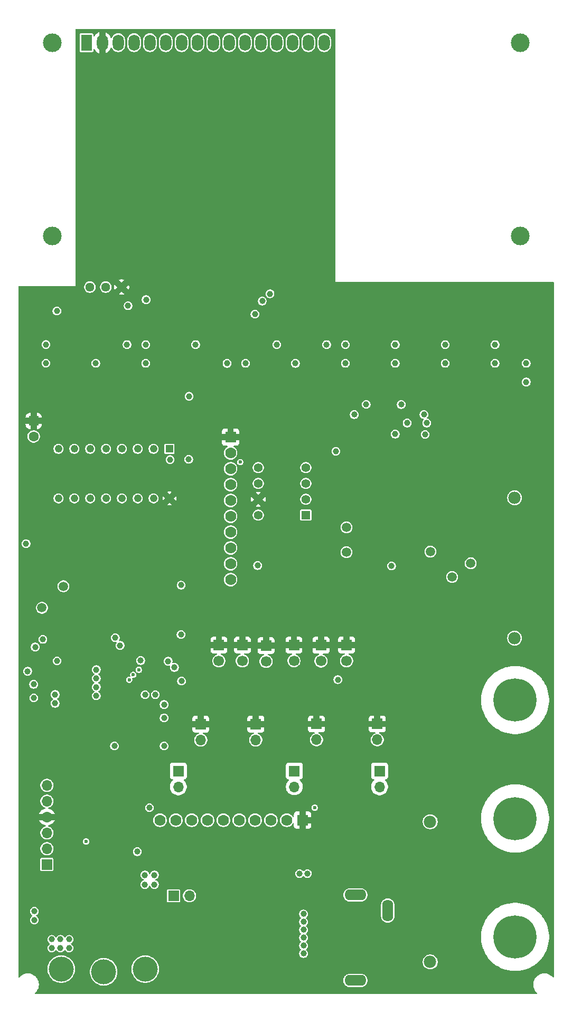
<source format=gbr>
%TF.GenerationSoftware,KiCad,Pcbnew,9.0.5*%
%TF.CreationDate,2025-10-28T12:45:37-04:00*%
%TF.ProjectId,oshe_dmm_project_v1,6f736865-5f64-46d6-9d5f-70726f6a6563,V1*%
%TF.SameCoordinates,Original*%
%TF.FileFunction,Copper,L3,Inr*%
%TF.FilePolarity,Positive*%
%FSLAX46Y46*%
G04 Gerber Fmt 4.6, Leading zero omitted, Abs format (unit mm)*
G04 Created by KiCad (PCBNEW 9.0.5) date 2025-10-28 12:45:37*
%MOMM*%
%LPD*%
G01*
G04 APERTURE LIST*
G04 Aperture macros list*
%AMRoundRect*
0 Rectangle with rounded corners*
0 $1 Rounding radius*
0 $2 $3 $4 $5 $6 $7 $8 $9 X,Y pos of 4 corners*
0 Add a 4 corners polygon primitive as box body*
4,1,4,$2,$3,$4,$5,$6,$7,$8,$9,$2,$3,0*
0 Add four circle primitives for the rounded corners*
1,1,$1+$1,$2,$3*
1,1,$1+$1,$4,$5*
1,1,$1+$1,$6,$7*
1,1,$1+$1,$8,$9*
0 Add four rect primitives between the rounded corners*
20,1,$1+$1,$2,$3,$4,$5,0*
20,1,$1+$1,$4,$5,$6,$7,0*
20,1,$1+$1,$6,$7,$8,$9,0*
20,1,$1+$1,$8,$9,$2,$3,0*%
G04 Aperture macros list end*
%TA.AperFunction,ComponentPad*%
%ADD10C,1.440000*%
%TD*%
%TA.AperFunction,ComponentPad*%
%ADD11C,3.000000*%
%TD*%
%TA.AperFunction,ComponentPad*%
%ADD12R,1.800000X2.600000*%
%TD*%
%TA.AperFunction,ComponentPad*%
%ADD13O,1.800000X2.600000*%
%TD*%
%TA.AperFunction,ComponentPad*%
%ADD14C,1.980000*%
%TD*%
%TA.AperFunction,ComponentPad*%
%ADD15R,1.778000X1.778000*%
%TD*%
%TA.AperFunction,ComponentPad*%
%ADD16C,1.778000*%
%TD*%
%TA.AperFunction,ComponentPad*%
%ADD17O,3.500000X1.750000*%
%TD*%
%TA.AperFunction,ComponentPad*%
%ADD18O,1.750000X3.500000*%
%TD*%
%TA.AperFunction,ComponentPad*%
%ADD19C,4.000000*%
%TD*%
%TA.AperFunction,ComponentPad*%
%ADD20RoundRect,0.250000X-0.550000X0.550000X-0.550000X-0.550000X0.550000X-0.550000X0.550000X0.550000X0*%
%TD*%
%TA.AperFunction,ComponentPad*%
%ADD21C,1.600000*%
%TD*%
%TA.AperFunction,ComponentPad*%
%ADD22R,1.700000X1.700000*%
%TD*%
%TA.AperFunction,ComponentPad*%
%ADD23O,1.700000X1.700000*%
%TD*%
%TA.AperFunction,ComponentPad*%
%ADD24R,1.397000X1.397000*%
%TD*%
%TA.AperFunction,ComponentPad*%
%ADD25C,1.397000*%
%TD*%
%TA.AperFunction,ComponentPad*%
%ADD26C,6.918200*%
%TD*%
%TA.AperFunction,ComponentPad*%
%ADD27C,1.700000*%
%TD*%
%TA.AperFunction,ComponentPad*%
%ADD28C,1.500000*%
%TD*%
%TA.AperFunction,ComponentPad*%
%ADD29R,1.210000X1.210000*%
%TD*%
%TA.AperFunction,ComponentPad*%
%ADD30C,1.210000*%
%TD*%
%TA.AperFunction,ViaPad*%
%ADD31C,1.000000*%
%TD*%
%TA.AperFunction,ViaPad*%
%ADD32C,0.600000*%
%TD*%
%TA.AperFunction,ViaPad*%
%ADD33C,1.500000*%
%TD*%
G04 APERTURE END LIST*
D10*
%TO.N,+5V*%
%TO.C,RV1*%
X138130000Y-113378000D03*
%TO.N,Net-(DS1-VO)*%
X135590000Y-113378000D03*
%TO.N,GND*%
X133050000Y-113378000D03*
%TD*%
D11*
%TO.N,*%
%TO.C,DS1*%
X126990900Y-74174500D03*
X126990900Y-105175200D03*
X201989480Y-105175200D03*
X201990000Y-74174500D03*
D12*
%TO.N,GND*%
X132490000Y-74174500D03*
D13*
%TO.N,+5V*%
X135030000Y-74174500D03*
%TO.N,Net-(DS1-VO)*%
X137570000Y-74174500D03*
%TO.N,MISO{slash}D12*%
X140110000Y-74174500D03*
%TO.N,GND*%
X142650000Y-74174500D03*
%TO.N,MOSI{slash}D11*%
X145190000Y-74174500D03*
%TO.N,unconnected-(DS1-D0-Pad7)*%
X147730000Y-74174500D03*
%TO.N,unconnected-(DS1-D1-Pad8)*%
X150270000Y-74174500D03*
%TO.N,unconnected-(DS1-D2-Pad9)*%
X152810000Y-74174500D03*
%TO.N,unconnected-(DS1-D3-Pad10)*%
X155350000Y-74174500D03*
%TO.N,D5*%
X157890000Y-74174500D03*
%TO.N,D4*%
X160430000Y-74174500D03*
%TO.N,D3*%
X162970000Y-74174500D03*
%TO.N,D2*%
X165510000Y-74174500D03*
%TO.N,Net-(DS1-LED(+))*%
X168050000Y-74174500D03*
%TO.N,GND*%
X170590000Y-74174500D03*
%TD*%
D14*
%TO.N,Current_Input*%
%TO.C,F2*%
X187590000Y-221628000D03*
%TO.N,Net-(U3-AIN2)*%
X187590000Y-199128000D03*
%TD*%
D15*
%TO.N,+5V*%
%TO.C,U3*%
X167130000Y-198878000D03*
D16*
%TO.N,GND*%
X164590000Y-198878000D03*
%TO.N,SCL*%
X162050000Y-198878000D03*
%TO.N,SDA*%
X159510000Y-198878000D03*
%TO.N,GND*%
X156970000Y-198878000D03*
%TO.N,unconnected-(U3-ALERT{slash}RDY-Pad6)*%
X154430000Y-198878000D03*
%TO.N,V_ADC_Input*%
X151890000Y-198878000D03*
%TO.N,GND*%
X149350000Y-198878000D03*
%TO.N,Net-(U3-AIN2)*%
X146810000Y-198878000D03*
%TO.N,GND*%
X144270000Y-198878000D03*
%TD*%
D17*
%TO.N,Net-(U8-AIN2)*%
%TO.C,J22*%
X175590000Y-224578000D03*
%TO.N,Net-(U8-AIN3)*%
X175590000Y-210878000D03*
D18*
%TO.N,unconnected-(J22-Pad3)*%
X180790000Y-213378000D03*
%TD*%
D19*
%TO.N,GND*%
%TO.C,BAT-1*%
X128447400Y-222766200D03*
%TD*%
D20*
%TO.N,+5V*%
%TO.C,C9*%
X124030000Y-134838000D03*
D21*
%TO.N,GND*%
X124030000Y-137338000D03*
%TD*%
D19*
%TO.N,Net-(JP1-C)*%
%TO.C,BAT+1*%
X141909400Y-222766200D03*
%TD*%
D22*
%TO.N,DTR*%
%TO.C,J1*%
X126144000Y-205981000D03*
D23*
%TO.N,TXD*%
X126144000Y-203441000D03*
%TO.N,RXD*%
X126144000Y-200901000D03*
%TO.N,+5V*%
X126144000Y-198361000D03*
%TO.N,GND*%
X126144000Y-195821000D03*
X126144000Y-193281000D03*
%TD*%
D22*
%TO.N,9V_BAT_IN*%
%TO.C,J6*%
X146451000Y-211006000D03*
D23*
%TO.N,Net-(J6-Pin_2)*%
X148991000Y-211006000D03*
%TD*%
D22*
%TO.N,+5V*%
%TO.C,J10*%
X159634000Y-183467400D03*
D23*
%TO.N,Net-(J10-Pin_2)*%
X159634000Y-186007400D03*
%TD*%
D24*
%TO.N,GND*%
%TO.C,U2*%
X167650000Y-149948000D03*
D25*
%TO.N,Net-(U2-Vin)*%
X167650000Y-147408000D03*
%TO.N,Net-(U2-Cf)*%
X167650000Y-144868000D03*
%TO.N,Net-(U2--Vs)*%
X167650000Y-142328000D03*
%TO.N,Net-(U2-Cav)*%
X160030000Y-142328000D03*
%TO.N,Net-(U2-OUTPUT)*%
X160030000Y-144868000D03*
%TO.N,+5V*%
X160030000Y-147408000D03*
%TO.N,GND*%
X160030000Y-149948000D03*
%TD*%
D22*
%TO.N,+5V*%
%TO.C,J13*%
X179105600Y-183447000D03*
D23*
%TO.N,Net-(J13-Pin_2)*%
X179105600Y-185987000D03*
%TD*%
D14*
%TO.N,Voltage_Input*%
%TO.C,F1*%
X201116800Y-169678000D03*
%TO.N,2V_Rang*%
X201116800Y-147178000D03*
%TD*%
D26*
%TO.N,GND*%
%TO.C,J3*%
X201193000Y-198610000D03*
%TD*%
D22*
%TO.N,+5V*%
%TO.C,J18*%
X165750000Y-170778000D03*
D27*
%TO.N,Net-(J18-Pin_2)*%
X165750000Y-173318000D03*
%TD*%
D28*
%TO.N,Net-(U1-XTAL2{slash}PB7)*%
%TO.C,Y1*%
X125359319Y-164818681D03*
%TO.N,Net-(U1-XTAL1{slash}PB6)*%
X128810000Y-161368000D03*
%TD*%
D22*
%TO.N,+5V*%
%TO.C,J14*%
X153720000Y-170788000D03*
D27*
%TO.N,Net-(J14-Pin_2)*%
X153720000Y-173328000D03*
%TD*%
D22*
%TO.N,2V_Rang*%
%TO.C,J7*%
X147218000Y-190990800D03*
D23*
%TO.N,V_ADC_Input*%
X147218000Y-193530800D03*
%TD*%
D15*
%TO.N,+5V*%
%TO.C,U8*%
X155590000Y-137438000D03*
D16*
%TO.N,GND*%
X155590000Y-139978000D03*
%TO.N,SCL*%
X155590000Y-142518000D03*
%TO.N,SDA*%
X155590000Y-145058000D03*
%TO.N,GND*%
X155590000Y-147598000D03*
%TO.N,unconnected-(U8-ALERT{slash}RDY-Pad6)*%
X155590000Y-150138000D03*
%TO.N,Net-(U2-OUTPUT)*%
X155590000Y-152678000D03*
%TO.N,unconnected-(U8-AIN1-Pad8)*%
X155590000Y-155218000D03*
%TO.N,Net-(U8-AIN2)*%
X155590000Y-157758000D03*
%TO.N,Net-(U8-AIN3)*%
X155590000Y-160298000D03*
%TD*%
D22*
%TO.N,200V_Rang*%
%TO.C,J11*%
X179476000Y-190990800D03*
D23*
%TO.N,V_ADC_Input*%
X179476000Y-193530800D03*
%TD*%
D22*
%TO.N,+5V*%
%TO.C,J12*%
X169365000Y-183447000D03*
D23*
%TO.N,Net-(J12-Pin_2)*%
X169365000Y-185987000D03*
%TD*%
D22*
%TO.N,+5V*%
%TO.C,J20*%
X174190000Y-170768000D03*
D27*
%TO.N,Net-(J20-Pin_2)*%
X174190000Y-173308000D03*
%TD*%
D22*
%TO.N,+5V*%
%TO.C,J16*%
X170080000Y-170818000D03*
D27*
%TO.N,Net-(J16-Pin_2)*%
X170080000Y-173358000D03*
%TD*%
D26*
%TO.N,Voltage_Input*%
%TO.C,J2*%
X201193000Y-179610000D03*
%TD*%
%TO.N,Current_Input*%
%TO.C,J4*%
X201193000Y-217610000D03*
%TD*%
D22*
%TO.N,20V_Rang*%
%TO.C,J9*%
X165810800Y-190985800D03*
D23*
%TO.N,V_ADC_Input*%
X165810800Y-193525800D03*
%TD*%
D29*
%TO.N,Net-(U4-X4)*%
%TO.C,U4*%
X145790000Y-139318000D03*
D30*
%TO.N,Net-(U4-X6)*%
X143250000Y-139318000D03*
%TO.N,A0*%
X140710000Y-139318000D03*
%TO.N,Net-(U4-X7)*%
X138170000Y-139318000D03*
%TO.N,Net-(U4-X5)*%
X135630000Y-139318000D03*
%TO.N,D9*%
X133090000Y-139318000D03*
%TO.N,unconnected-(U4-N.C.-Pad7)*%
X130550000Y-139318000D03*
%TO.N,GND*%
X128010000Y-139318000D03*
%TO.N,D8*%
X128010000Y-147258000D03*
%TO.N,D7*%
X130550000Y-147258000D03*
%TO.N,D6*%
X133090000Y-147258000D03*
%TO.N,Net-(U4-X3)*%
X135630000Y-147258000D03*
%TO.N,Net-(U4-X0)*%
X138170000Y-147258000D03*
%TO.N,Net-(U4-X1)*%
X140710000Y-147258000D03*
%TO.N,Net-(U4-X2)*%
X143250000Y-147258000D03*
%TO.N,+5V*%
X145790000Y-147258000D03*
%TD*%
D22*
%TO.N,+5V*%
%TO.C,J21*%
X161280000Y-170868000D03*
D27*
%TO.N,Net-(J21-Pin_2)*%
X161280000Y-173408000D03*
%TD*%
D22*
%TO.N,+5V*%
%TO.C,J5*%
X157480000Y-170788000D03*
D27*
%TO.N,Net-(J5-Pin_2)*%
X157480000Y-173328000D03*
%TD*%
D22*
%TO.N,+5V*%
%TO.C,J8*%
X150820000Y-183468000D03*
D23*
%TO.N,Net-(J8-Pin_2)*%
X150820000Y-186008000D03*
%TD*%
D19*
%TO.N,TS*%
%TO.C,Thermistor1*%
X135259400Y-223198000D03*
%TD*%
D31*
%TO.N,*%
X125990000Y-125578000D03*
X141990000Y-125598000D03*
X133990000Y-125598000D03*
X155020000Y-125608000D03*
%TO.N,GND*%
X126923400Y-217991000D03*
X128320400Y-217991000D03*
X166649000Y-207450000D03*
X134067000Y-178919600D03*
X172470000Y-139708000D03*
X167284000Y-216467000D03*
X129717400Y-217991000D03*
X124129400Y-214892200D03*
X167284000Y-213927000D03*
X126923400Y-219388000D03*
X147720000Y-176558000D03*
X129717400Y-219388000D03*
X167284000Y-220277000D03*
X167284000Y-215197000D03*
X122799130Y-154526469D03*
X167284000Y-217737000D03*
X124129400Y-213495200D03*
X134067000Y-176125600D03*
X134067000Y-177522600D03*
X167284000Y-219007000D03*
X128320400Y-219388000D03*
X167919000Y-207450000D03*
X134067000Y-174728600D03*
D32*
X157150000Y-141448000D03*
D31*
%TO.N,+5V*%
X158267000Y-218397400D03*
X154076000Y-223680600D03*
X125990000Y-119598000D03*
X132309850Y-196862400D03*
X156616000Y-223680600D03*
X180050000Y-119538000D03*
X159537000Y-218397400D03*
X202990000Y-119598000D03*
X155346000Y-223680600D03*
X159156000Y-223680600D03*
X131686000Y-178900400D03*
X155727000Y-218372000D03*
X131686000Y-176131800D03*
X154330000Y-218372000D03*
X169090000Y-202378000D03*
X157886000Y-223680600D03*
X138030000Y-119538000D03*
X156640000Y-119588000D03*
X156997000Y-218372000D03*
D32*
%TO.N,Net-(U1-~{RESET}{slash}PC6)*%
X132430000Y-202298000D03*
X139350000Y-176360600D03*
D31*
%TO.N,9V_BAT_IN*%
X141850000Y-209192000D03*
X143374000Y-209192000D03*
X141850000Y-207668000D03*
X143374000Y-207668000D03*
D32*
%TO.N,RXD*%
X139980000Y-175560600D03*
%TO.N,TXD*%
X140890000Y-174760600D03*
D31*
%TO.N,2V_Rang*%
X173990000Y-125598000D03*
X202990000Y-125598000D03*
X187030000Y-135178000D03*
X197990000Y-125598000D03*
X183890000Y-135168000D03*
%TO.N,D9*%
X124017600Y-177078000D03*
%TO.N,A0*%
X148890000Y-140998000D03*
X148940000Y-130888000D03*
X145890000Y-141038000D03*
X144930000Y-182468000D03*
X144930000Y-180328000D03*
%TO.N,SDA*%
X146590000Y-174378000D03*
X140630000Y-203918000D03*
X141884000Y-178748000D03*
%TO.N,D5*%
X127772113Y-173324807D03*
%TO.N,MISO{slash}D12*%
X127463000Y-180125100D03*
%TO.N,D2*%
X141179000Y-173267100D03*
%TO.N,D4*%
X137108800Y-169604000D03*
%TO.N,SCL*%
X143535000Y-178748000D03*
X145580000Y-173378000D03*
X142590000Y-196878000D03*
%TO.N,D8*%
X123067600Y-174988000D03*
%TO.N,D10*%
X136970000Y-186968000D03*
X144940000Y-186968000D03*
X124050000Y-179268000D03*
X172780000Y-176338000D03*
%TO.N,D7*%
X124266599Y-171107898D03*
%TO.N,MOSI{slash}D11*%
X127463000Y-178728100D03*
%TO.N,D6*%
X125498248Y-169876248D03*
%TO.N,D3*%
X137877000Y-170854100D03*
%TO.N,20V_Rang*%
X165990000Y-125608000D03*
X189990000Y-125598000D03*
%TO.N,200V_Rang*%
X186780000Y-137008000D03*
X157990000Y-125598000D03*
X181990000Y-136958000D03*
X181990000Y-125598000D03*
D33*
%TO.N,V_ADC_Input*%
X174160000Y-155908000D03*
D31*
X202990000Y-128598000D03*
D32*
X169090000Y-196878000D03*
D33*
X187610000Y-155798000D03*
X174180000Y-151918000D03*
D31*
%TO.N,Net-(J8-Pin_2)*%
X186580000Y-133808000D03*
X175412000Y-133830000D03*
X197990000Y-122598000D03*
%TO.N,Net-(J10-Pin_2)*%
X182940000Y-132208000D03*
X189990000Y-122598000D03*
X177340000Y-132188000D03*
%TO.N,Net-(J12-Pin_2)*%
X181990000Y-122598000D03*
%TO.N,Net-(J13-Pin_2)*%
X149990000Y-122598000D03*
X181400000Y-158098000D03*
X147660000Y-161178000D03*
X159920000Y-158028000D03*
X147650000Y-169098000D03*
%TO.N,Net-(J5-Pin_2)*%
X160670000Y-115618000D03*
X138990000Y-122598000D03*
X139160000Y-116368000D03*
%TO.N,Net-(J14-Pin_2)*%
X159490000Y-117708000D03*
X125990000Y-122578000D03*
X127750000Y-117208000D03*
%TO.N,Net-(J16-Pin_2)*%
X170990000Y-122598000D03*
%TO.N,Net-(J18-Pin_2)*%
X162990000Y-122598000D03*
%TO.N,Net-(J20-Pin_2)*%
X173990000Y-122598000D03*
%TO.N,Net-(J21-Pin_2)*%
X142060000Y-115398000D03*
X161910000Y-114448000D03*
X141990000Y-122598000D03*
D33*
%TO.N,Net-(U8-AIN3)*%
X191090000Y-159878000D03*
%TO.N,Net-(U8-AIN2)*%
X194090000Y-157688000D03*
%TD*%
%TA.AperFunction,Conductor*%
%TO.N,+5V*%
G36*
X172323191Y-71964907D02*
G01*
X172359155Y-72014407D01*
X172364000Y-72045000D01*
X172364000Y-112538000D01*
X207317000Y-112538000D01*
X207375191Y-112556907D01*
X207411155Y-112606407D01*
X207416000Y-112637000D01*
X207416000Y-224009536D01*
X207397093Y-224067727D01*
X207347593Y-224103691D01*
X207286407Y-224103691D01*
X207238459Y-224069805D01*
X207229005Y-224057485D01*
X207229002Y-224057481D01*
X207064519Y-223892998D01*
X207064514Y-223892994D01*
X207064512Y-223892992D01*
X206888137Y-223757656D01*
X206879974Y-223751392D01*
X206879971Y-223751390D01*
X206678526Y-223635085D01*
X206678521Y-223635083D01*
X206463623Y-223546070D01*
X206463622Y-223546069D01*
X206463618Y-223546068D01*
X206238930Y-223485863D01*
X206238925Y-223485862D01*
X206238924Y-223485862D01*
X206008307Y-223455500D01*
X205775693Y-223455500D01*
X205775692Y-223455500D01*
X205545075Y-223485862D01*
X205545072Y-223485862D01*
X205545070Y-223485863D01*
X205384155Y-223528980D01*
X205320389Y-223546066D01*
X205320376Y-223546070D01*
X205105478Y-223635083D01*
X205105473Y-223635085D01*
X204904028Y-223751390D01*
X204719487Y-223892992D01*
X204554992Y-224057487D01*
X204413390Y-224242028D01*
X204297085Y-224443473D01*
X204297083Y-224443478D01*
X204208070Y-224658376D01*
X204208068Y-224658382D01*
X204155124Y-224855974D01*
X204147862Y-224883075D01*
X204117500Y-225113692D01*
X204117500Y-225346307D01*
X204137451Y-225497850D01*
X204147863Y-225576930D01*
X204168380Y-225653500D01*
X204208066Y-225801610D01*
X204208070Y-225801623D01*
X204297083Y-226016521D01*
X204297085Y-226016526D01*
X204413390Y-226217971D01*
X204554992Y-226402512D01*
X204554993Y-226402513D01*
X204554998Y-226402519D01*
X204719481Y-226567002D01*
X204719485Y-226567005D01*
X204719486Y-226567006D01*
X204731803Y-226576457D01*
X204766460Y-226626881D01*
X204764859Y-226688046D01*
X204727612Y-226736588D01*
X204671537Y-226754000D01*
X124308463Y-226754000D01*
X124250272Y-226735093D01*
X124214308Y-226685593D01*
X124214308Y-226624407D01*
X124248197Y-226576457D01*
X124248607Y-226576141D01*
X124260519Y-226567002D01*
X124425002Y-226402519D01*
X124566608Y-226217974D01*
X124682915Y-226016525D01*
X124771932Y-225801618D01*
X124832137Y-225576930D01*
X124862500Y-225346307D01*
X124862500Y-225113693D01*
X124832137Y-224883070D01*
X124771932Y-224658382D01*
X124682915Y-224443475D01*
X124671774Y-224424179D01*
X124566609Y-224242028D01*
X124566608Y-224242026D01*
X124425002Y-224057481D01*
X124260519Y-223892998D01*
X124260514Y-223892994D01*
X124260512Y-223892992D01*
X124084137Y-223757656D01*
X124075974Y-223751392D01*
X124075971Y-223751390D01*
X123874526Y-223635085D01*
X123874521Y-223635083D01*
X123659623Y-223546070D01*
X123659622Y-223546069D01*
X123659618Y-223546068D01*
X123434930Y-223485863D01*
X123434925Y-223485862D01*
X123434924Y-223485862D01*
X123204307Y-223455500D01*
X122971693Y-223455500D01*
X122971692Y-223455500D01*
X122741075Y-223485862D01*
X122741072Y-223485862D01*
X122741070Y-223485863D01*
X122580155Y-223528980D01*
X122516389Y-223546066D01*
X122516376Y-223546070D01*
X122301478Y-223635083D01*
X122301473Y-223635085D01*
X122100028Y-223751390D01*
X121915487Y-223892992D01*
X121750994Y-224057485D01*
X121741541Y-224069805D01*
X121691116Y-224104460D01*
X121629951Y-224102857D01*
X121581410Y-224065609D01*
X121564000Y-224009536D01*
X121564000Y-222621970D01*
X126246900Y-222621970D01*
X126246900Y-222910429D01*
X126284550Y-223196409D01*
X126284550Y-223196414D01*
X126359209Y-223475046D01*
X126469594Y-223741541D01*
X126469596Y-223741546D01*
X126565032Y-223906845D01*
X126613825Y-223991356D01*
X126664569Y-224057487D01*
X126789420Y-224220197D01*
X126789422Y-224220199D01*
X126789426Y-224220204D01*
X126993396Y-224424174D01*
X126993400Y-224424177D01*
X126993402Y-224424179D01*
X127018553Y-224443478D01*
X127222244Y-224599775D01*
X127472055Y-224744004D01*
X127738555Y-224854391D01*
X128017183Y-224929049D01*
X128303172Y-224966700D01*
X128303173Y-224966700D01*
X128591627Y-224966700D01*
X128591628Y-224966700D01*
X128877617Y-224929049D01*
X129156245Y-224854391D01*
X129422745Y-224744004D01*
X129672556Y-224599775D01*
X129901404Y-224424174D01*
X130105374Y-224220204D01*
X130280975Y-223991356D01*
X130425204Y-223741545D01*
X130535591Y-223475045D01*
X130610249Y-223196417D01*
X130629029Y-223053770D01*
X133058900Y-223053770D01*
X133058900Y-223342229D01*
X133096550Y-223628209D01*
X133096550Y-223628214D01*
X133171209Y-223906846D01*
X133281594Y-224173341D01*
X133281596Y-224173346D01*
X133369820Y-224326153D01*
X133425825Y-224423156D01*
X133441419Y-224443478D01*
X133601420Y-224651997D01*
X133601422Y-224651999D01*
X133601426Y-224652004D01*
X133805396Y-224855974D01*
X133805400Y-224855977D01*
X133805402Y-224855979D01*
X133900629Y-224929049D01*
X134034244Y-225031575D01*
X134284055Y-225175804D01*
X134550555Y-225286191D01*
X134829183Y-225360849D01*
X135115172Y-225398500D01*
X135115173Y-225398500D01*
X135403627Y-225398500D01*
X135403628Y-225398500D01*
X135689617Y-225360849D01*
X135968245Y-225286191D01*
X136234745Y-225175804D01*
X136484556Y-225031575D01*
X136713404Y-224855974D01*
X136917374Y-224652004D01*
X137092975Y-224423156D01*
X137237204Y-224173345D01*
X137347591Y-223906845D01*
X137422249Y-223628217D01*
X137459900Y-223342228D01*
X137459900Y-223053772D01*
X137422249Y-222767783D01*
X137383179Y-222621970D01*
X139708900Y-222621970D01*
X139708900Y-222910429D01*
X139746550Y-223196409D01*
X139746550Y-223196414D01*
X139821209Y-223475046D01*
X139931594Y-223741541D01*
X139931596Y-223741546D01*
X140027032Y-223906845D01*
X140075825Y-223991356D01*
X140126569Y-224057487D01*
X140251420Y-224220197D01*
X140251422Y-224220199D01*
X140251426Y-224220204D01*
X140455396Y-224424174D01*
X140455400Y-224424177D01*
X140455402Y-224424179D01*
X140480553Y-224443478D01*
X140684244Y-224599775D01*
X140934055Y-224744004D01*
X141200555Y-224854391D01*
X141479183Y-224929049D01*
X141765172Y-224966700D01*
X141765173Y-224966700D01*
X142053627Y-224966700D01*
X142053628Y-224966700D01*
X142339617Y-224929049D01*
X142618245Y-224854391D01*
X142884745Y-224744004D01*
X143134556Y-224599775D01*
X143273249Y-224493352D01*
X173639500Y-224493352D01*
X173639500Y-224662647D01*
X173665980Y-224829842D01*
X173698215Y-224929049D01*
X173718295Y-224990849D01*
X173795150Y-225141685D01*
X173894654Y-225278641D01*
X174014359Y-225398346D01*
X174151315Y-225497850D01*
X174302151Y-225574705D01*
X174463153Y-225627018D01*
X174463154Y-225627018D01*
X174463157Y-225627019D01*
X174630353Y-225653500D01*
X174630356Y-225653500D01*
X176549647Y-225653500D01*
X176716842Y-225627019D01*
X176716843Y-225627018D01*
X176716847Y-225627018D01*
X176877849Y-225574705D01*
X177028685Y-225497850D01*
X177165641Y-225398346D01*
X177285346Y-225278641D01*
X177384850Y-225141685D01*
X177461705Y-224990849D01*
X177514018Y-224829847D01*
X177527614Y-224744004D01*
X177540500Y-224662647D01*
X177540500Y-224493352D01*
X177514019Y-224326157D01*
X177479591Y-224220197D01*
X177461705Y-224165151D01*
X177384850Y-224014315D01*
X177285346Y-223877359D01*
X177165641Y-223757654D01*
X177028685Y-223658150D01*
X177028684Y-223658149D01*
X177028682Y-223658148D01*
X176958903Y-223622594D01*
X176877849Y-223581295D01*
X176877846Y-223581294D01*
X176877844Y-223581293D01*
X176716842Y-223528980D01*
X176549647Y-223502500D01*
X176549644Y-223502500D01*
X174630356Y-223502500D01*
X174630353Y-223502500D01*
X174463157Y-223528980D01*
X174302155Y-223581293D01*
X174151317Y-223658148D01*
X174082837Y-223707902D01*
X174014359Y-223757654D01*
X173894654Y-223877359D01*
X173873231Y-223906846D01*
X173795148Y-224014317D01*
X173718293Y-224165155D01*
X173665980Y-224326157D01*
X173639500Y-224493352D01*
X143273249Y-224493352D01*
X143363404Y-224424174D01*
X143567374Y-224220204D01*
X143742975Y-223991356D01*
X143887204Y-223741545D01*
X143997591Y-223475045D01*
X144072249Y-223196417D01*
X144109900Y-222910428D01*
X144109900Y-222621972D01*
X144072249Y-222335983D01*
X143997591Y-222057355D01*
X143887204Y-221790855D01*
X143847275Y-221721697D01*
X143765418Y-221579916D01*
X143765417Y-221579915D01*
X143742975Y-221541043D01*
X143737802Y-221534302D01*
X186399500Y-221534302D01*
X186399500Y-221721697D01*
X186428813Y-221906777D01*
X186428814Y-221906781D01*
X186486717Y-222084986D01*
X186486719Y-222084989D01*
X186556862Y-222222655D01*
X186571793Y-222251958D01*
X186681938Y-222403559D01*
X186814441Y-222536062D01*
X186966042Y-222646207D01*
X187133007Y-222731279D01*
X187133009Y-222731279D01*
X187133010Y-222731280D01*
X187133013Y-222731282D01*
X187311218Y-222789185D01*
X187311222Y-222789186D01*
X187496303Y-222818500D01*
X187496306Y-222818500D01*
X187683697Y-222818500D01*
X187868777Y-222789186D01*
X187868781Y-222789185D01*
X188046986Y-222731282D01*
X188046988Y-222731280D01*
X188046993Y-222731279D01*
X188213958Y-222646207D01*
X188365559Y-222536062D01*
X188498062Y-222403559D01*
X188608207Y-222251958D01*
X188693279Y-222084993D01*
X188693280Y-222084988D01*
X188693282Y-222084986D01*
X188751185Y-221906781D01*
X188751186Y-221906777D01*
X188780500Y-221721697D01*
X188780500Y-221534302D01*
X188751186Y-221349222D01*
X188751185Y-221349218D01*
X188693282Y-221171013D01*
X188693280Y-221171010D01*
X188693279Y-221171009D01*
X188693279Y-221171007D01*
X188608207Y-221004042D01*
X188498062Y-220852441D01*
X188365559Y-220719938D01*
X188213958Y-220609793D01*
X188213957Y-220609792D01*
X188213955Y-220609791D01*
X188046989Y-220524719D01*
X188046986Y-220524717D01*
X187868781Y-220466814D01*
X187868777Y-220466813D01*
X187683697Y-220437500D01*
X187683694Y-220437500D01*
X187496306Y-220437500D01*
X187496303Y-220437500D01*
X187311222Y-220466813D01*
X187311218Y-220466814D01*
X187133013Y-220524717D01*
X187133010Y-220524719D01*
X186966044Y-220609791D01*
X186814442Y-220719937D01*
X186681937Y-220852442D01*
X186571791Y-221004044D01*
X186486719Y-221171010D01*
X186486717Y-221171013D01*
X186428814Y-221349218D01*
X186428813Y-221349222D01*
X186399500Y-221534302D01*
X143737802Y-221534302D01*
X143567379Y-221312202D01*
X143567377Y-221312200D01*
X143567374Y-221312196D01*
X143363404Y-221108226D01*
X143363399Y-221108222D01*
X143363397Y-221108220D01*
X143134553Y-220932623D01*
X142884746Y-220788396D01*
X142884741Y-220788394D01*
X142618246Y-220678009D01*
X142495388Y-220645089D01*
X142339617Y-220603351D01*
X142339614Y-220603350D01*
X142339612Y-220603350D01*
X142053629Y-220565700D01*
X142053628Y-220565700D01*
X141765172Y-220565700D01*
X141765170Y-220565700D01*
X141479190Y-220603350D01*
X141479185Y-220603350D01*
X141200553Y-220678009D01*
X140934058Y-220788394D01*
X140934053Y-220788396D01*
X140684246Y-220932623D01*
X140455402Y-221108220D01*
X140251420Y-221312202D01*
X140075823Y-221541046D01*
X139931596Y-221790853D01*
X139931594Y-221790858D01*
X139821209Y-222057353D01*
X139746550Y-222335985D01*
X139746550Y-222335990D01*
X139708900Y-222621970D01*
X137383179Y-222621970D01*
X137347591Y-222489155D01*
X137237204Y-222222655D01*
X137092975Y-221972844D01*
X136992101Y-221841383D01*
X136917379Y-221744002D01*
X136917377Y-221744000D01*
X136917374Y-221743996D01*
X136713404Y-221540026D01*
X136713399Y-221540022D01*
X136713397Y-221540020D01*
X136484553Y-221364423D01*
X136234746Y-221220196D01*
X136234741Y-221220194D01*
X135968246Y-221109809D01*
X135845388Y-221076889D01*
X135689617Y-221035151D01*
X135689614Y-221035150D01*
X135689612Y-221035150D01*
X135403629Y-220997500D01*
X135403628Y-220997500D01*
X135115172Y-220997500D01*
X135115170Y-220997500D01*
X134829190Y-221035150D01*
X134829185Y-221035150D01*
X134550553Y-221109809D01*
X134284058Y-221220194D01*
X134284053Y-221220196D01*
X134034246Y-221364423D01*
X133805402Y-221540020D01*
X133601420Y-221744002D01*
X133425823Y-221972846D01*
X133281596Y-222222653D01*
X133281594Y-222222658D01*
X133171209Y-222489153D01*
X133096550Y-222767785D01*
X133096550Y-222767790D01*
X133058900Y-223053770D01*
X130629029Y-223053770D01*
X130647900Y-222910428D01*
X130647900Y-222621972D01*
X130610249Y-222335983D01*
X130535591Y-222057355D01*
X130425204Y-221790855D01*
X130385275Y-221721697D01*
X130280976Y-221541046D01*
X130280975Y-221541044D01*
X130105374Y-221312196D01*
X129901404Y-221108226D01*
X129901399Y-221108222D01*
X129901397Y-221108220D01*
X129672553Y-220932623D01*
X129422746Y-220788396D01*
X129422741Y-220788394D01*
X129156246Y-220678009D01*
X129033388Y-220645089D01*
X128877617Y-220603351D01*
X128877614Y-220603350D01*
X128877612Y-220603350D01*
X128591629Y-220565700D01*
X128591628Y-220565700D01*
X128303172Y-220565700D01*
X128303170Y-220565700D01*
X128017190Y-220603350D01*
X128017185Y-220603350D01*
X127738553Y-220678009D01*
X127472058Y-220788394D01*
X127472053Y-220788396D01*
X127222246Y-220932623D01*
X126993402Y-221108220D01*
X126789420Y-221312202D01*
X126613823Y-221541046D01*
X126469596Y-221790853D01*
X126469594Y-221790858D01*
X126359209Y-222057353D01*
X126284550Y-222335985D01*
X126284550Y-222335990D01*
X126246900Y-222621970D01*
X121564000Y-222621970D01*
X121564000Y-217922004D01*
X126222900Y-217922004D01*
X126222900Y-217922007D01*
X126222900Y-218059993D01*
X126247475Y-218183541D01*
X126249820Y-218195327D01*
X126249820Y-218195329D01*
X126302622Y-218322806D01*
X126302628Y-218322817D01*
X126379285Y-218437541D01*
X126476858Y-218535114D01*
X126584718Y-218607185D01*
X126622597Y-218655235D01*
X126624999Y-218716374D01*
X126591005Y-218767247D01*
X126584718Y-218771815D01*
X126476858Y-218843885D01*
X126379285Y-218941458D01*
X126302628Y-219056182D01*
X126302622Y-219056193D01*
X126249820Y-219183670D01*
X126249820Y-219183672D01*
X126222900Y-219319004D01*
X126222900Y-219319007D01*
X126222900Y-219456993D01*
X126243326Y-219559683D01*
X126249820Y-219592327D01*
X126249820Y-219592329D01*
X126302622Y-219719806D01*
X126302628Y-219719817D01*
X126379285Y-219834541D01*
X126476858Y-219932114D01*
X126591582Y-220008771D01*
X126591593Y-220008777D01*
X126638683Y-220028282D01*
X126719072Y-220061580D01*
X126854407Y-220088500D01*
X126854408Y-220088500D01*
X126992392Y-220088500D01*
X126992393Y-220088500D01*
X127127728Y-220061580D01*
X127255211Y-220008775D01*
X127369942Y-219932114D01*
X127467514Y-219834542D01*
X127539585Y-219726681D01*
X127587635Y-219688802D01*
X127648773Y-219686400D01*
X127699647Y-219720393D01*
X127704215Y-219726681D01*
X127776286Y-219834542D01*
X127776289Y-219834545D01*
X127873858Y-219932114D01*
X127988582Y-220008771D01*
X127988593Y-220008777D01*
X128035683Y-220028282D01*
X128116072Y-220061580D01*
X128251407Y-220088500D01*
X128251408Y-220088500D01*
X128389392Y-220088500D01*
X128389393Y-220088500D01*
X128524728Y-220061580D01*
X128652211Y-220008775D01*
X128766942Y-219932114D01*
X128864514Y-219834542D01*
X128936585Y-219726681D01*
X128984635Y-219688802D01*
X129045773Y-219686400D01*
X129096647Y-219720393D01*
X129101215Y-219726681D01*
X129173286Y-219834542D01*
X129173289Y-219834545D01*
X129270858Y-219932114D01*
X129385582Y-220008771D01*
X129385593Y-220008777D01*
X129432683Y-220028282D01*
X129513072Y-220061580D01*
X129648407Y-220088500D01*
X129648408Y-220088500D01*
X129786392Y-220088500D01*
X129786393Y-220088500D01*
X129921728Y-220061580D01*
X130049211Y-220008775D01*
X130163942Y-219932114D01*
X130261514Y-219834542D01*
X130338175Y-219719811D01*
X130390980Y-219592328D01*
X130417900Y-219456993D01*
X130417900Y-219319007D01*
X130390980Y-219183672D01*
X130353463Y-219093098D01*
X130338177Y-219056193D01*
X130338171Y-219056182D01*
X130261514Y-218941458D01*
X130163945Y-218843889D01*
X130163942Y-218843886D01*
X130096409Y-218798761D01*
X130056081Y-218771815D01*
X130018202Y-218723765D01*
X130015800Y-218662627D01*
X130049793Y-218611753D01*
X130056081Y-218607185D01*
X130076900Y-218593273D01*
X130163942Y-218535114D01*
X130261514Y-218437542D01*
X130338175Y-218322811D01*
X130390980Y-218195328D01*
X130417900Y-218059993D01*
X130417900Y-217922007D01*
X130390980Y-217786672D01*
X130341828Y-217668007D01*
X130338177Y-217659193D01*
X130338171Y-217659182D01*
X130261514Y-217544458D01*
X130163941Y-217446885D01*
X130049217Y-217370228D01*
X130049206Y-217370222D01*
X129921728Y-217317420D01*
X129786395Y-217290500D01*
X129786393Y-217290500D01*
X129648407Y-217290500D01*
X129648404Y-217290500D01*
X129513072Y-217317420D01*
X129513070Y-217317420D01*
X129385593Y-217370222D01*
X129385582Y-217370228D01*
X129270858Y-217446885D01*
X129173285Y-217544458D01*
X129101215Y-217652318D01*
X129053165Y-217690197D01*
X128992026Y-217692599D01*
X128941153Y-217658605D01*
X128936585Y-217652318D01*
X128864514Y-217544458D01*
X128766941Y-217446885D01*
X128652217Y-217370228D01*
X128652206Y-217370222D01*
X128524728Y-217317420D01*
X128389395Y-217290500D01*
X128389393Y-217290500D01*
X128251407Y-217290500D01*
X128251404Y-217290500D01*
X128116072Y-217317420D01*
X128116070Y-217317420D01*
X127988593Y-217370222D01*
X127988582Y-217370228D01*
X127873858Y-217446885D01*
X127776285Y-217544458D01*
X127704215Y-217652318D01*
X127656165Y-217690197D01*
X127595026Y-217692599D01*
X127544153Y-217658605D01*
X127539585Y-217652318D01*
X127467514Y-217544458D01*
X127369941Y-217446885D01*
X127255217Y-217370228D01*
X127255206Y-217370222D01*
X127127728Y-217317420D01*
X126992395Y-217290500D01*
X126992393Y-217290500D01*
X126854407Y-217290500D01*
X126854404Y-217290500D01*
X126719072Y-217317420D01*
X126719070Y-217317420D01*
X126591593Y-217370222D01*
X126591582Y-217370228D01*
X126476858Y-217446885D01*
X126379285Y-217544458D01*
X126302628Y-217659182D01*
X126302622Y-217659193D01*
X126249820Y-217786670D01*
X126249820Y-217786672D01*
X126222900Y-217922004D01*
X121564000Y-217922004D01*
X121564000Y-213426204D01*
X123428900Y-213426204D01*
X123428900Y-213564195D01*
X123455820Y-213699527D01*
X123455820Y-213699529D01*
X123508622Y-213827006D01*
X123508628Y-213827017D01*
X123585285Y-213941741D01*
X123682858Y-214039314D01*
X123790718Y-214111385D01*
X123828597Y-214159435D01*
X123830999Y-214220574D01*
X123797005Y-214271447D01*
X123790718Y-214276015D01*
X123682858Y-214348085D01*
X123585285Y-214445658D01*
X123508628Y-214560382D01*
X123508622Y-214560393D01*
X123455820Y-214687870D01*
X123455820Y-214687872D01*
X123428900Y-214823204D01*
X123428900Y-214961195D01*
X123455820Y-215096527D01*
X123455820Y-215096529D01*
X123508622Y-215224006D01*
X123508628Y-215224017D01*
X123585285Y-215338741D01*
X123682858Y-215436314D01*
X123797582Y-215512971D01*
X123797593Y-215512977D01*
X123835835Y-215528817D01*
X123925072Y-215565780D01*
X124060407Y-215592700D01*
X124060408Y-215592700D01*
X124198392Y-215592700D01*
X124198393Y-215592700D01*
X124333728Y-215565780D01*
X124461211Y-215512975D01*
X124575942Y-215436314D01*
X124673514Y-215338742D01*
X124750175Y-215224011D01*
X124802980Y-215096528D01*
X124829900Y-214961193D01*
X124829900Y-214823207D01*
X124802980Y-214687872D01*
X124765037Y-214596268D01*
X124750177Y-214560393D01*
X124750171Y-214560382D01*
X124673514Y-214445658D01*
X124575945Y-214348089D01*
X124575942Y-214348086D01*
X124508409Y-214302961D01*
X124468081Y-214276015D01*
X124430202Y-214227965D01*
X124427800Y-214166827D01*
X124461793Y-214115953D01*
X124468081Y-214111385D01*
X124488900Y-214097473D01*
X124575942Y-214039314D01*
X124673514Y-213941742D01*
X124729466Y-213858004D01*
X166583500Y-213858004D01*
X166583500Y-213995995D01*
X166610420Y-214131327D01*
X166610420Y-214131329D01*
X166663222Y-214258806D01*
X166663228Y-214258817D01*
X166739885Y-214373541D01*
X166739886Y-214373542D01*
X166837458Y-214471114D01*
X166850286Y-214479685D01*
X166888165Y-214527735D01*
X166890567Y-214588873D01*
X166856574Y-214639747D01*
X166850293Y-214644309D01*
X166837458Y-214652886D01*
X166837454Y-214652889D01*
X166739885Y-214750458D01*
X166663228Y-214865182D01*
X166663222Y-214865193D01*
X166610420Y-214992670D01*
X166610420Y-214992672D01*
X166583500Y-215128004D01*
X166583500Y-215265995D01*
X166610420Y-215401327D01*
X166610420Y-215401329D01*
X166663222Y-215528806D01*
X166663228Y-215528817D01*
X166705914Y-215592700D01*
X166739886Y-215643542D01*
X166837458Y-215741114D01*
X166850286Y-215749685D01*
X166888165Y-215797735D01*
X166890567Y-215858873D01*
X166856574Y-215909747D01*
X166850293Y-215914309D01*
X166837458Y-215922886D01*
X166837454Y-215922889D01*
X166739885Y-216020458D01*
X166663228Y-216135182D01*
X166663222Y-216135193D01*
X166610420Y-216262670D01*
X166610420Y-216262672D01*
X166583500Y-216398004D01*
X166583500Y-216535995D01*
X166610420Y-216671327D01*
X166610420Y-216671329D01*
X166663222Y-216798806D01*
X166663228Y-216798817D01*
X166739885Y-216913541D01*
X166739886Y-216913542D01*
X166837458Y-217011114D01*
X166850286Y-217019685D01*
X166888165Y-217067735D01*
X166890567Y-217128873D01*
X166856574Y-217179747D01*
X166850293Y-217184309D01*
X166837458Y-217192886D01*
X166837454Y-217192889D01*
X166739885Y-217290458D01*
X166663228Y-217405182D01*
X166663222Y-217405193D01*
X166610420Y-217532670D01*
X166610420Y-217532672D01*
X166583500Y-217668004D01*
X166583500Y-217805995D01*
X166610420Y-217941327D01*
X166610420Y-217941329D01*
X166663222Y-218068806D01*
X166663228Y-218068817D01*
X166739885Y-218183541D01*
X166739886Y-218183542D01*
X166837458Y-218281114D01*
X166850286Y-218289685D01*
X166888165Y-218337735D01*
X166890567Y-218398873D01*
X166856574Y-218449747D01*
X166850293Y-218454309D01*
X166837458Y-218462886D01*
X166837454Y-218462889D01*
X166739885Y-218560458D01*
X166663228Y-218675182D01*
X166663222Y-218675193D01*
X166610420Y-218802670D01*
X166610420Y-218802672D01*
X166583500Y-218938004D01*
X166583500Y-219075995D01*
X166601446Y-219166216D01*
X166604918Y-219183670D01*
X166610420Y-219211327D01*
X166610420Y-219211329D01*
X166663222Y-219338806D01*
X166663228Y-219338817D01*
X166739885Y-219453541D01*
X166739886Y-219453542D01*
X166837458Y-219551114D01*
X166850286Y-219559685D01*
X166888165Y-219607735D01*
X166890567Y-219668873D01*
X166856574Y-219719747D01*
X166850293Y-219724309D01*
X166837458Y-219732886D01*
X166837454Y-219732889D01*
X166739885Y-219830458D01*
X166663228Y-219945182D01*
X166663222Y-219945193D01*
X166610420Y-220072670D01*
X166610420Y-220072672D01*
X166583500Y-220208004D01*
X166583500Y-220345995D01*
X166610420Y-220481327D01*
X166610420Y-220481329D01*
X166663222Y-220608806D01*
X166663228Y-220608817D01*
X166739885Y-220723541D01*
X166837458Y-220821114D01*
X166952182Y-220897771D01*
X166952193Y-220897777D01*
X166999283Y-220917282D01*
X167079672Y-220950580D01*
X167215007Y-220977500D01*
X167215008Y-220977500D01*
X167352992Y-220977500D01*
X167352993Y-220977500D01*
X167488328Y-220950580D01*
X167615811Y-220897775D01*
X167730542Y-220821114D01*
X167828114Y-220723542D01*
X167904775Y-220608811D01*
X167957580Y-220481328D01*
X167984500Y-220345993D01*
X167984500Y-220208007D01*
X167957580Y-220072672D01*
X167931113Y-220008775D01*
X167904777Y-219945193D01*
X167904771Y-219945182D01*
X167828114Y-219830458D01*
X167730546Y-219732890D01*
X167730545Y-219732889D01*
X167730542Y-219732886D01*
X167717712Y-219724313D01*
X167679835Y-219676268D01*
X167677431Y-219615129D01*
X167711423Y-219564255D01*
X167717685Y-219559704D01*
X167730542Y-219551114D01*
X167828114Y-219453542D01*
X167904775Y-219338811D01*
X167957580Y-219211328D01*
X167984500Y-219075993D01*
X167984500Y-218938007D01*
X167957580Y-218802672D01*
X167924896Y-218723765D01*
X167904777Y-218675193D01*
X167904771Y-218675182D01*
X167828114Y-218560458D01*
X167730546Y-218462890D01*
X167730545Y-218462889D01*
X167730542Y-218462886D01*
X167717712Y-218454313D01*
X167679835Y-218406268D01*
X167677431Y-218345129D01*
X167711423Y-218294255D01*
X167717685Y-218289704D01*
X167730542Y-218281114D01*
X167828114Y-218183542D01*
X167904775Y-218068811D01*
X167957580Y-217941328D01*
X167984500Y-217805993D01*
X167984500Y-217668007D01*
X167957580Y-217532672D01*
X167945373Y-217503202D01*
X167915646Y-217431433D01*
X167904777Y-217405193D01*
X167904771Y-217405182D01*
X167898296Y-217395492D01*
X195733400Y-217395492D01*
X195733400Y-217824508D01*
X195762585Y-218195327D01*
X195767061Y-218252199D01*
X195767062Y-218252213D01*
X195834056Y-218675193D01*
X195834174Y-218675937D01*
X195934326Y-219093100D01*
X196014162Y-219338811D01*
X196052561Y-219456993D01*
X196066899Y-219501119D01*
X196231076Y-219897478D01*
X196425846Y-220279735D01*
X196425851Y-220279744D01*
X196425852Y-220279746D01*
X196649994Y-220645514D01*
X196902174Y-220992611D01*
X196902187Y-220992627D01*
X197180786Y-221318825D01*
X197180794Y-221318833D01*
X197180800Y-221318840D01*
X197484160Y-221622200D01*
X197484166Y-221622205D01*
X197484174Y-221622213D01*
X197810372Y-221900812D01*
X197810388Y-221900825D01*
X197818586Y-221906781D01*
X198157469Y-222152994D01*
X198157474Y-222152997D01*
X198157485Y-222153005D01*
X198523253Y-222377147D01*
X198523256Y-222377148D01*
X198523265Y-222377154D01*
X198905522Y-222571924D01*
X199301881Y-222736101D01*
X199709900Y-222868674D01*
X200127063Y-222968826D01*
X200550798Y-223035939D01*
X200978492Y-223069600D01*
X200978500Y-223069600D01*
X201407500Y-223069600D01*
X201407508Y-223069600D01*
X201835202Y-223035939D01*
X202258937Y-222968826D01*
X202676100Y-222868674D01*
X203084119Y-222736101D01*
X203480478Y-222571924D01*
X203862735Y-222377154D01*
X203975396Y-222308115D01*
X204228514Y-222153005D01*
X204228519Y-222153001D01*
X204228531Y-222152994D01*
X204575613Y-221900824D01*
X204785344Y-221721697D01*
X204901825Y-221622213D01*
X204901826Y-221622211D01*
X204901840Y-221622200D01*
X205205200Y-221318840D01*
X205210870Y-221312202D01*
X205483812Y-220992627D01*
X205483824Y-220992613D01*
X205735994Y-220645531D01*
X205736001Y-220645519D01*
X205736005Y-220645514D01*
X205960147Y-220279746D01*
X205960148Y-220279744D01*
X205960154Y-220279735D01*
X206154924Y-219897478D01*
X206319101Y-219501119D01*
X206451674Y-219093100D01*
X206551826Y-218675937D01*
X206618939Y-218252202D01*
X206652600Y-217824508D01*
X206652600Y-217395492D01*
X206618939Y-216967798D01*
X206551826Y-216544063D01*
X206451674Y-216126900D01*
X206319101Y-215718881D01*
X206154924Y-215322522D01*
X205960154Y-214940265D01*
X205914150Y-214865193D01*
X205736005Y-214574485D01*
X205735997Y-214574474D01*
X205735994Y-214574469D01*
X205519154Y-214276015D01*
X205483825Y-214227388D01*
X205483812Y-214227372D01*
X205205213Y-213901174D01*
X205205205Y-213901166D01*
X205205200Y-213901160D01*
X204901840Y-213597800D01*
X204901833Y-213597794D01*
X204901825Y-213597786D01*
X204575627Y-213319187D01*
X204575611Y-213319174D01*
X204228514Y-213066994D01*
X203862746Y-212842852D01*
X203862744Y-212842851D01*
X203862739Y-212842848D01*
X203862735Y-212842846D01*
X203480478Y-212648076D01*
X203084119Y-212483899D01*
X203084118Y-212483898D01*
X203084114Y-212483897D01*
X202934713Y-212435354D01*
X202676100Y-212351326D01*
X202258937Y-212251174D01*
X202258929Y-212251172D01*
X202258926Y-212251172D01*
X201835213Y-212184062D01*
X201835204Y-212184061D01*
X201835202Y-212184061D01*
X201407508Y-212150400D01*
X200978492Y-212150400D01*
X200550798Y-212184061D01*
X200550796Y-212184061D01*
X200550786Y-212184062D01*
X200127073Y-212251172D01*
X200127067Y-212251173D01*
X200127063Y-212251174D01*
X199881394Y-212310153D01*
X199709903Y-212351325D01*
X199709901Y-212351325D01*
X199709900Y-212351326D01*
X199580593Y-212393340D01*
X199301885Y-212483897D01*
X198905526Y-212648074D01*
X198523255Y-212842851D01*
X198523253Y-212842852D01*
X198157485Y-213066994D01*
X197810388Y-213319174D01*
X197810372Y-213319187D01*
X197484174Y-213597786D01*
X197180786Y-213901174D01*
X196902187Y-214227372D01*
X196902174Y-214227388D01*
X196649994Y-214574485D01*
X196425852Y-214940253D01*
X196425851Y-214940255D01*
X196231074Y-215322526D01*
X196066897Y-215718885D01*
X195934326Y-216126901D01*
X195934325Y-216126903D01*
X195932336Y-216135189D01*
X195836112Y-216535993D01*
X195834172Y-216544073D01*
X195767062Y-216967786D01*
X195767061Y-216967796D01*
X195767061Y-216967798D01*
X195733400Y-217395492D01*
X167898296Y-217395492D01*
X167828114Y-217290458D01*
X167730546Y-217192890D01*
X167730545Y-217192889D01*
X167730542Y-217192886D01*
X167717712Y-217184313D01*
X167679835Y-217136268D01*
X167677431Y-217075129D01*
X167711423Y-217024255D01*
X167717685Y-217019704D01*
X167730542Y-217011114D01*
X167828114Y-216913542D01*
X167904775Y-216798811D01*
X167957580Y-216671328D01*
X167984500Y-216535993D01*
X167984500Y-216398007D01*
X167957580Y-216262672D01*
X167904775Y-216135189D01*
X167904774Y-216135187D01*
X167904771Y-216135182D01*
X167828114Y-216020458D01*
X167730546Y-215922890D01*
X167730545Y-215922889D01*
X167730542Y-215922886D01*
X167717712Y-215914313D01*
X167679835Y-215866268D01*
X167677431Y-215805129D01*
X167711423Y-215754255D01*
X167717685Y-215749704D01*
X167730542Y-215741114D01*
X167828114Y-215643542D01*
X167904775Y-215528811D01*
X167957580Y-215401328D01*
X167984500Y-215265993D01*
X167984500Y-215128007D01*
X167957580Y-214992672D01*
X167904775Y-214865189D01*
X167904774Y-214865187D01*
X167904771Y-214865182D01*
X167828114Y-214750458D01*
X167730546Y-214652890D01*
X167730545Y-214652889D01*
X167730542Y-214652886D01*
X167717712Y-214644313D01*
X167679835Y-214596268D01*
X167677431Y-214535129D01*
X167711423Y-214484255D01*
X167717685Y-214479704D01*
X167730542Y-214471114D01*
X167828114Y-214373542D01*
X167904775Y-214258811D01*
X167957580Y-214131328D01*
X167984500Y-213995993D01*
X167984500Y-213858007D01*
X167957580Y-213722672D01*
X167904775Y-213595189D01*
X167904774Y-213595187D01*
X167904771Y-213595182D01*
X167828114Y-213480458D01*
X167730541Y-213382885D01*
X167615817Y-213306228D01*
X167615806Y-213306222D01*
X167488328Y-213253420D01*
X167352995Y-213226500D01*
X167352993Y-213226500D01*
X167215007Y-213226500D01*
X167215004Y-213226500D01*
X167079672Y-213253420D01*
X167079670Y-213253420D01*
X166952193Y-213306222D01*
X166952182Y-213306228D01*
X166837458Y-213382885D01*
X166739885Y-213480458D01*
X166663228Y-213595182D01*
X166663222Y-213595193D01*
X166610420Y-213722670D01*
X166610420Y-213722672D01*
X166583500Y-213858004D01*
X124729466Y-213858004D01*
X124750175Y-213827011D01*
X124802980Y-213699528D01*
X124829900Y-213564193D01*
X124829900Y-213426207D01*
X124802980Y-213290872D01*
X124750175Y-213163389D01*
X124750174Y-213163387D01*
X124750171Y-213163382D01*
X124673514Y-213048658D01*
X124575941Y-212951085D01*
X124461217Y-212874428D01*
X124461206Y-212874422D01*
X124333728Y-212821620D01*
X124198395Y-212794700D01*
X124198393Y-212794700D01*
X124060407Y-212794700D01*
X124060404Y-212794700D01*
X123925072Y-212821620D01*
X123925070Y-212821620D01*
X123797593Y-212874422D01*
X123797582Y-212874428D01*
X123682858Y-212951085D01*
X123585285Y-213048658D01*
X123508628Y-213163382D01*
X123508622Y-213163393D01*
X123455820Y-213290870D01*
X123455820Y-213290872D01*
X123428900Y-213426204D01*
X121564000Y-213426204D01*
X121564000Y-212418352D01*
X179714500Y-212418352D01*
X179714500Y-214337647D01*
X179740980Y-214504842D01*
X179786299Y-214644317D01*
X179793295Y-214665849D01*
X179870150Y-214816685D01*
X179969654Y-214953641D01*
X180089359Y-215073346D01*
X180226315Y-215172850D01*
X180377151Y-215249705D01*
X180538153Y-215302018D01*
X180538154Y-215302018D01*
X180538157Y-215302019D01*
X180705353Y-215328500D01*
X180705356Y-215328500D01*
X180874647Y-215328500D01*
X181041842Y-215302019D01*
X181041843Y-215302018D01*
X181041847Y-215302018D01*
X181202849Y-215249705D01*
X181353685Y-215172850D01*
X181490641Y-215073346D01*
X181610346Y-214953641D01*
X181709850Y-214816685D01*
X181786705Y-214665849D01*
X181839018Y-214504847D01*
X181839019Y-214504842D01*
X181865500Y-214337647D01*
X181865500Y-212418352D01*
X181839019Y-212251157D01*
X181817219Y-212184062D01*
X181786705Y-212090151D01*
X181709850Y-211939315D01*
X181610346Y-211802359D01*
X181490641Y-211682654D01*
X181353685Y-211583150D01*
X181353684Y-211583149D01*
X181353682Y-211583148D01*
X181283903Y-211547594D01*
X181202849Y-211506295D01*
X181202846Y-211506294D01*
X181202844Y-211506293D01*
X181041842Y-211453980D01*
X180874647Y-211427500D01*
X180874644Y-211427500D01*
X180705356Y-211427500D01*
X180705353Y-211427500D01*
X180538157Y-211453980D01*
X180377155Y-211506293D01*
X180226317Y-211583148D01*
X180157837Y-211632902D01*
X180089359Y-211682654D01*
X179969654Y-211802359D01*
X179919902Y-211870837D01*
X179870148Y-211939317D01*
X179793293Y-212090155D01*
X179740980Y-212251157D01*
X179714500Y-212418352D01*
X121564000Y-212418352D01*
X121564000Y-210136253D01*
X145400500Y-210136253D01*
X145400500Y-211875746D01*
X145400501Y-211875758D01*
X145412132Y-211934227D01*
X145412134Y-211934233D01*
X145415530Y-211939315D01*
X145456448Y-212000552D01*
X145522769Y-212044867D01*
X145567231Y-212053711D01*
X145581241Y-212056498D01*
X145581246Y-212056498D01*
X145581252Y-212056500D01*
X145581253Y-212056500D01*
X147320747Y-212056500D01*
X147320748Y-212056500D01*
X147379231Y-212044867D01*
X147445552Y-212000552D01*
X147489867Y-211934231D01*
X147501500Y-211875748D01*
X147501500Y-210902532D01*
X147940500Y-210902532D01*
X147940500Y-211109467D01*
X147980869Y-211312418D01*
X148060058Y-211503597D01*
X148175020Y-211675651D01*
X148175023Y-211675655D01*
X148321345Y-211821977D01*
X148493402Y-211936941D01*
X148684580Y-212016130D01*
X148887535Y-212056500D01*
X148887536Y-212056500D01*
X149094464Y-212056500D01*
X149094465Y-212056500D01*
X149297420Y-212016130D01*
X149488598Y-211936941D01*
X149660655Y-211821977D01*
X149806977Y-211675655D01*
X149921941Y-211503598D01*
X150001130Y-211312420D01*
X150041500Y-211109465D01*
X150041500Y-210902535D01*
X150019782Y-210793352D01*
X173639500Y-210793352D01*
X173639500Y-210962647D01*
X173665980Y-211129842D01*
X173665982Y-211129847D01*
X173718295Y-211290849D01*
X173795150Y-211441685D01*
X173894654Y-211578641D01*
X174014359Y-211698346D01*
X174151315Y-211797850D01*
X174302151Y-211874705D01*
X174463153Y-211927018D01*
X174463154Y-211927018D01*
X174463157Y-211927019D01*
X174630353Y-211953500D01*
X174630356Y-211953500D01*
X176549647Y-211953500D01*
X176716842Y-211927019D01*
X176716843Y-211927018D01*
X176716847Y-211927018D01*
X176877849Y-211874705D01*
X177028685Y-211797850D01*
X177165641Y-211698346D01*
X177285346Y-211578641D01*
X177384850Y-211441685D01*
X177461705Y-211290849D01*
X177514018Y-211129847D01*
X177517246Y-211109465D01*
X177540500Y-210962647D01*
X177540500Y-210793352D01*
X177514019Y-210626157D01*
X177461706Y-210465155D01*
X177461705Y-210465151D01*
X177384850Y-210314315D01*
X177285346Y-210177359D01*
X177165641Y-210057654D01*
X177028685Y-209958150D01*
X177028684Y-209958149D01*
X177028682Y-209958148D01*
X176958903Y-209922594D01*
X176877849Y-209881295D01*
X176877846Y-209881294D01*
X176877844Y-209881293D01*
X176716842Y-209828980D01*
X176549647Y-209802500D01*
X176549644Y-209802500D01*
X174630356Y-209802500D01*
X174630353Y-209802500D01*
X174463157Y-209828980D01*
X174302155Y-209881293D01*
X174151317Y-209958148D01*
X174099399Y-209995869D01*
X174014359Y-210057654D01*
X173894654Y-210177359D01*
X173844902Y-210245837D01*
X173795148Y-210314317D01*
X173718293Y-210465155D01*
X173665980Y-210626157D01*
X173639500Y-210793352D01*
X150019782Y-210793352D01*
X150001130Y-210699580D01*
X149921941Y-210508402D01*
X149806977Y-210336345D01*
X149660655Y-210190023D01*
X149580182Y-210136253D01*
X149488597Y-210075058D01*
X149297418Y-209995869D01*
X149094467Y-209955500D01*
X149094465Y-209955500D01*
X148887535Y-209955500D01*
X148887532Y-209955500D01*
X148684581Y-209995869D01*
X148493402Y-210075058D01*
X148321348Y-210190020D01*
X148175020Y-210336348D01*
X148060058Y-210508402D01*
X147980869Y-210699581D01*
X147940500Y-210902532D01*
X147501500Y-210902532D01*
X147501500Y-210136252D01*
X147489867Y-210077769D01*
X147445552Y-210011448D01*
X147445548Y-210011445D01*
X147379233Y-209967134D01*
X147379231Y-209967133D01*
X147379228Y-209967132D01*
X147379227Y-209967132D01*
X147320758Y-209955501D01*
X147320748Y-209955500D01*
X145581252Y-209955500D01*
X145581251Y-209955500D01*
X145581241Y-209955501D01*
X145522772Y-209967132D01*
X145522766Y-209967134D01*
X145456451Y-210011445D01*
X145456445Y-210011451D01*
X145412134Y-210077766D01*
X145412132Y-210077772D01*
X145400501Y-210136241D01*
X145400500Y-210136253D01*
X121564000Y-210136253D01*
X121564000Y-207599004D01*
X141149500Y-207599004D01*
X141149500Y-207736995D01*
X141176420Y-207872327D01*
X141176420Y-207872329D01*
X141229222Y-207999806D01*
X141229228Y-207999817D01*
X141305885Y-208114541D01*
X141403458Y-208212114D01*
X141518182Y-208288771D01*
X141518193Y-208288777D01*
X141638323Y-208338536D01*
X141684849Y-208378272D01*
X141699133Y-208437767D01*
X141675718Y-208494295D01*
X141638323Y-208521464D01*
X141518193Y-208571222D01*
X141518182Y-208571228D01*
X141403458Y-208647885D01*
X141305885Y-208745458D01*
X141229228Y-208860182D01*
X141229222Y-208860193D01*
X141176420Y-208987670D01*
X141176420Y-208987672D01*
X141149500Y-209123004D01*
X141149500Y-209260995D01*
X141176420Y-209396327D01*
X141176420Y-209396329D01*
X141229222Y-209523806D01*
X141229228Y-209523817D01*
X141305885Y-209638541D01*
X141403458Y-209736114D01*
X141518182Y-209812771D01*
X141518193Y-209812777D01*
X141557311Y-209828980D01*
X141645672Y-209865580D01*
X141781007Y-209892500D01*
X141781008Y-209892500D01*
X141918992Y-209892500D01*
X141918993Y-209892500D01*
X142054328Y-209865580D01*
X142181811Y-209812775D01*
X142296542Y-209736114D01*
X142394114Y-209638542D01*
X142470775Y-209523811D01*
X142520536Y-209403675D01*
X142560272Y-209357150D01*
X142619767Y-209342866D01*
X142676295Y-209366280D01*
X142703464Y-209403676D01*
X142753222Y-209523806D01*
X142753228Y-209523817D01*
X142829885Y-209638541D01*
X142927458Y-209736114D01*
X143042182Y-209812771D01*
X143042193Y-209812777D01*
X143081311Y-209828980D01*
X143169672Y-209865580D01*
X143305007Y-209892500D01*
X143305008Y-209892500D01*
X143442992Y-209892500D01*
X143442993Y-209892500D01*
X143578328Y-209865580D01*
X143705811Y-209812775D01*
X143820542Y-209736114D01*
X143918114Y-209638542D01*
X143994775Y-209523811D01*
X144047580Y-209396328D01*
X144074500Y-209260993D01*
X144074500Y-209123007D01*
X144047580Y-208987672D01*
X143994775Y-208860189D01*
X143994774Y-208860187D01*
X143994771Y-208860182D01*
X143918114Y-208745458D01*
X143820541Y-208647885D01*
X143705817Y-208571228D01*
X143705806Y-208571222D01*
X143619865Y-208535625D01*
X143585675Y-208521463D01*
X143539150Y-208481728D01*
X143524866Y-208422233D01*
X143548280Y-208365705D01*
X143585674Y-208338536D01*
X143705811Y-208288775D01*
X143820542Y-208212114D01*
X143918114Y-208114542D01*
X143994775Y-207999811D01*
X144047580Y-207872328D01*
X144074500Y-207736993D01*
X144074500Y-207599007D01*
X144047580Y-207463672D01*
X144013338Y-207381004D01*
X165948500Y-207381004D01*
X165948500Y-207518995D01*
X165975420Y-207654327D01*
X165975420Y-207654329D01*
X166028222Y-207781806D01*
X166028228Y-207781817D01*
X166104885Y-207896541D01*
X166202458Y-207994114D01*
X166317182Y-208070771D01*
X166317193Y-208070777D01*
X166364283Y-208090282D01*
X166444672Y-208123580D01*
X166580007Y-208150500D01*
X166580008Y-208150500D01*
X166717992Y-208150500D01*
X166717993Y-208150500D01*
X166853328Y-208123580D01*
X166980811Y-208070775D01*
X167095542Y-207994114D01*
X167193114Y-207896542D01*
X167201686Y-207883712D01*
X167249732Y-207845835D01*
X167310871Y-207843431D01*
X167361745Y-207877423D01*
X167366295Y-207883685D01*
X167374886Y-207896542D01*
X167374890Y-207896546D01*
X167472458Y-207994114D01*
X167587182Y-208070771D01*
X167587193Y-208070777D01*
X167634283Y-208090282D01*
X167714672Y-208123580D01*
X167850007Y-208150500D01*
X167850008Y-208150500D01*
X167987992Y-208150500D01*
X167987993Y-208150500D01*
X168123328Y-208123580D01*
X168250811Y-208070775D01*
X168365542Y-207994114D01*
X168463114Y-207896542D01*
X168539775Y-207781811D01*
X168592580Y-207654328D01*
X168619500Y-207518993D01*
X168619500Y-207381007D01*
X168592580Y-207245672D01*
X168542135Y-207123886D01*
X168539777Y-207118193D01*
X168539771Y-207118182D01*
X168463114Y-207003458D01*
X168365541Y-206905885D01*
X168250817Y-206829228D01*
X168250806Y-206829222D01*
X168123328Y-206776420D01*
X167987995Y-206749500D01*
X167987993Y-206749500D01*
X167850007Y-206749500D01*
X167850004Y-206749500D01*
X167714672Y-206776420D01*
X167714670Y-206776420D01*
X167587193Y-206829222D01*
X167587182Y-206829228D01*
X167472458Y-206905885D01*
X167374889Y-207003454D01*
X167374886Y-207003458D01*
X167366315Y-207016286D01*
X167318265Y-207054165D01*
X167257127Y-207056567D01*
X167206253Y-207022574D01*
X167201685Y-207016286D01*
X167193114Y-207003458D01*
X167095542Y-206905886D01*
X167095541Y-206905885D01*
X166980817Y-206829228D01*
X166980806Y-206829222D01*
X166853328Y-206776420D01*
X166717995Y-206749500D01*
X166717993Y-206749500D01*
X166580007Y-206749500D01*
X166580004Y-206749500D01*
X166444672Y-206776420D01*
X166444670Y-206776420D01*
X166317193Y-206829222D01*
X166317182Y-206829228D01*
X166202458Y-206905885D01*
X166104885Y-207003458D01*
X166028228Y-207118182D01*
X166028222Y-207118193D01*
X165975420Y-207245670D01*
X165975420Y-207245672D01*
X165948500Y-207381004D01*
X144013338Y-207381004D01*
X143994775Y-207336189D01*
X143994774Y-207336187D01*
X143994771Y-207336182D01*
X143918114Y-207221458D01*
X143820541Y-207123885D01*
X143705817Y-207047228D01*
X143705806Y-207047222D01*
X143578328Y-206994420D01*
X143442995Y-206967500D01*
X143442993Y-206967500D01*
X143305007Y-206967500D01*
X143305004Y-206967500D01*
X143169672Y-206994420D01*
X143169670Y-206994420D01*
X143042193Y-207047222D01*
X143042182Y-207047228D01*
X142927458Y-207123885D01*
X142829885Y-207221458D01*
X142753228Y-207336182D01*
X142753222Y-207336193D01*
X142703464Y-207456323D01*
X142663728Y-207502849D01*
X142604233Y-207517133D01*
X142547705Y-207493718D01*
X142520536Y-207456323D01*
X142470777Y-207336193D01*
X142470771Y-207336182D01*
X142394114Y-207221458D01*
X142296541Y-207123885D01*
X142181817Y-207047228D01*
X142181806Y-207047222D01*
X142054328Y-206994420D01*
X141918995Y-206967500D01*
X141918993Y-206967500D01*
X141781007Y-206967500D01*
X141781004Y-206967500D01*
X141645672Y-206994420D01*
X141645670Y-206994420D01*
X141518193Y-207047222D01*
X141518182Y-207047228D01*
X141403458Y-207123885D01*
X141305885Y-207221458D01*
X141229228Y-207336182D01*
X141229222Y-207336193D01*
X141176420Y-207463670D01*
X141176420Y-207463672D01*
X141149500Y-207599004D01*
X121564000Y-207599004D01*
X121564000Y-205111253D01*
X125093500Y-205111253D01*
X125093500Y-206850746D01*
X125093501Y-206850758D01*
X125105132Y-206909227D01*
X125105134Y-206909233D01*
X125149445Y-206975548D01*
X125149448Y-206975552D01*
X125215769Y-207019867D01*
X125260231Y-207028711D01*
X125274241Y-207031498D01*
X125274246Y-207031498D01*
X125274252Y-207031500D01*
X125274253Y-207031500D01*
X127013747Y-207031500D01*
X127013748Y-207031500D01*
X127072231Y-207019867D01*
X127138552Y-206975552D01*
X127182867Y-206909231D01*
X127194500Y-206850748D01*
X127194500Y-205111252D01*
X127182867Y-205052769D01*
X127138552Y-204986448D01*
X127138548Y-204986445D01*
X127072233Y-204942134D01*
X127072231Y-204942133D01*
X127072228Y-204942132D01*
X127072227Y-204942132D01*
X127013758Y-204930501D01*
X127013748Y-204930500D01*
X125274252Y-204930500D01*
X125274251Y-204930500D01*
X125274241Y-204930501D01*
X125215772Y-204942132D01*
X125215766Y-204942134D01*
X125149451Y-204986445D01*
X125149445Y-204986451D01*
X125105134Y-205052766D01*
X125105132Y-205052772D01*
X125093501Y-205111241D01*
X125093500Y-205111253D01*
X121564000Y-205111253D01*
X121564000Y-203337532D01*
X125093500Y-203337532D01*
X125093500Y-203544467D01*
X125133869Y-203747418D01*
X125213058Y-203938597D01*
X125300591Y-204069600D01*
X125328023Y-204110655D01*
X125474345Y-204256977D01*
X125646402Y-204371941D01*
X125837580Y-204451130D01*
X126040535Y-204491500D01*
X126040536Y-204491500D01*
X126247464Y-204491500D01*
X126247465Y-204491500D01*
X126450420Y-204451130D01*
X126641598Y-204371941D01*
X126813655Y-204256977D01*
X126959977Y-204110655D01*
X127074941Y-203938598D01*
X127112052Y-203849004D01*
X139929500Y-203849004D01*
X139929500Y-203986995D01*
X139956420Y-204122327D01*
X139956420Y-204122329D01*
X140009222Y-204249806D01*
X140009228Y-204249817D01*
X140085885Y-204364541D01*
X140183458Y-204462114D01*
X140298182Y-204538771D01*
X140298193Y-204538777D01*
X140345283Y-204558282D01*
X140425672Y-204591580D01*
X140561007Y-204618500D01*
X140561008Y-204618500D01*
X140698992Y-204618500D01*
X140698993Y-204618500D01*
X140834328Y-204591580D01*
X140961811Y-204538775D01*
X141076542Y-204462114D01*
X141174114Y-204364542D01*
X141250775Y-204249811D01*
X141303580Y-204122328D01*
X141330500Y-203986993D01*
X141330500Y-203849007D01*
X141303580Y-203713672D01*
X141250775Y-203586189D01*
X141250774Y-203586187D01*
X141250771Y-203586182D01*
X141174114Y-203471458D01*
X141076541Y-203373885D01*
X140961817Y-203297228D01*
X140961806Y-203297222D01*
X140834328Y-203244420D01*
X140698995Y-203217500D01*
X140698993Y-203217500D01*
X140561007Y-203217500D01*
X140561004Y-203217500D01*
X140425672Y-203244420D01*
X140425670Y-203244420D01*
X140298193Y-203297222D01*
X140298182Y-203297228D01*
X140183458Y-203373885D01*
X140085885Y-203471458D01*
X140009228Y-203586182D01*
X140009222Y-203586193D01*
X139956420Y-203713670D01*
X139956420Y-203713672D01*
X139929500Y-203849004D01*
X127112052Y-203849004D01*
X127154130Y-203747420D01*
X127194500Y-203544465D01*
X127194500Y-203337535D01*
X127154130Y-203134580D01*
X127074941Y-202943402D01*
X126959977Y-202771345D01*
X126813655Y-202625023D01*
X126809450Y-202622213D01*
X126641597Y-202510058D01*
X126450418Y-202430869D01*
X126247467Y-202390500D01*
X126247465Y-202390500D01*
X126040535Y-202390500D01*
X126040532Y-202390500D01*
X125837581Y-202430869D01*
X125646402Y-202510058D01*
X125474348Y-202625020D01*
X125328020Y-202771348D01*
X125213058Y-202943402D01*
X125133869Y-203134581D01*
X125093500Y-203337532D01*
X121564000Y-203337532D01*
X121564000Y-202232108D01*
X131929500Y-202232108D01*
X131929500Y-202363892D01*
X131936630Y-202390500D01*
X131963609Y-202491190D01*
X132029496Y-202605309D01*
X132029498Y-202605311D01*
X132029500Y-202605314D01*
X132122686Y-202698500D01*
X132122688Y-202698501D01*
X132122690Y-202698503D01*
X132236810Y-202764390D01*
X132236808Y-202764390D01*
X132236812Y-202764391D01*
X132236814Y-202764392D01*
X132364108Y-202798500D01*
X132364110Y-202798500D01*
X132495890Y-202798500D01*
X132495892Y-202798500D01*
X132623186Y-202764392D01*
X132623188Y-202764390D01*
X132623190Y-202764390D01*
X132737309Y-202698503D01*
X132737309Y-202698502D01*
X132737314Y-202698500D01*
X132830500Y-202605314D01*
X132896392Y-202491186D01*
X132930500Y-202363892D01*
X132930500Y-202232108D01*
X132896392Y-202104814D01*
X132896390Y-202104811D01*
X132896390Y-202104809D01*
X132830503Y-201990690D01*
X132830501Y-201990688D01*
X132830500Y-201990686D01*
X132737314Y-201897500D01*
X132737311Y-201897498D01*
X132737309Y-201897496D01*
X132623189Y-201831609D01*
X132623191Y-201831609D01*
X132573799Y-201818375D01*
X132495892Y-201797500D01*
X132364108Y-201797500D01*
X132286200Y-201818375D01*
X132236809Y-201831609D01*
X132122690Y-201897496D01*
X132029496Y-201990690D01*
X131963609Y-202104809D01*
X131963608Y-202104814D01*
X131929500Y-202232108D01*
X121564000Y-202232108D01*
X121564000Y-197860999D01*
X124886986Y-197860999D01*
X124886986Y-197861000D01*
X126078174Y-197861000D01*
X125951007Y-197895075D01*
X125836993Y-197960901D01*
X125743901Y-198053993D01*
X125678075Y-198168007D01*
X125644000Y-198295174D01*
X125644000Y-198426826D01*
X125678075Y-198553993D01*
X125743901Y-198668007D01*
X125836993Y-198761099D01*
X125951007Y-198826925D01*
X126078174Y-198861000D01*
X124886986Y-198861000D01*
X124892903Y-198879213D01*
X124989375Y-199068552D01*
X125114277Y-199240464D01*
X125264535Y-199390722D01*
X125436447Y-199515624D01*
X125625784Y-199612095D01*
X125827878Y-199677759D01*
X125882176Y-199686359D01*
X125936692Y-199714136D01*
X125964470Y-199768653D01*
X125954899Y-199829085D01*
X125911634Y-199872350D01*
X125886003Y-199881238D01*
X125837581Y-199890869D01*
X125646402Y-199970058D01*
X125474348Y-200085020D01*
X125328020Y-200231348D01*
X125213058Y-200403402D01*
X125133869Y-200594581D01*
X125093500Y-200797532D01*
X125093500Y-201004467D01*
X125133869Y-201207418D01*
X125213058Y-201398597D01*
X125213059Y-201398598D01*
X125328023Y-201570655D01*
X125474345Y-201716977D01*
X125646402Y-201831941D01*
X125837580Y-201911130D01*
X126040535Y-201951500D01*
X126040536Y-201951500D01*
X126247464Y-201951500D01*
X126247465Y-201951500D01*
X126450420Y-201911130D01*
X126641598Y-201831941D01*
X126813655Y-201716977D01*
X126959977Y-201570655D01*
X127074941Y-201398598D01*
X127154130Y-201207420D01*
X127194500Y-201004465D01*
X127194500Y-200797535D01*
X127154130Y-200594580D01*
X127074941Y-200403402D01*
X126959977Y-200231345D01*
X126813655Y-200085023D01*
X126813651Y-200085020D01*
X126641597Y-199970058D01*
X126450418Y-199890869D01*
X126401996Y-199881238D01*
X126348612Y-199851341D01*
X126322996Y-199795776D01*
X126334933Y-199735766D01*
X126379863Y-199694234D01*
X126405823Y-199686359D01*
X126460121Y-199677759D01*
X126662215Y-199612095D01*
X126851552Y-199515624D01*
X127023464Y-199390722D01*
X127173722Y-199240464D01*
X127298624Y-199068552D01*
X127395096Y-198879213D01*
X127401014Y-198861000D01*
X126209826Y-198861000D01*
X126336993Y-198826925D01*
X126397052Y-198792250D01*
X143180500Y-198792250D01*
X143180500Y-198963749D01*
X143207325Y-199133120D01*
X143260321Y-199296223D01*
X143329110Y-199431230D01*
X143338176Y-199449022D01*
X143438976Y-199587762D01*
X143560238Y-199709024D01*
X143698978Y-199809824D01*
X143851777Y-199887679D01*
X144014875Y-199940673D01*
X144014876Y-199940673D01*
X144014879Y-199940674D01*
X144184251Y-199967500D01*
X144184254Y-199967500D01*
X144355749Y-199967500D01*
X144525120Y-199940674D01*
X144525121Y-199940673D01*
X144525125Y-199940673D01*
X144688223Y-199887679D01*
X144841022Y-199809824D01*
X144979762Y-199709024D01*
X145101024Y-199587762D01*
X145201824Y-199449022D01*
X145279679Y-199296223D01*
X145332673Y-199133125D01*
X145342514Y-199070993D01*
X145359500Y-198963749D01*
X145359500Y-198792250D01*
X145720500Y-198792250D01*
X145720500Y-198963749D01*
X145747325Y-199133120D01*
X145800321Y-199296223D01*
X145869110Y-199431230D01*
X145878176Y-199449022D01*
X145978976Y-199587762D01*
X146100238Y-199709024D01*
X146238978Y-199809824D01*
X146391777Y-199887679D01*
X146554875Y-199940673D01*
X146554876Y-199940673D01*
X146554879Y-199940674D01*
X146724251Y-199967500D01*
X146724254Y-199967500D01*
X146895749Y-199967500D01*
X147065120Y-199940674D01*
X147065121Y-199940673D01*
X147065125Y-199940673D01*
X147228223Y-199887679D01*
X147381022Y-199809824D01*
X147519762Y-199709024D01*
X147641024Y-199587762D01*
X147741824Y-199449022D01*
X147819679Y-199296223D01*
X147872673Y-199133125D01*
X147882514Y-199070993D01*
X147899500Y-198963749D01*
X147899500Y-198792250D01*
X148260500Y-198792250D01*
X148260500Y-198963749D01*
X148287325Y-199133120D01*
X148340321Y-199296223D01*
X148409110Y-199431230D01*
X148418176Y-199449022D01*
X148518976Y-199587762D01*
X148640238Y-199709024D01*
X148778978Y-199809824D01*
X148931777Y-199887679D01*
X149094875Y-199940673D01*
X149094876Y-199940673D01*
X149094879Y-199940674D01*
X149264251Y-199967500D01*
X149264254Y-199967500D01*
X149435749Y-199967500D01*
X149605120Y-199940674D01*
X149605121Y-199940673D01*
X149605125Y-199940673D01*
X149768223Y-199887679D01*
X149921022Y-199809824D01*
X150059762Y-199709024D01*
X150181024Y-199587762D01*
X150281824Y-199449022D01*
X150359679Y-199296223D01*
X150412673Y-199133125D01*
X150422514Y-199070993D01*
X150439500Y-198963749D01*
X150439500Y-198792250D01*
X150800500Y-198792250D01*
X150800500Y-198963749D01*
X150827325Y-199133120D01*
X150880321Y-199296223D01*
X150949110Y-199431230D01*
X150958176Y-199449022D01*
X151058976Y-199587762D01*
X151180238Y-199709024D01*
X151318978Y-199809824D01*
X151471777Y-199887679D01*
X151634875Y-199940673D01*
X151634876Y-199940673D01*
X151634879Y-199940674D01*
X151804251Y-199967500D01*
X151804254Y-199967500D01*
X151975749Y-199967500D01*
X152145120Y-199940674D01*
X152145121Y-199940673D01*
X152145125Y-199940673D01*
X152308223Y-199887679D01*
X152461022Y-199809824D01*
X152599762Y-199709024D01*
X152721024Y-199587762D01*
X152821824Y-199449022D01*
X152899679Y-199296223D01*
X152952673Y-199133125D01*
X152962514Y-199070993D01*
X152979500Y-198963749D01*
X152979500Y-198792250D01*
X153340500Y-198792250D01*
X153340500Y-198963749D01*
X153367325Y-199133120D01*
X153420321Y-199296223D01*
X153489110Y-199431230D01*
X153498176Y-199449022D01*
X153598976Y-199587762D01*
X153720238Y-199709024D01*
X153858978Y-199809824D01*
X154011777Y-199887679D01*
X154174875Y-199940673D01*
X154174876Y-199940673D01*
X154174879Y-199940674D01*
X154344251Y-199967500D01*
X154344254Y-199967500D01*
X154515749Y-199967500D01*
X154685120Y-199940674D01*
X154685121Y-199940673D01*
X154685125Y-199940673D01*
X154848223Y-199887679D01*
X155001022Y-199809824D01*
X155139762Y-199709024D01*
X155261024Y-199587762D01*
X155361824Y-199449022D01*
X155439679Y-199296223D01*
X155492673Y-199133125D01*
X155502514Y-199070993D01*
X155519500Y-198963749D01*
X155519500Y-198792250D01*
X155880500Y-198792250D01*
X155880500Y-198963749D01*
X155907325Y-199133120D01*
X155960321Y-199296223D01*
X156029110Y-199431230D01*
X156038176Y-199449022D01*
X156138976Y-199587762D01*
X156260238Y-199709024D01*
X156398978Y-199809824D01*
X156551777Y-199887679D01*
X156714875Y-199940673D01*
X156714876Y-199940673D01*
X156714879Y-199940674D01*
X156884251Y-199967500D01*
X156884254Y-199967500D01*
X157055749Y-199967500D01*
X157225120Y-199940674D01*
X157225121Y-199940673D01*
X157225125Y-199940673D01*
X157388223Y-199887679D01*
X157541022Y-199809824D01*
X157679762Y-199709024D01*
X157801024Y-199587762D01*
X157901824Y-199449022D01*
X157979679Y-199296223D01*
X158032673Y-199133125D01*
X158042514Y-199070993D01*
X158059500Y-198963749D01*
X158059500Y-198792250D01*
X158420500Y-198792250D01*
X158420500Y-198963749D01*
X158447325Y-199133120D01*
X158500321Y-199296223D01*
X158569110Y-199431230D01*
X158578176Y-199449022D01*
X158678976Y-199587762D01*
X158800238Y-199709024D01*
X158938978Y-199809824D01*
X159091777Y-199887679D01*
X159254875Y-199940673D01*
X159254876Y-199940673D01*
X159254879Y-199940674D01*
X159424251Y-199967500D01*
X159424254Y-199967500D01*
X159595749Y-199967500D01*
X159765120Y-199940674D01*
X159765121Y-199940673D01*
X159765125Y-199940673D01*
X159928223Y-199887679D01*
X160081022Y-199809824D01*
X160219762Y-199709024D01*
X160341024Y-199587762D01*
X160441824Y-199449022D01*
X160519679Y-199296223D01*
X160572673Y-199133125D01*
X160582514Y-199070993D01*
X160599500Y-198963749D01*
X160599500Y-198792250D01*
X160960500Y-198792250D01*
X160960500Y-198963749D01*
X160987325Y-199133120D01*
X161040321Y-199296223D01*
X161109110Y-199431230D01*
X161118176Y-199449022D01*
X161218976Y-199587762D01*
X161340238Y-199709024D01*
X161478978Y-199809824D01*
X161631777Y-199887679D01*
X161794875Y-199940673D01*
X161794876Y-199940673D01*
X161794879Y-199940674D01*
X161964251Y-199967500D01*
X161964254Y-199967500D01*
X162135749Y-199967500D01*
X162305120Y-199940674D01*
X162305121Y-199940673D01*
X162305125Y-199940673D01*
X162468223Y-199887679D01*
X162621022Y-199809824D01*
X162759762Y-199709024D01*
X162881024Y-199587762D01*
X162981824Y-199449022D01*
X163059679Y-199296223D01*
X163112673Y-199133125D01*
X163122514Y-199070993D01*
X163139500Y-198963749D01*
X163139500Y-198792250D01*
X163500500Y-198792250D01*
X163500500Y-198963749D01*
X163527325Y-199133120D01*
X163580321Y-199296223D01*
X163649110Y-199431230D01*
X163658176Y-199449022D01*
X163758976Y-199587762D01*
X163880238Y-199709024D01*
X164018978Y-199809824D01*
X164171777Y-199887679D01*
X164334875Y-199940673D01*
X164334876Y-199940673D01*
X164334879Y-199940674D01*
X164504251Y-199967500D01*
X164504254Y-199967500D01*
X164675749Y-199967500D01*
X164845120Y-199940674D01*
X164845121Y-199940673D01*
X164845125Y-199940673D01*
X165008223Y-199887679D01*
X165161022Y-199809824D01*
X165299762Y-199709024D01*
X165421024Y-199587762D01*
X165521824Y-199449022D01*
X165553790Y-199386284D01*
X165597055Y-199343020D01*
X165657487Y-199333449D01*
X165712003Y-199361226D01*
X165739781Y-199415743D01*
X165741000Y-199431230D01*
X165741000Y-199814824D01*
X165740999Y-199814824D01*
X165747401Y-199874370D01*
X165747403Y-199874381D01*
X165797646Y-200009088D01*
X165797647Y-200009090D01*
X165883807Y-200124184D01*
X165883815Y-200124192D01*
X165998909Y-200210352D01*
X165998911Y-200210353D01*
X166133618Y-200260596D01*
X166133629Y-200260598D01*
X166193176Y-200267000D01*
X166629999Y-200267000D01*
X166630000Y-200266999D01*
X166630000Y-199378001D01*
X167630000Y-199378001D01*
X167630000Y-200266999D01*
X167630001Y-200267000D01*
X168066824Y-200267000D01*
X168126370Y-200260598D01*
X168126381Y-200260596D01*
X168261088Y-200210353D01*
X168261090Y-200210352D01*
X168376184Y-200124192D01*
X168376192Y-200124184D01*
X168462352Y-200009090D01*
X168462353Y-200009088D01*
X168512596Y-199874381D01*
X168512598Y-199874370D01*
X168519000Y-199814824D01*
X168519000Y-199378001D01*
X168518999Y-199378000D01*
X167630001Y-199378000D01*
X167630000Y-199378001D01*
X166630000Y-199378001D01*
X166630000Y-198943826D01*
X166664075Y-199070993D01*
X166729901Y-199185007D01*
X166822993Y-199278099D01*
X166937007Y-199343925D01*
X167064174Y-199378000D01*
X167195826Y-199378000D01*
X167322993Y-199343925D01*
X167437007Y-199278099D01*
X167530099Y-199185007D01*
X167595925Y-199070993D01*
X167605757Y-199034302D01*
X186399500Y-199034302D01*
X186399500Y-199221697D01*
X186428813Y-199406777D01*
X186428814Y-199406781D01*
X186486717Y-199584986D01*
X186486719Y-199584989D01*
X186563542Y-199735766D01*
X186571793Y-199751958D01*
X186681938Y-199903559D01*
X186814441Y-200036062D01*
X186966042Y-200146207D01*
X187133007Y-200231279D01*
X187133009Y-200231279D01*
X187133010Y-200231280D01*
X187133013Y-200231282D01*
X187311218Y-200289185D01*
X187311222Y-200289186D01*
X187496303Y-200318500D01*
X187496306Y-200318500D01*
X187683697Y-200318500D01*
X187868777Y-200289186D01*
X187868781Y-200289185D01*
X188046986Y-200231282D01*
X188046988Y-200231280D01*
X188046993Y-200231279D01*
X188213958Y-200146207D01*
X188365559Y-200036062D01*
X188498062Y-199903559D01*
X188608207Y-199751958D01*
X188693279Y-199584993D01*
X188693280Y-199584988D01*
X188693282Y-199584986D01*
X188751185Y-199406781D01*
X188751186Y-199406777D01*
X188780500Y-199221697D01*
X188780500Y-199034302D01*
X188751186Y-198849222D01*
X188751185Y-198849218D01*
X188693282Y-198671013D01*
X188693280Y-198671010D01*
X188693279Y-198671009D01*
X188693279Y-198671007D01*
X188608207Y-198504042D01*
X188529341Y-198395492D01*
X195733400Y-198395492D01*
X195733400Y-198824508D01*
X195761773Y-199185007D01*
X195767061Y-199252199D01*
X195767062Y-199252213D01*
X195824062Y-199612095D01*
X195834174Y-199675937D01*
X195934326Y-200093100D01*
X196066899Y-200501119D01*
X196231076Y-200897478D01*
X196285588Y-201004463D01*
X196425851Y-201279744D01*
X196425852Y-201279746D01*
X196649994Y-201645514D01*
X196902174Y-201992611D01*
X196902187Y-201992627D01*
X197180786Y-202318825D01*
X197180794Y-202318833D01*
X197180800Y-202318840D01*
X197484160Y-202622200D01*
X197484166Y-202622205D01*
X197484174Y-202622213D01*
X197810372Y-202900812D01*
X197810388Y-202900825D01*
X197916068Y-202977605D01*
X198157469Y-203152994D01*
X198157474Y-203152997D01*
X198157485Y-203153005D01*
X198523253Y-203377147D01*
X198523256Y-203377148D01*
X198523265Y-203377154D01*
X198905522Y-203571924D01*
X199301881Y-203736101D01*
X199709900Y-203868674D01*
X200127063Y-203968826D01*
X200550798Y-204035939D01*
X200978492Y-204069600D01*
X200978500Y-204069600D01*
X201407500Y-204069600D01*
X201407508Y-204069600D01*
X201835202Y-204035939D01*
X202258937Y-203968826D01*
X202676100Y-203868674D01*
X203084119Y-203736101D01*
X203480478Y-203571924D01*
X203862735Y-203377154D01*
X203993172Y-203297222D01*
X204228514Y-203153005D01*
X204228519Y-203153001D01*
X204228531Y-203152994D01*
X204575613Y-202900824D01*
X204727214Y-202771345D01*
X204901825Y-202622213D01*
X204901826Y-202622211D01*
X204901840Y-202622200D01*
X205205200Y-202318840D01*
X205483824Y-201992613D01*
X205735994Y-201645531D01*
X205736001Y-201645519D01*
X205736005Y-201645514D01*
X205960147Y-201279746D01*
X205960148Y-201279744D01*
X205960154Y-201279735D01*
X206154924Y-200897478D01*
X206319101Y-200501119D01*
X206451674Y-200093100D01*
X206551826Y-199675937D01*
X206618939Y-199252202D01*
X206652600Y-198824508D01*
X206652600Y-198395492D01*
X206618939Y-197967798D01*
X206551826Y-197544063D01*
X206451674Y-197126900D01*
X206319101Y-196718881D01*
X206154924Y-196322522D01*
X205960154Y-195940265D01*
X205823666Y-195717536D01*
X205736005Y-195574485D01*
X205735997Y-195574474D01*
X205735994Y-195574469D01*
X205483824Y-195227387D01*
X205483812Y-195227372D01*
X205205213Y-194901174D01*
X205205205Y-194901166D01*
X205205200Y-194901160D01*
X204901840Y-194597800D01*
X204901833Y-194597794D01*
X204901825Y-194597786D01*
X204575627Y-194319187D01*
X204575611Y-194319174D01*
X204269785Y-194096979D01*
X204228531Y-194067006D01*
X204228527Y-194067004D01*
X204228514Y-194066994D01*
X203862746Y-193842852D01*
X203862744Y-193842851D01*
X203862739Y-193842848D01*
X203862735Y-193842846D01*
X203480478Y-193648076D01*
X203084119Y-193483899D01*
X203084118Y-193483898D01*
X203084114Y-193483897D01*
X202901335Y-193424509D01*
X202676100Y-193351326D01*
X202258937Y-193251174D01*
X202258929Y-193251172D01*
X202258926Y-193251172D01*
X201835213Y-193184062D01*
X201835204Y-193184061D01*
X201835202Y-193184061D01*
X201407508Y-193150400D01*
X200978492Y-193150400D01*
X200550798Y-193184061D01*
X200550796Y-193184061D01*
X200550786Y-193184062D01*
X200127073Y-193251172D01*
X200127067Y-193251173D01*
X200127063Y-193251174D01*
X199881394Y-193310153D01*
X199709903Y-193351325D01*
X199709901Y-193351325D01*
X199709900Y-193351326D01*
X199607902Y-193384467D01*
X199301885Y-193483897D01*
X198905526Y-193648074D01*
X198523255Y-193842851D01*
X198523253Y-193842852D01*
X198157485Y-194066994D01*
X197810388Y-194319174D01*
X197810372Y-194319187D01*
X197484174Y-194597786D01*
X197180786Y-194901174D01*
X196902187Y-195227372D01*
X196902174Y-195227388D01*
X196649994Y-195574485D01*
X196425852Y-195940253D01*
X196425851Y-195940255D01*
X196231074Y-196322526D01*
X196066897Y-196718885D01*
X195999530Y-196926221D01*
X195934326Y-197126900D01*
X195845047Y-197498777D01*
X195834172Y-197544073D01*
X195767062Y-197967786D01*
X195767061Y-197967796D01*
X195767061Y-197967798D01*
X195733400Y-198395492D01*
X188529341Y-198395492D01*
X188498062Y-198352441D01*
X188365559Y-198219938D01*
X188213958Y-198109793D01*
X188213957Y-198109792D01*
X188213955Y-198109791D01*
X188046989Y-198024719D01*
X188046986Y-198024717D01*
X187868781Y-197966814D01*
X187868777Y-197966813D01*
X187683697Y-197937500D01*
X187683694Y-197937500D01*
X187496306Y-197937500D01*
X187496303Y-197937500D01*
X187311222Y-197966813D01*
X187311218Y-197966814D01*
X187133013Y-198024717D01*
X187133010Y-198024719D01*
X186966044Y-198109791D01*
X186814442Y-198219937D01*
X186681937Y-198352442D01*
X186571791Y-198504044D01*
X186486719Y-198671010D01*
X186486717Y-198671013D01*
X186428814Y-198849218D01*
X186428813Y-198849222D01*
X186399500Y-199034302D01*
X167605757Y-199034302D01*
X167630000Y-198943826D01*
X167630000Y-198812174D01*
X167595925Y-198685007D01*
X167530099Y-198570993D01*
X167437007Y-198477901D01*
X167322993Y-198412075D01*
X167195826Y-198378000D01*
X167064174Y-198378000D01*
X166937007Y-198412075D01*
X166822993Y-198477901D01*
X166729901Y-198570993D01*
X166664075Y-198685007D01*
X166630000Y-198812174D01*
X166630000Y-197489001D01*
X167630000Y-197489001D01*
X167630000Y-198377999D01*
X167630001Y-198378000D01*
X168518999Y-198378000D01*
X168519000Y-198377999D01*
X168519000Y-197941175D01*
X168512598Y-197881629D01*
X168512596Y-197881618D01*
X168462353Y-197746911D01*
X168462352Y-197746909D01*
X168376192Y-197631815D01*
X168376184Y-197631807D01*
X168261090Y-197545647D01*
X168261088Y-197545646D01*
X168126381Y-197495403D01*
X168126370Y-197495401D01*
X168066824Y-197489000D01*
X167630001Y-197489000D01*
X167630000Y-197489001D01*
X166630000Y-197489001D01*
X166629999Y-197489000D01*
X166193176Y-197489000D01*
X166133629Y-197495401D01*
X166133618Y-197495403D01*
X165998911Y-197545646D01*
X165998909Y-197545647D01*
X165883815Y-197631807D01*
X165883807Y-197631815D01*
X165797647Y-197746909D01*
X165797646Y-197746911D01*
X165747403Y-197881618D01*
X165747401Y-197881629D01*
X165741000Y-197941175D01*
X165741000Y-198324769D01*
X165722093Y-198382960D01*
X165672593Y-198418924D01*
X165611407Y-198418924D01*
X165561907Y-198382960D01*
X165553791Y-198369714D01*
X165521830Y-198306988D01*
X165521826Y-198306981D01*
X165513248Y-198295174D01*
X165421024Y-198168238D01*
X165299762Y-198046976D01*
X165161022Y-197946176D01*
X165161021Y-197946175D01*
X165161019Y-197946174D01*
X165008223Y-197868321D01*
X164845120Y-197815325D01*
X164675749Y-197788500D01*
X164675746Y-197788500D01*
X164504254Y-197788500D01*
X164504251Y-197788500D01*
X164334879Y-197815325D01*
X164171776Y-197868321D01*
X164018980Y-197946174D01*
X163989215Y-197967800D01*
X163880238Y-198046976D01*
X163758976Y-198168238D01*
X163721415Y-198219937D01*
X163658174Y-198306980D01*
X163580321Y-198459776D01*
X163527325Y-198622879D01*
X163500500Y-198792250D01*
X163139500Y-198792250D01*
X163112674Y-198622879D01*
X163095815Y-198570993D01*
X163059679Y-198459777D01*
X162981824Y-198306978D01*
X162881024Y-198168238D01*
X162759762Y-198046976D01*
X162621022Y-197946176D01*
X162621021Y-197946175D01*
X162621019Y-197946174D01*
X162468223Y-197868321D01*
X162305120Y-197815325D01*
X162135749Y-197788500D01*
X162135746Y-197788500D01*
X161964254Y-197788500D01*
X161964251Y-197788500D01*
X161794879Y-197815325D01*
X161631776Y-197868321D01*
X161478980Y-197946174D01*
X161449215Y-197967800D01*
X161340238Y-198046976D01*
X161218976Y-198168238D01*
X161181415Y-198219937D01*
X161118174Y-198306980D01*
X161040321Y-198459776D01*
X160987325Y-198622879D01*
X160960500Y-198792250D01*
X160599500Y-198792250D01*
X160572674Y-198622879D01*
X160555815Y-198570993D01*
X160519679Y-198459777D01*
X160441824Y-198306978D01*
X160341024Y-198168238D01*
X160219762Y-198046976D01*
X160081022Y-197946176D01*
X160081021Y-197946175D01*
X160081019Y-197946174D01*
X159928223Y-197868321D01*
X159765120Y-197815325D01*
X159595749Y-197788500D01*
X159595746Y-197788500D01*
X159424254Y-197788500D01*
X159424251Y-197788500D01*
X159254879Y-197815325D01*
X159091776Y-197868321D01*
X158938980Y-197946174D01*
X158909215Y-197967800D01*
X158800238Y-198046976D01*
X158678976Y-198168238D01*
X158641415Y-198219937D01*
X158578174Y-198306980D01*
X158500321Y-198459776D01*
X158447325Y-198622879D01*
X158420500Y-198792250D01*
X158059500Y-198792250D01*
X158032674Y-198622879D01*
X158015815Y-198570993D01*
X157979679Y-198459777D01*
X157901824Y-198306978D01*
X157801024Y-198168238D01*
X157679762Y-198046976D01*
X157541022Y-197946176D01*
X157541021Y-197946175D01*
X157541019Y-197946174D01*
X157388223Y-197868321D01*
X157225120Y-197815325D01*
X157055749Y-197788500D01*
X157055746Y-197788500D01*
X156884254Y-197788500D01*
X156884251Y-197788500D01*
X156714879Y-197815325D01*
X156551776Y-197868321D01*
X156398980Y-197946174D01*
X156369215Y-197967800D01*
X156260238Y-198046976D01*
X156138976Y-198168238D01*
X156101415Y-198219937D01*
X156038174Y-198306980D01*
X155960321Y-198459776D01*
X155907325Y-198622879D01*
X155880500Y-198792250D01*
X155519500Y-198792250D01*
X155492674Y-198622879D01*
X155475815Y-198570993D01*
X155439679Y-198459777D01*
X155361824Y-198306978D01*
X155261024Y-198168238D01*
X155139762Y-198046976D01*
X155001022Y-197946176D01*
X155001021Y-197946175D01*
X155001019Y-197946174D01*
X154848223Y-197868321D01*
X154685120Y-197815325D01*
X154515749Y-197788500D01*
X154515746Y-197788500D01*
X154344254Y-197788500D01*
X154344251Y-197788500D01*
X154174879Y-197815325D01*
X154011776Y-197868321D01*
X153858980Y-197946174D01*
X153829215Y-197967800D01*
X153720238Y-198046976D01*
X153598976Y-198168238D01*
X153561415Y-198219937D01*
X153498174Y-198306980D01*
X153420321Y-198459776D01*
X153367325Y-198622879D01*
X153340500Y-198792250D01*
X152979500Y-198792250D01*
X152952674Y-198622879D01*
X152935815Y-198570993D01*
X152899679Y-198459777D01*
X152821824Y-198306978D01*
X152721024Y-198168238D01*
X152599762Y-198046976D01*
X152461022Y-197946176D01*
X152461021Y-197946175D01*
X152461019Y-197946174D01*
X152308223Y-197868321D01*
X152145120Y-197815325D01*
X151975749Y-197788500D01*
X151975746Y-197788500D01*
X151804254Y-197788500D01*
X151804251Y-197788500D01*
X151634879Y-197815325D01*
X151471776Y-197868321D01*
X151318980Y-197946174D01*
X151289215Y-197967800D01*
X151180238Y-198046976D01*
X151058976Y-198168238D01*
X151021415Y-198219937D01*
X150958174Y-198306980D01*
X150880321Y-198459776D01*
X150827325Y-198622879D01*
X150800500Y-198792250D01*
X150439500Y-198792250D01*
X150412674Y-198622879D01*
X150395815Y-198570993D01*
X150359679Y-198459777D01*
X150281824Y-198306978D01*
X150181024Y-198168238D01*
X150059762Y-198046976D01*
X149921022Y-197946176D01*
X149921021Y-197946175D01*
X149921019Y-197946174D01*
X149768223Y-197868321D01*
X149605120Y-197815325D01*
X149435749Y-197788500D01*
X149435746Y-197788500D01*
X149264254Y-197788500D01*
X149264251Y-197788500D01*
X149094879Y-197815325D01*
X148931776Y-197868321D01*
X148778980Y-197946174D01*
X148749215Y-197967800D01*
X148640238Y-198046976D01*
X148518976Y-198168238D01*
X148481415Y-198219937D01*
X148418174Y-198306980D01*
X148340321Y-198459776D01*
X148287325Y-198622879D01*
X148260500Y-198792250D01*
X147899500Y-198792250D01*
X147872674Y-198622879D01*
X147855815Y-198570993D01*
X147819679Y-198459777D01*
X147741824Y-198306978D01*
X147641024Y-198168238D01*
X147519762Y-198046976D01*
X147381022Y-197946176D01*
X147381021Y-197946175D01*
X147381019Y-197946174D01*
X147228223Y-197868321D01*
X147065120Y-197815325D01*
X146895749Y-197788500D01*
X146895746Y-197788500D01*
X146724254Y-197788500D01*
X146724251Y-197788500D01*
X146554879Y-197815325D01*
X146391776Y-197868321D01*
X146238980Y-197946174D01*
X146209215Y-197967800D01*
X146100238Y-198046976D01*
X145978976Y-198168238D01*
X145941415Y-198219937D01*
X145878174Y-198306980D01*
X145800321Y-198459776D01*
X145747325Y-198622879D01*
X145720500Y-198792250D01*
X145359500Y-198792250D01*
X145332674Y-198622879D01*
X145315815Y-198570993D01*
X145279679Y-198459777D01*
X145201824Y-198306978D01*
X145101024Y-198168238D01*
X144979762Y-198046976D01*
X144841022Y-197946176D01*
X144841021Y-197946175D01*
X144841019Y-197946174D01*
X144688223Y-197868321D01*
X144525120Y-197815325D01*
X144355749Y-197788500D01*
X144355746Y-197788500D01*
X144184254Y-197788500D01*
X144184251Y-197788500D01*
X144014879Y-197815325D01*
X143851776Y-197868321D01*
X143698980Y-197946174D01*
X143669215Y-197967800D01*
X143560238Y-198046976D01*
X143438976Y-198168238D01*
X143401415Y-198219937D01*
X143338174Y-198306980D01*
X143260321Y-198459776D01*
X143207325Y-198622879D01*
X143180500Y-198792250D01*
X126397052Y-198792250D01*
X126451007Y-198761099D01*
X126544099Y-198668007D01*
X126609925Y-198553993D01*
X126644000Y-198426826D01*
X126644000Y-198295174D01*
X126609925Y-198168007D01*
X126544099Y-198053993D01*
X126451007Y-197960901D01*
X126336993Y-197895075D01*
X126209826Y-197861000D01*
X127401014Y-197861000D01*
X127401013Y-197860999D01*
X127395096Y-197842786D01*
X127298624Y-197653447D01*
X127173722Y-197481535D01*
X127023464Y-197331277D01*
X126851552Y-197206375D01*
X126662215Y-197109904D01*
X126460122Y-197044241D01*
X126405822Y-197035640D01*
X126351306Y-197007862D01*
X126323529Y-196953345D01*
X126333101Y-196892913D01*
X126376366Y-196849649D01*
X126401993Y-196840762D01*
X126450420Y-196831130D01*
X126503837Y-196809004D01*
X141889500Y-196809004D01*
X141889500Y-196946995D01*
X141897305Y-196986231D01*
X141914204Y-197071190D01*
X141916420Y-197082327D01*
X141916420Y-197082329D01*
X141969222Y-197209806D01*
X141969228Y-197209817D01*
X142045885Y-197324541D01*
X142143458Y-197422114D01*
X142258182Y-197498771D01*
X142258193Y-197498777D01*
X142305283Y-197518282D01*
X142385672Y-197551580D01*
X142521007Y-197578500D01*
X142521008Y-197578500D01*
X142658992Y-197578500D01*
X142658993Y-197578500D01*
X142794328Y-197551580D01*
X142921811Y-197498775D01*
X143036542Y-197422114D01*
X143134114Y-197324542D01*
X143210775Y-197209811D01*
X143263580Y-197082328D01*
X143290500Y-196946993D01*
X143290500Y-196812108D01*
X168589500Y-196812108D01*
X168589500Y-196943892D01*
X168614084Y-197035640D01*
X168623609Y-197071190D01*
X168689496Y-197185309D01*
X168689498Y-197185311D01*
X168689500Y-197185314D01*
X168782686Y-197278500D01*
X168782688Y-197278501D01*
X168782690Y-197278503D01*
X168896810Y-197344390D01*
X168896808Y-197344390D01*
X168896812Y-197344391D01*
X168896814Y-197344392D01*
X169024108Y-197378500D01*
X169024110Y-197378500D01*
X169155890Y-197378500D01*
X169155892Y-197378500D01*
X169283186Y-197344392D01*
X169283188Y-197344390D01*
X169283190Y-197344390D01*
X169397309Y-197278503D01*
X169397309Y-197278502D01*
X169397314Y-197278500D01*
X169490500Y-197185314D01*
X169524225Y-197126901D01*
X169556390Y-197071190D01*
X169556390Y-197071188D01*
X169556392Y-197071186D01*
X169590500Y-196943892D01*
X169590500Y-196812108D01*
X169556392Y-196684814D01*
X169556390Y-196684811D01*
X169556390Y-196684809D01*
X169490503Y-196570690D01*
X169490501Y-196570688D01*
X169490500Y-196570686D01*
X169397314Y-196477500D01*
X169397311Y-196477498D01*
X169397309Y-196477496D01*
X169283189Y-196411609D01*
X169283191Y-196411609D01*
X169233799Y-196398375D01*
X169155892Y-196377500D01*
X169024108Y-196377500D01*
X168946200Y-196398375D01*
X168896809Y-196411609D01*
X168782690Y-196477496D01*
X168689496Y-196570690D01*
X168623609Y-196684809D01*
X168623608Y-196684814D01*
X168589500Y-196812108D01*
X143290500Y-196812108D01*
X143290500Y-196809007D01*
X143263580Y-196673672D01*
X143210775Y-196546189D01*
X143210774Y-196546187D01*
X143210771Y-196546182D01*
X143134114Y-196431458D01*
X143036541Y-196333885D01*
X142921817Y-196257228D01*
X142921806Y-196257222D01*
X142794328Y-196204420D01*
X142658995Y-196177500D01*
X142658993Y-196177500D01*
X142521007Y-196177500D01*
X142521004Y-196177500D01*
X142385672Y-196204420D01*
X142385670Y-196204420D01*
X142258193Y-196257222D01*
X142258182Y-196257228D01*
X142143458Y-196333885D01*
X142045885Y-196431458D01*
X141969228Y-196546182D01*
X141969222Y-196546193D01*
X141916420Y-196673670D01*
X141916420Y-196673672D01*
X141889500Y-196809004D01*
X126503837Y-196809004D01*
X126641598Y-196751941D01*
X126813655Y-196636977D01*
X126959977Y-196490655D01*
X127074941Y-196318598D01*
X127154130Y-196127420D01*
X127194500Y-195924465D01*
X127194500Y-195717535D01*
X127154130Y-195514580D01*
X127074941Y-195323402D01*
X126959977Y-195151345D01*
X126813655Y-195005023D01*
X126641598Y-194890059D01*
X126641599Y-194890059D01*
X126641597Y-194890058D01*
X126450418Y-194810869D01*
X126247467Y-194770500D01*
X126247465Y-194770500D01*
X126040535Y-194770500D01*
X126040532Y-194770500D01*
X125837581Y-194810869D01*
X125646402Y-194890058D01*
X125474348Y-195005020D01*
X125328020Y-195151348D01*
X125213058Y-195323402D01*
X125133869Y-195514581D01*
X125093500Y-195717532D01*
X125093500Y-195924467D01*
X125133869Y-196127418D01*
X125213058Y-196318597D01*
X125288469Y-196431458D01*
X125328023Y-196490655D01*
X125474345Y-196636977D01*
X125646402Y-196751941D01*
X125837580Y-196831130D01*
X125886003Y-196840762D01*
X125939386Y-196870657D01*
X125965003Y-196926221D01*
X125953067Y-196986231D01*
X125908138Y-197027765D01*
X125882177Y-197035640D01*
X125827877Y-197044241D01*
X125625784Y-197109904D01*
X125436447Y-197206375D01*
X125264535Y-197331277D01*
X125114277Y-197481535D01*
X124989375Y-197653447D01*
X124892903Y-197842786D01*
X124886986Y-197860999D01*
X121564000Y-197860999D01*
X121564000Y-193177532D01*
X125093500Y-193177532D01*
X125093500Y-193384467D01*
X125133869Y-193587418D01*
X125213058Y-193778597D01*
X125258792Y-193847043D01*
X125328023Y-193950655D01*
X125474345Y-194096977D01*
X125646402Y-194211941D01*
X125837580Y-194291130D01*
X126040535Y-194331500D01*
X126040536Y-194331500D01*
X126247464Y-194331500D01*
X126247465Y-194331500D01*
X126450420Y-194291130D01*
X126641598Y-194211941D01*
X126813655Y-194096977D01*
X126959977Y-193950655D01*
X127074941Y-193778598D01*
X127154130Y-193587420D01*
X127194500Y-193384465D01*
X127194500Y-193177535D01*
X127154130Y-192974580D01*
X127074941Y-192783402D01*
X126959977Y-192611345D01*
X126813655Y-192465023D01*
X126813651Y-192465020D01*
X126641597Y-192350058D01*
X126450418Y-192270869D01*
X126247467Y-192230500D01*
X126247465Y-192230500D01*
X126040535Y-192230500D01*
X126040532Y-192230500D01*
X125837581Y-192270869D01*
X125646402Y-192350058D01*
X125474348Y-192465020D01*
X125328020Y-192611348D01*
X125213058Y-192783402D01*
X125133869Y-192974581D01*
X125093500Y-193177532D01*
X121564000Y-193177532D01*
X121564000Y-190092929D01*
X145867500Y-190092929D01*
X145867500Y-191888666D01*
X145867501Y-191888670D01*
X145873908Y-191948280D01*
X145873909Y-191948285D01*
X145924202Y-192083129D01*
X146006707Y-192193341D01*
X146010454Y-192198346D01*
X146010457Y-192198348D01*
X146010458Y-192198349D01*
X146125670Y-192284597D01*
X146260511Y-192334889D01*
X146260512Y-192334889D01*
X146260517Y-192334891D01*
X146274637Y-192336409D01*
X146330473Y-192361429D01*
X146360939Y-192414489D01*
X146354399Y-192475324D01*
X146334058Y-192504845D01*
X146187897Y-192651006D01*
X146187892Y-192651012D01*
X146062950Y-192822980D01*
X146062948Y-192822984D01*
X145966443Y-193012387D01*
X145900752Y-193214561D01*
X145867500Y-193424509D01*
X145867500Y-193637090D01*
X145900752Y-193847038D01*
X145966443Y-194049212D01*
X146062948Y-194238615D01*
X146062950Y-194238619D01*
X146187891Y-194410586D01*
X146187893Y-194410588D01*
X146187896Y-194410592D01*
X146338208Y-194560904D01*
X146338211Y-194560906D01*
X146338213Y-194560908D01*
X146510180Y-194685849D01*
X146510184Y-194685851D01*
X146699588Y-194782357D01*
X146901757Y-194848046D01*
X146901758Y-194848046D01*
X146901761Y-194848047D01*
X147111710Y-194881300D01*
X147111713Y-194881300D01*
X147324290Y-194881300D01*
X147534238Y-194848047D01*
X147534239Y-194848046D01*
X147534243Y-194848046D01*
X147736412Y-194782357D01*
X147925816Y-194685851D01*
X148097792Y-194560904D01*
X148248104Y-194410592D01*
X148373051Y-194238616D01*
X148469557Y-194049212D01*
X148535246Y-193847043D01*
X148568500Y-193637087D01*
X148568500Y-193424513D01*
X148568500Y-193424509D01*
X148535247Y-193214561D01*
X148535246Y-193214557D01*
X148469557Y-193012388D01*
X148373051Y-192822984D01*
X148373049Y-192822980D01*
X148248108Y-192651013D01*
X148248106Y-192651011D01*
X148248104Y-192651008D01*
X148101938Y-192504842D01*
X148074163Y-192450328D01*
X148083734Y-192389896D01*
X148126999Y-192346631D01*
X148161364Y-192336408D01*
X148175483Y-192334891D01*
X148242907Y-192309743D01*
X148310329Y-192284597D01*
X148310329Y-192284596D01*
X148310331Y-192284596D01*
X148425546Y-192198346D01*
X148511796Y-192083131D01*
X148562091Y-191948283D01*
X148568500Y-191888673D01*
X148568499Y-190092928D01*
X148567962Y-190087929D01*
X164460300Y-190087929D01*
X164460300Y-191883666D01*
X164460300Y-191883669D01*
X164460301Y-191883672D01*
X164460839Y-191888673D01*
X164466708Y-191943280D01*
X164466709Y-191943285D01*
X164517002Y-192078129D01*
X164520747Y-192083131D01*
X164603254Y-192193346D01*
X164603257Y-192193348D01*
X164603258Y-192193349D01*
X164718470Y-192279597D01*
X164853311Y-192329889D01*
X164853312Y-192329889D01*
X164853317Y-192329891D01*
X164867437Y-192331409D01*
X164923273Y-192356429D01*
X164953739Y-192409489D01*
X164947199Y-192470324D01*
X164926858Y-192499845D01*
X164780697Y-192646006D01*
X164780692Y-192646012D01*
X164655750Y-192817980D01*
X164655748Y-192817984D01*
X164559243Y-193007387D01*
X164493552Y-193209561D01*
X164460300Y-193419509D01*
X164460300Y-193632090D01*
X164493552Y-193842038D01*
X164559243Y-194044212D01*
X164655748Y-194233615D01*
X164655750Y-194233619D01*
X164780691Y-194405586D01*
X164780693Y-194405588D01*
X164780696Y-194405592D01*
X164931008Y-194555904D01*
X164931011Y-194555906D01*
X164931013Y-194555908D01*
X165102980Y-194680849D01*
X165102984Y-194680851D01*
X165292388Y-194777357D01*
X165494557Y-194843046D01*
X165494558Y-194843046D01*
X165494561Y-194843047D01*
X165704510Y-194876300D01*
X165704513Y-194876300D01*
X165917090Y-194876300D01*
X166127038Y-194843047D01*
X166127039Y-194843046D01*
X166127043Y-194843046D01*
X166329212Y-194777357D01*
X166518616Y-194680851D01*
X166690592Y-194555904D01*
X166840904Y-194405592D01*
X166965851Y-194233616D01*
X167062357Y-194044212D01*
X167128046Y-193842043D01*
X167160508Y-193637090D01*
X167161300Y-193632090D01*
X167161300Y-193419509D01*
X167128047Y-193209561D01*
X167119762Y-193184062D01*
X167062357Y-193007388D01*
X166965851Y-192817984D01*
X166965849Y-192817980D01*
X166840908Y-192646013D01*
X166840906Y-192646011D01*
X166840904Y-192646008D01*
X166694738Y-192499842D01*
X166666963Y-192445328D01*
X166676534Y-192384896D01*
X166719799Y-192341631D01*
X166754164Y-192331408D01*
X166768283Y-192329891D01*
X166889723Y-192284597D01*
X166903129Y-192279597D01*
X166903129Y-192279596D01*
X166903131Y-192279596D01*
X167018346Y-192193346D01*
X167104596Y-192078131D01*
X167154891Y-191943283D01*
X167161300Y-191883673D01*
X167161299Y-190092929D01*
X178125500Y-190092929D01*
X178125500Y-191888666D01*
X178125501Y-191888670D01*
X178131908Y-191948280D01*
X178131909Y-191948285D01*
X178182202Y-192083129D01*
X178264707Y-192193341D01*
X178268454Y-192198346D01*
X178268457Y-192198348D01*
X178268458Y-192198349D01*
X178383670Y-192284597D01*
X178518511Y-192334889D01*
X178518512Y-192334889D01*
X178518517Y-192334891D01*
X178532637Y-192336409D01*
X178588473Y-192361429D01*
X178618939Y-192414489D01*
X178612399Y-192475324D01*
X178592058Y-192504845D01*
X178445897Y-192651006D01*
X178445892Y-192651012D01*
X178320950Y-192822980D01*
X178320948Y-192822984D01*
X178224443Y-193012387D01*
X178158752Y-193214561D01*
X178125500Y-193424509D01*
X178125500Y-193637090D01*
X178158752Y-193847038D01*
X178224443Y-194049212D01*
X178320948Y-194238615D01*
X178320950Y-194238619D01*
X178445891Y-194410586D01*
X178445893Y-194410588D01*
X178445896Y-194410592D01*
X178596208Y-194560904D01*
X178596211Y-194560906D01*
X178596213Y-194560908D01*
X178768180Y-194685849D01*
X178768184Y-194685851D01*
X178957588Y-194782357D01*
X179159757Y-194848046D01*
X179159758Y-194848046D01*
X179159761Y-194848047D01*
X179369710Y-194881300D01*
X179369713Y-194881300D01*
X179582290Y-194881300D01*
X179792238Y-194848047D01*
X179792239Y-194848046D01*
X179792243Y-194848046D01*
X179994412Y-194782357D01*
X180183816Y-194685851D01*
X180355792Y-194560904D01*
X180506104Y-194410592D01*
X180631051Y-194238616D01*
X180727557Y-194049212D01*
X180793246Y-193847043D01*
X180826500Y-193637087D01*
X180826500Y-193424513D01*
X180826500Y-193424509D01*
X180793247Y-193214561D01*
X180793246Y-193214557D01*
X180727557Y-193012388D01*
X180631051Y-192822984D01*
X180631049Y-192822980D01*
X180506108Y-192651013D01*
X180506106Y-192651011D01*
X180506104Y-192651008D01*
X180359938Y-192504842D01*
X180332163Y-192450328D01*
X180341734Y-192389896D01*
X180384999Y-192346631D01*
X180419364Y-192336408D01*
X180433483Y-192334891D01*
X180500907Y-192309743D01*
X180568329Y-192284597D01*
X180568329Y-192284596D01*
X180568331Y-192284596D01*
X180683546Y-192198346D01*
X180769796Y-192083131D01*
X180820091Y-191948283D01*
X180826500Y-191888673D01*
X180826499Y-190092928D01*
X180820091Y-190033317D01*
X180818224Y-190028311D01*
X180769797Y-189898470D01*
X180683549Y-189783258D01*
X180683548Y-189783257D01*
X180683546Y-189783254D01*
X180683541Y-189783250D01*
X180568329Y-189697002D01*
X180433488Y-189646710D01*
X180433483Y-189646709D01*
X180433481Y-189646708D01*
X180433477Y-189646708D01*
X180402249Y-189643350D01*
X180373873Y-189640300D01*
X180373870Y-189640300D01*
X178578133Y-189640300D01*
X178578129Y-189640300D01*
X178578128Y-189640301D01*
X178570949Y-189641072D01*
X178518519Y-189646708D01*
X178518514Y-189646709D01*
X178383670Y-189697002D01*
X178268458Y-189783250D01*
X178268450Y-189783258D01*
X178182202Y-189898470D01*
X178131910Y-190033311D01*
X178131909Y-190033317D01*
X178126038Y-190087929D01*
X178125500Y-190092929D01*
X167161299Y-190092929D01*
X167161299Y-190087928D01*
X167154891Y-190028317D01*
X167154889Y-190028311D01*
X167104597Y-189893470D01*
X167018349Y-189778258D01*
X167018348Y-189778257D01*
X167018346Y-189778254D01*
X167018341Y-189778250D01*
X166903129Y-189692002D01*
X166768288Y-189641710D01*
X166768283Y-189641709D01*
X166768281Y-189641708D01*
X166768277Y-189641708D01*
X166737049Y-189638350D01*
X166708673Y-189635300D01*
X166708670Y-189635300D01*
X164912933Y-189635300D01*
X164912929Y-189635300D01*
X164912928Y-189635301D01*
X164905749Y-189636072D01*
X164853319Y-189641708D01*
X164853314Y-189641709D01*
X164718470Y-189692002D01*
X164603258Y-189778250D01*
X164603250Y-189778258D01*
X164517002Y-189893470D01*
X164466710Y-190028311D01*
X164466708Y-190028322D01*
X164460300Y-190087929D01*
X148567962Y-190087929D01*
X148562091Y-190033317D01*
X148560224Y-190028311D01*
X148511797Y-189898470D01*
X148425549Y-189783258D01*
X148425548Y-189783257D01*
X148425546Y-189783254D01*
X148425541Y-189783250D01*
X148310329Y-189697002D01*
X148175488Y-189646710D01*
X148175483Y-189646709D01*
X148175481Y-189646708D01*
X148175477Y-189646708D01*
X148144249Y-189643350D01*
X148115873Y-189640300D01*
X148115870Y-189640300D01*
X146320133Y-189640300D01*
X146320129Y-189640300D01*
X146320128Y-189640301D01*
X146312949Y-189641072D01*
X146260519Y-189646708D01*
X146260514Y-189646709D01*
X146125670Y-189697002D01*
X146010458Y-189783250D01*
X146010450Y-189783258D01*
X145924202Y-189898470D01*
X145873910Y-190033311D01*
X145873909Y-190033317D01*
X145868038Y-190087929D01*
X145867500Y-190092929D01*
X121564000Y-190092929D01*
X121564000Y-186899004D01*
X136269500Y-186899004D01*
X136269500Y-187036995D01*
X136296420Y-187172327D01*
X136296420Y-187172329D01*
X136349222Y-187299806D01*
X136349228Y-187299817D01*
X136425885Y-187414541D01*
X136523458Y-187512114D01*
X136638182Y-187588771D01*
X136638193Y-187588777D01*
X136685283Y-187608282D01*
X136765672Y-187641580D01*
X136901007Y-187668500D01*
X136901008Y-187668500D01*
X137038992Y-187668500D01*
X137038993Y-187668500D01*
X137174328Y-187641580D01*
X137301811Y-187588775D01*
X137416542Y-187512114D01*
X137514114Y-187414542D01*
X137590775Y-187299811D01*
X137643580Y-187172328D01*
X137670500Y-187036993D01*
X137670500Y-186899007D01*
X137670499Y-186899004D01*
X144239500Y-186899004D01*
X144239500Y-187036995D01*
X144266420Y-187172327D01*
X144266420Y-187172329D01*
X144319222Y-187299806D01*
X144319228Y-187299817D01*
X144395885Y-187414541D01*
X144493458Y-187512114D01*
X144608182Y-187588771D01*
X144608193Y-187588777D01*
X144655283Y-187608282D01*
X144735672Y-187641580D01*
X144871007Y-187668500D01*
X144871008Y-187668500D01*
X145008992Y-187668500D01*
X145008993Y-187668500D01*
X145144328Y-187641580D01*
X145271811Y-187588775D01*
X145386542Y-187512114D01*
X145484114Y-187414542D01*
X145560775Y-187299811D01*
X145613580Y-187172328D01*
X145640500Y-187036993D01*
X145640500Y-186899007D01*
X145613580Y-186763672D01*
X145577701Y-186677051D01*
X145560777Y-186636193D01*
X145560771Y-186636182D01*
X145484114Y-186521458D01*
X145386541Y-186423885D01*
X145271817Y-186347228D01*
X145271806Y-186347222D01*
X145144328Y-186294420D01*
X145008995Y-186267500D01*
X145008993Y-186267500D01*
X144871007Y-186267500D01*
X144871004Y-186267500D01*
X144735672Y-186294420D01*
X144735670Y-186294420D01*
X144608193Y-186347222D01*
X144608182Y-186347228D01*
X144493458Y-186423885D01*
X144395885Y-186521458D01*
X144319228Y-186636182D01*
X144319222Y-186636193D01*
X144266420Y-186763670D01*
X144266420Y-186763672D01*
X144239500Y-186899004D01*
X137670499Y-186899004D01*
X137643580Y-186763672D01*
X137607701Y-186677051D01*
X137590777Y-186636193D01*
X137590771Y-186636182D01*
X137514114Y-186521458D01*
X137416541Y-186423885D01*
X137301817Y-186347228D01*
X137301806Y-186347222D01*
X137174328Y-186294420D01*
X137038995Y-186267500D01*
X137038993Y-186267500D01*
X136901007Y-186267500D01*
X136901004Y-186267500D01*
X136765672Y-186294420D01*
X136765670Y-186294420D01*
X136638193Y-186347222D01*
X136638182Y-186347228D01*
X136523458Y-186423885D01*
X136425885Y-186521458D01*
X136349228Y-186636182D01*
X136349222Y-186636193D01*
X136296420Y-186763670D01*
X136296420Y-186763672D01*
X136269500Y-186899004D01*
X121564000Y-186899004D01*
X121564000Y-184365824D01*
X149469999Y-184365824D01*
X149476401Y-184425370D01*
X149476403Y-184425381D01*
X149526646Y-184560088D01*
X149526647Y-184560090D01*
X149612807Y-184675184D01*
X149612815Y-184675192D01*
X149727909Y-184761352D01*
X149727911Y-184761353D01*
X149862618Y-184811596D01*
X149862629Y-184811598D01*
X149922176Y-184818000D01*
X150450119Y-184818000D01*
X150508310Y-184836907D01*
X150544274Y-184886407D01*
X150544274Y-184947593D01*
X150508310Y-184997093D01*
X150488007Y-185008462D01*
X150438697Y-185028887D01*
X150322402Y-185077058D01*
X150150348Y-185192020D01*
X150004020Y-185338348D01*
X149889058Y-185510402D01*
X149809869Y-185701581D01*
X149769500Y-185904532D01*
X149769500Y-186111467D01*
X149809869Y-186314418D01*
X149889058Y-186505597D01*
X149989991Y-186656655D01*
X150004023Y-186677655D01*
X150150345Y-186823977D01*
X150322402Y-186938941D01*
X150513580Y-187018130D01*
X150716535Y-187058500D01*
X150716536Y-187058500D01*
X150923464Y-187058500D01*
X150923465Y-187058500D01*
X151126420Y-187018130D01*
X151317598Y-186938941D01*
X151489655Y-186823977D01*
X151635977Y-186677655D01*
X151750941Y-186505598D01*
X151830130Y-186314420D01*
X151870500Y-186111465D01*
X151870500Y-185904535D01*
X151830130Y-185701580D01*
X151750941Y-185510402D01*
X151635977Y-185338345D01*
X151489655Y-185192023D01*
X151489651Y-185192020D01*
X151317597Y-185077058D01*
X151218321Y-185035937D01*
X151151994Y-185008463D01*
X151105470Y-184968727D01*
X151091186Y-184909233D01*
X151114601Y-184852705D01*
X151166770Y-184820735D01*
X151189881Y-184818000D01*
X151717824Y-184818000D01*
X151777370Y-184811598D01*
X151777381Y-184811596D01*
X151912088Y-184761353D01*
X151912090Y-184761352D01*
X152027184Y-184675192D01*
X152027192Y-184675184D01*
X152113352Y-184560090D01*
X152113353Y-184560088D01*
X152163596Y-184425381D01*
X152163598Y-184425370D01*
X152170000Y-184365824D01*
X152170000Y-184365224D01*
X158283999Y-184365224D01*
X158290401Y-184424770D01*
X158290403Y-184424781D01*
X158340646Y-184559488D01*
X158340647Y-184559490D01*
X158426807Y-184674584D01*
X158426815Y-184674592D01*
X158541909Y-184760752D01*
X158541911Y-184760753D01*
X158676618Y-184810996D01*
X158676629Y-184810998D01*
X158736176Y-184817400D01*
X159264119Y-184817400D01*
X159322310Y-184836307D01*
X159358274Y-184885807D01*
X159358274Y-184946993D01*
X159322310Y-184996493D01*
X159302007Y-185007862D01*
X159252697Y-185028287D01*
X159136402Y-185076458D01*
X158964348Y-185191420D01*
X158818020Y-185337748D01*
X158703058Y-185509802D01*
X158623869Y-185700981D01*
X158583500Y-185903932D01*
X158583500Y-186110867D01*
X158623869Y-186313818D01*
X158703058Y-186504997D01*
X158804392Y-186656655D01*
X158818023Y-186677055D01*
X158964345Y-186823377D01*
X159136402Y-186938341D01*
X159327580Y-187017530D01*
X159530535Y-187057900D01*
X159530536Y-187057900D01*
X159737464Y-187057900D01*
X159737465Y-187057900D01*
X159940420Y-187017530D01*
X160131598Y-186938341D01*
X160303655Y-186823377D01*
X160449977Y-186677055D01*
X160564941Y-186504998D01*
X160644130Y-186313820D01*
X160684500Y-186110865D01*
X160684500Y-185903935D01*
X160644130Y-185700980D01*
X160564941Y-185509802D01*
X160449977Y-185337745D01*
X160303655Y-185191423D01*
X160303651Y-185191420D01*
X160131597Y-185076458D01*
X160033770Y-185035937D01*
X159965994Y-185007863D01*
X159919470Y-184968127D01*
X159905186Y-184908633D01*
X159928601Y-184852105D01*
X159980770Y-184820135D01*
X160003881Y-184817400D01*
X160531824Y-184817400D01*
X160591370Y-184810998D01*
X160591381Y-184810996D01*
X160726088Y-184760753D01*
X160726090Y-184760752D01*
X160841184Y-184674592D01*
X160841192Y-184674584D01*
X160927352Y-184559490D01*
X160927353Y-184559488D01*
X160977596Y-184424781D01*
X160977598Y-184424770D01*
X160984000Y-184365224D01*
X160984000Y-184344824D01*
X168014999Y-184344824D01*
X168021401Y-184404370D01*
X168021403Y-184404381D01*
X168071646Y-184539088D01*
X168071647Y-184539090D01*
X168157807Y-184654184D01*
X168157815Y-184654192D01*
X168272909Y-184740352D01*
X168272911Y-184740353D01*
X168407618Y-184790596D01*
X168407629Y-184790598D01*
X168467176Y-184797000D01*
X168995119Y-184797000D01*
X169053310Y-184815907D01*
X169089274Y-184865407D01*
X169089274Y-184926593D01*
X169053310Y-184976093D01*
X169033007Y-184987462D01*
X169007882Y-184997870D01*
X168867402Y-185056058D01*
X168695348Y-185171020D01*
X168549020Y-185317348D01*
X168434058Y-185489402D01*
X168354869Y-185680581D01*
X168314500Y-185883532D01*
X168314500Y-186090467D01*
X168354869Y-186293418D01*
X168434058Y-186484597D01*
X168549020Y-186656651D01*
X168549023Y-186656655D01*
X168695345Y-186802977D01*
X168867402Y-186917941D01*
X169058580Y-186997130D01*
X169261535Y-187037500D01*
X169261536Y-187037500D01*
X169468464Y-187037500D01*
X169468465Y-187037500D01*
X169671420Y-186997130D01*
X169862598Y-186917941D01*
X170034655Y-186802977D01*
X170180977Y-186656655D01*
X170295941Y-186484598D01*
X170375130Y-186293420D01*
X170415500Y-186090465D01*
X170415500Y-185883535D01*
X170375130Y-185680580D01*
X170295941Y-185489402D01*
X170180977Y-185317345D01*
X170034655Y-185171023D01*
X169894027Y-185077059D01*
X169862597Y-185056058D01*
X169747694Y-185008464D01*
X169696994Y-184987463D01*
X169650470Y-184947727D01*
X169636186Y-184888233D01*
X169659601Y-184831705D01*
X169711770Y-184799735D01*
X169734881Y-184797000D01*
X170262824Y-184797000D01*
X170322370Y-184790598D01*
X170322381Y-184790596D01*
X170457088Y-184740353D01*
X170457090Y-184740352D01*
X170572184Y-184654192D01*
X170572192Y-184654184D01*
X170658352Y-184539090D01*
X170658353Y-184539088D01*
X170708596Y-184404381D01*
X170708598Y-184404370D01*
X170715000Y-184344824D01*
X177755599Y-184344824D01*
X177762001Y-184404370D01*
X177762003Y-184404381D01*
X177812246Y-184539088D01*
X177812247Y-184539090D01*
X177898407Y-184654184D01*
X177898415Y-184654192D01*
X178013509Y-184740352D01*
X178013511Y-184740353D01*
X178148218Y-184790596D01*
X178148229Y-184790598D01*
X178207776Y-184797000D01*
X178735719Y-184797000D01*
X178793910Y-184815907D01*
X178829874Y-184865407D01*
X178829874Y-184926593D01*
X178793910Y-184976093D01*
X178773607Y-184987462D01*
X178748482Y-184997870D01*
X178608002Y-185056058D01*
X178435948Y-185171020D01*
X178289620Y-185317348D01*
X178174658Y-185489402D01*
X178095469Y-185680581D01*
X178055100Y-185883532D01*
X178055100Y-186090467D01*
X178095469Y-186293418D01*
X178174658Y-186484597D01*
X178289620Y-186656651D01*
X178289623Y-186656655D01*
X178435945Y-186802977D01*
X178608002Y-186917941D01*
X178799180Y-186997130D01*
X179002135Y-187037500D01*
X179002136Y-187037500D01*
X179209064Y-187037500D01*
X179209065Y-187037500D01*
X179412020Y-186997130D01*
X179603198Y-186917941D01*
X179775255Y-186802977D01*
X179921577Y-186656655D01*
X180036541Y-186484598D01*
X180115730Y-186293420D01*
X180156100Y-186090465D01*
X180156100Y-185883535D01*
X180115730Y-185680580D01*
X180036541Y-185489402D01*
X179921577Y-185317345D01*
X179775255Y-185171023D01*
X179634627Y-185077059D01*
X179603197Y-185056058D01*
X179488294Y-185008464D01*
X179437594Y-184987463D01*
X179391070Y-184947727D01*
X179376786Y-184888233D01*
X179400201Y-184831705D01*
X179452370Y-184799735D01*
X179475481Y-184797000D01*
X180003424Y-184797000D01*
X180062970Y-184790598D01*
X180062981Y-184790596D01*
X180197688Y-184740353D01*
X180197690Y-184740352D01*
X180312784Y-184654192D01*
X180312792Y-184654184D01*
X180398952Y-184539090D01*
X180398953Y-184539088D01*
X180449196Y-184404381D01*
X180449198Y-184404370D01*
X180455600Y-184344824D01*
X180455600Y-183947001D01*
X180455599Y-183947000D01*
X179171426Y-183947000D01*
X179298593Y-183912925D01*
X179412607Y-183847099D01*
X179505699Y-183754007D01*
X179571525Y-183639993D01*
X179605600Y-183512826D01*
X179605600Y-183381174D01*
X179571525Y-183254007D01*
X179505699Y-183139993D01*
X179412607Y-183046901D01*
X179298593Y-182981075D01*
X179171426Y-182947000D01*
X179039774Y-182947000D01*
X178912607Y-182981075D01*
X178798593Y-183046901D01*
X178705501Y-183139993D01*
X178639675Y-183254007D01*
X178605600Y-183381174D01*
X178605600Y-183512826D01*
X178639675Y-183639993D01*
X178705501Y-183754007D01*
X178798593Y-183847099D01*
X178912607Y-183912925D01*
X179039774Y-183947000D01*
X177755601Y-183947000D01*
X177755600Y-183947001D01*
X177755600Y-184344824D01*
X177755599Y-184344824D01*
X170715000Y-184344824D01*
X170715000Y-183947001D01*
X170714999Y-183947000D01*
X169430826Y-183947000D01*
X169557993Y-183912925D01*
X169672007Y-183847099D01*
X169765099Y-183754007D01*
X169830925Y-183639993D01*
X169865000Y-183512826D01*
X169865000Y-183381174D01*
X169830925Y-183254007D01*
X169765099Y-183139993D01*
X169672007Y-183046901D01*
X169557993Y-182981075D01*
X169430826Y-182947000D01*
X169299174Y-182947000D01*
X169172007Y-182981075D01*
X169057993Y-183046901D01*
X168964901Y-183139993D01*
X168899075Y-183254007D01*
X168865000Y-183381174D01*
X168865000Y-183512826D01*
X168899075Y-183639993D01*
X168964901Y-183754007D01*
X169057993Y-183847099D01*
X169172007Y-183912925D01*
X169299174Y-183947000D01*
X168015001Y-183947000D01*
X168015000Y-183947001D01*
X168015000Y-184344824D01*
X168014999Y-184344824D01*
X160984000Y-184344824D01*
X160984000Y-183967401D01*
X160983999Y-183967400D01*
X159699826Y-183967400D01*
X159826993Y-183933325D01*
X159941007Y-183867499D01*
X160034099Y-183774407D01*
X160099925Y-183660393D01*
X160134000Y-183533226D01*
X160134000Y-183401574D01*
X160099925Y-183274407D01*
X160034099Y-183160393D01*
X159941007Y-183067301D01*
X159826993Y-183001475D01*
X159699826Y-182967400D01*
X159568174Y-182967400D01*
X159441007Y-183001475D01*
X159326993Y-183067301D01*
X159233901Y-183160393D01*
X159168075Y-183274407D01*
X159134000Y-183401574D01*
X159134000Y-183533226D01*
X159168075Y-183660393D01*
X159233901Y-183774407D01*
X159326993Y-183867499D01*
X159441007Y-183933325D01*
X159568174Y-183967400D01*
X158284001Y-183967400D01*
X158284000Y-183967401D01*
X158284000Y-184365224D01*
X158283999Y-184365224D01*
X152170000Y-184365224D01*
X152170000Y-183968001D01*
X152169999Y-183968000D01*
X150885826Y-183968000D01*
X151012993Y-183933925D01*
X151127007Y-183868099D01*
X151220099Y-183775007D01*
X151285925Y-183660993D01*
X151320000Y-183533826D01*
X151320000Y-183402174D01*
X151285925Y-183275007D01*
X151220099Y-183160993D01*
X151127007Y-183067901D01*
X151012993Y-183002075D01*
X150885826Y-182968000D01*
X150754174Y-182968000D01*
X150627007Y-183002075D01*
X150512993Y-183067901D01*
X150419901Y-183160993D01*
X150354075Y-183275007D01*
X150320000Y-183402174D01*
X150320000Y-183533826D01*
X150354075Y-183660993D01*
X150419901Y-183775007D01*
X150512993Y-183868099D01*
X150627007Y-183933925D01*
X150754174Y-183968000D01*
X149470001Y-183968000D01*
X149470000Y-183968001D01*
X149470000Y-184365824D01*
X149469999Y-184365824D01*
X121564000Y-184365824D01*
X121564000Y-182399004D01*
X144229500Y-182399004D01*
X144229500Y-182536995D01*
X144256420Y-182672327D01*
X144256420Y-182672329D01*
X144309222Y-182799806D01*
X144309228Y-182799817D01*
X144385885Y-182914541D01*
X144483458Y-183012114D01*
X144598182Y-183088771D01*
X144598193Y-183088777D01*
X144645283Y-183108282D01*
X144725672Y-183141580D01*
X144861007Y-183168500D01*
X144861008Y-183168500D01*
X144998992Y-183168500D01*
X144998993Y-183168500D01*
X145134328Y-183141580D01*
X145261811Y-183088775D01*
X145376542Y-183012114D01*
X145474114Y-182914542D01*
X145550775Y-182799811D01*
X145603580Y-182672328D01*
X145623900Y-182570175D01*
X149470000Y-182570175D01*
X149470000Y-182967999D01*
X149470001Y-182968000D01*
X150319999Y-182968000D01*
X150320000Y-182967999D01*
X150320000Y-182118001D01*
X151320000Y-182118001D01*
X151320000Y-182967999D01*
X151320001Y-182968000D01*
X152169999Y-182968000D01*
X152170000Y-182967999D01*
X152170000Y-182570177D01*
X152169999Y-182570173D01*
X152169935Y-182569575D01*
X158284000Y-182569575D01*
X158284000Y-182967399D01*
X158284001Y-182967400D01*
X159133999Y-182967400D01*
X159134000Y-182967399D01*
X159134000Y-182117401D01*
X160134000Y-182117401D01*
X160134000Y-182967399D01*
X160134001Y-182967400D01*
X160983999Y-182967400D01*
X160984000Y-182967399D01*
X160984000Y-182569576D01*
X160982659Y-182557104D01*
X160982659Y-182557103D01*
X160981807Y-182549175D01*
X168015000Y-182549175D01*
X168015000Y-182946999D01*
X168015001Y-182947000D01*
X168864999Y-182947000D01*
X168865000Y-182946999D01*
X168865000Y-182097001D01*
X169865000Y-182097001D01*
X169865000Y-182946999D01*
X169865001Y-182947000D01*
X170714999Y-182947000D01*
X170715000Y-182946999D01*
X170715000Y-182549175D01*
X177755600Y-182549175D01*
X177755600Y-182946999D01*
X177755601Y-182947000D01*
X178605599Y-182947000D01*
X178605600Y-182946999D01*
X178605600Y-182097001D01*
X179605600Y-182097001D01*
X179605600Y-182946999D01*
X179605601Y-182947000D01*
X180455599Y-182947000D01*
X180455600Y-182946999D01*
X180455600Y-182549175D01*
X180449198Y-182489629D01*
X180449196Y-182489618D01*
X180398953Y-182354911D01*
X180398952Y-182354909D01*
X180312792Y-182239815D01*
X180312784Y-182239807D01*
X180197690Y-182153647D01*
X180197688Y-182153646D01*
X180062981Y-182103403D01*
X180062970Y-182103401D01*
X180003424Y-182097000D01*
X179605601Y-182097000D01*
X179605600Y-182097001D01*
X178605600Y-182097001D01*
X178605599Y-182097000D01*
X178207776Y-182097000D01*
X178148229Y-182103401D01*
X178148218Y-182103403D01*
X178013511Y-182153646D01*
X178013509Y-182153647D01*
X177898415Y-182239807D01*
X177898407Y-182239815D01*
X177812247Y-182354909D01*
X177812246Y-182354911D01*
X177762003Y-182489618D01*
X177762001Y-182489629D01*
X177755600Y-182549175D01*
X170715000Y-182549175D01*
X170708598Y-182489629D01*
X170708596Y-182489618D01*
X170658353Y-182354911D01*
X170658352Y-182354909D01*
X170572192Y-182239815D01*
X170572184Y-182239807D01*
X170457090Y-182153647D01*
X170457088Y-182153646D01*
X170322381Y-182103403D01*
X170322370Y-182103401D01*
X170262824Y-182097000D01*
X169865001Y-182097000D01*
X169865000Y-182097001D01*
X168865000Y-182097001D01*
X168864999Y-182097000D01*
X168467176Y-182097000D01*
X168407629Y-182103401D01*
X168407618Y-182103403D01*
X168272911Y-182153646D01*
X168272909Y-182153647D01*
X168157815Y-182239807D01*
X168157807Y-182239815D01*
X168071647Y-182354909D01*
X168071646Y-182354911D01*
X168021403Y-182489618D01*
X168021401Y-182489629D01*
X168015000Y-182549175D01*
X160981807Y-182549175D01*
X160977598Y-182510029D01*
X160977596Y-182510018D01*
X160927353Y-182375311D01*
X160927352Y-182375309D01*
X160841192Y-182260215D01*
X160841184Y-182260207D01*
X160726090Y-182174047D01*
X160726088Y-182174046D01*
X160591381Y-182123803D01*
X160591370Y-182123801D01*
X160531824Y-182117400D01*
X160134001Y-182117400D01*
X160134000Y-182117401D01*
X159134000Y-182117401D01*
X159133999Y-182117400D01*
X158736176Y-182117400D01*
X158676629Y-182123801D01*
X158676618Y-182123803D01*
X158541911Y-182174046D01*
X158541909Y-182174047D01*
X158426815Y-182260207D01*
X158426807Y-182260215D01*
X158340647Y-182375309D01*
X158340646Y-182375311D01*
X158290403Y-182510018D01*
X158290401Y-182510029D01*
X158284000Y-182569575D01*
X152169935Y-182569575D01*
X152163598Y-182510629D01*
X152163596Y-182510618D01*
X152113353Y-182375911D01*
X152113352Y-182375909D01*
X152027192Y-182260815D01*
X152027184Y-182260807D01*
X151912090Y-182174647D01*
X151912088Y-182174646D01*
X151777381Y-182124403D01*
X151777370Y-182124401D01*
X151717824Y-182118000D01*
X151320001Y-182118000D01*
X151320000Y-182118001D01*
X150320000Y-182118001D01*
X150319999Y-182118000D01*
X149922176Y-182118000D01*
X149862629Y-182124401D01*
X149862618Y-182124403D01*
X149727911Y-182174646D01*
X149727909Y-182174647D01*
X149612815Y-182260807D01*
X149612807Y-182260815D01*
X149526647Y-182375909D01*
X149526646Y-182375911D01*
X149476403Y-182510618D01*
X149476401Y-182510629D01*
X149470000Y-182570175D01*
X145623900Y-182570175D01*
X145628270Y-182548204D01*
X145630499Y-182537001D01*
X145630500Y-182536991D01*
X145630500Y-182399008D01*
X145630499Y-182399004D01*
X145603580Y-182263672D01*
X145566705Y-182174647D01*
X145550777Y-182136193D01*
X145550771Y-182136182D01*
X145474114Y-182021458D01*
X145376541Y-181923885D01*
X145261817Y-181847228D01*
X145261806Y-181847222D01*
X145134328Y-181794420D01*
X144998995Y-181767500D01*
X144998993Y-181767500D01*
X144861007Y-181767500D01*
X144861004Y-181767500D01*
X144725672Y-181794420D01*
X144725670Y-181794420D01*
X144598193Y-181847222D01*
X144598182Y-181847228D01*
X144483458Y-181923885D01*
X144385885Y-182021458D01*
X144309228Y-182136182D01*
X144309222Y-182136193D01*
X144256420Y-182263670D01*
X144256420Y-182263672D01*
X144229500Y-182399004D01*
X121564000Y-182399004D01*
X121564000Y-179199004D01*
X123349500Y-179199004D01*
X123349500Y-179336995D01*
X123376420Y-179472327D01*
X123376420Y-179472329D01*
X123429222Y-179599806D01*
X123429228Y-179599817D01*
X123505885Y-179714541D01*
X123603458Y-179812114D01*
X123718182Y-179888771D01*
X123718193Y-179888777D01*
X123765283Y-179908282D01*
X123845672Y-179941580D01*
X123981007Y-179968500D01*
X123981008Y-179968500D01*
X124118992Y-179968500D01*
X124118993Y-179968500D01*
X124254328Y-179941580D01*
X124381811Y-179888775D01*
X124496542Y-179812114D01*
X124594114Y-179714542D01*
X124670775Y-179599811D01*
X124723580Y-179472328D01*
X124750500Y-179336993D01*
X124750500Y-179199007D01*
X124723580Y-179063672D01*
X124692482Y-178988595D01*
X124670777Y-178936193D01*
X124670771Y-178936182D01*
X124594114Y-178821458D01*
X124496541Y-178723885D01*
X124399590Y-178659104D01*
X126762500Y-178659104D01*
X126762500Y-178797095D01*
X126789420Y-178932427D01*
X126789420Y-178932429D01*
X126842222Y-179059906D01*
X126842228Y-179059917D01*
X126918885Y-179174641D01*
X127016458Y-179272214D01*
X127124318Y-179344285D01*
X127162197Y-179392335D01*
X127164599Y-179453474D01*
X127130605Y-179504347D01*
X127124318Y-179508915D01*
X127016458Y-179580985D01*
X126918885Y-179678558D01*
X126842228Y-179793282D01*
X126842222Y-179793293D01*
X126789420Y-179920770D01*
X126789420Y-179920772D01*
X126762500Y-180056104D01*
X126762500Y-180194095D01*
X126789420Y-180329427D01*
X126789420Y-180329429D01*
X126842222Y-180456906D01*
X126842228Y-180456917D01*
X126918885Y-180571641D01*
X127016458Y-180669214D01*
X127131182Y-180745871D01*
X127131193Y-180745877D01*
X127178283Y-180765382D01*
X127258672Y-180798680D01*
X127394007Y-180825600D01*
X127394008Y-180825600D01*
X127531992Y-180825600D01*
X127531993Y-180825600D01*
X127667328Y-180798680D01*
X127794811Y-180745875D01*
X127909542Y-180669214D01*
X128007114Y-180571642D01*
X128083775Y-180456911D01*
X128136580Y-180329428D01*
X128150588Y-180259004D01*
X144229500Y-180259004D01*
X144229500Y-180396995D01*
X144256420Y-180532327D01*
X144256420Y-180532329D01*
X144309222Y-180659806D01*
X144309228Y-180659817D01*
X144385885Y-180774541D01*
X144483458Y-180872114D01*
X144598182Y-180948771D01*
X144598193Y-180948777D01*
X144645283Y-180968282D01*
X144725672Y-181001580D01*
X144861007Y-181028500D01*
X144861008Y-181028500D01*
X144998992Y-181028500D01*
X144998993Y-181028500D01*
X145134328Y-181001580D01*
X145261811Y-180948775D01*
X145376542Y-180872114D01*
X145474114Y-180774542D01*
X145550775Y-180659811D01*
X145603580Y-180532328D01*
X145630500Y-180396993D01*
X145630500Y-180259007D01*
X145603580Y-180123672D01*
X145550775Y-179996189D01*
X145550774Y-179996187D01*
X145550771Y-179996182D01*
X145474114Y-179881458D01*
X145376541Y-179783885D01*
X145261817Y-179707228D01*
X145261806Y-179707222D01*
X145134328Y-179654420D01*
X144998995Y-179627500D01*
X144998993Y-179627500D01*
X144861007Y-179627500D01*
X144861004Y-179627500D01*
X144725672Y-179654420D01*
X144725670Y-179654420D01*
X144598193Y-179707222D01*
X144598182Y-179707228D01*
X144483458Y-179783885D01*
X144385885Y-179881458D01*
X144309228Y-179996182D01*
X144309222Y-179996193D01*
X144256420Y-180123670D01*
X144256420Y-180123672D01*
X144229500Y-180259004D01*
X128150588Y-180259004D01*
X128163500Y-180194093D01*
X128163500Y-180056107D01*
X128136580Y-179920772D01*
X128118978Y-179878277D01*
X128083777Y-179793293D01*
X128083771Y-179793282D01*
X128007114Y-179678558D01*
X127909545Y-179580989D01*
X127909542Y-179580986D01*
X127842009Y-179535861D01*
X127801681Y-179508915D01*
X127763802Y-179460865D01*
X127761400Y-179399727D01*
X127795393Y-179348853D01*
X127801681Y-179344285D01*
X127822500Y-179330373D01*
X127909542Y-179272214D01*
X128007114Y-179174642D01*
X128083775Y-179059911D01*
X128136580Y-178932428D01*
X128163500Y-178797093D01*
X128163500Y-178659107D01*
X128136580Y-178523772D01*
X128115574Y-178473058D01*
X128083777Y-178396293D01*
X128083771Y-178396282D01*
X128007114Y-178281558D01*
X127909541Y-178183985D01*
X127794817Y-178107328D01*
X127794806Y-178107322D01*
X127667328Y-178054520D01*
X127531995Y-178027600D01*
X127531993Y-178027600D01*
X127394007Y-178027600D01*
X127394004Y-178027600D01*
X127258672Y-178054520D01*
X127258670Y-178054520D01*
X127131193Y-178107322D01*
X127131182Y-178107328D01*
X127016458Y-178183985D01*
X126918885Y-178281558D01*
X126842228Y-178396282D01*
X126842222Y-178396293D01*
X126789420Y-178523770D01*
X126789420Y-178523772D01*
X126762500Y-178659104D01*
X124399590Y-178659104D01*
X124381817Y-178647228D01*
X124381806Y-178647222D01*
X124254328Y-178594420D01*
X124118995Y-178567500D01*
X124118993Y-178567500D01*
X123981007Y-178567500D01*
X123981004Y-178567500D01*
X123845672Y-178594420D01*
X123845670Y-178594420D01*
X123718193Y-178647222D01*
X123718182Y-178647228D01*
X123603458Y-178723885D01*
X123505885Y-178821458D01*
X123429228Y-178936182D01*
X123429222Y-178936193D01*
X123376420Y-179063670D01*
X123376420Y-179063672D01*
X123349500Y-179199004D01*
X121564000Y-179199004D01*
X121564000Y-177009004D01*
X123317100Y-177009004D01*
X123317100Y-177146995D01*
X123344020Y-177282327D01*
X123344020Y-177282329D01*
X123396822Y-177409806D01*
X123396828Y-177409817D01*
X123473485Y-177524541D01*
X123571058Y-177622114D01*
X123685782Y-177698771D01*
X123685793Y-177698777D01*
X123732883Y-177718282D01*
X123813272Y-177751580D01*
X123948607Y-177778500D01*
X123948608Y-177778500D01*
X124086592Y-177778500D01*
X124086593Y-177778500D01*
X124221928Y-177751580D01*
X124349411Y-177698775D01*
X124464142Y-177622114D01*
X124561714Y-177524542D01*
X124638375Y-177409811D01*
X124691180Y-177282328D01*
X124718100Y-177146993D01*
X124718100Y-177009007D01*
X124691180Y-176873672D01*
X124654261Y-176784541D01*
X124638377Y-176746193D01*
X124638371Y-176746182D01*
X124561714Y-176631458D01*
X124464141Y-176533885D01*
X124349417Y-176457228D01*
X124349406Y-176457222D01*
X124221928Y-176404420D01*
X124086595Y-176377500D01*
X124086593Y-176377500D01*
X123948607Y-176377500D01*
X123948604Y-176377500D01*
X123813272Y-176404420D01*
X123813270Y-176404420D01*
X123685793Y-176457222D01*
X123685782Y-176457228D01*
X123571058Y-176533885D01*
X123473485Y-176631458D01*
X123396828Y-176746182D01*
X123396822Y-176746193D01*
X123344020Y-176873670D01*
X123344020Y-176873672D01*
X123317100Y-177009004D01*
X121564000Y-177009004D01*
X121564000Y-174919004D01*
X122367100Y-174919004D01*
X122367100Y-175056995D01*
X122374503Y-175094209D01*
X122390601Y-175175142D01*
X122394020Y-175192327D01*
X122394020Y-175192329D01*
X122446822Y-175319806D01*
X122446828Y-175319817D01*
X122523485Y-175434541D01*
X122621058Y-175532114D01*
X122735782Y-175608771D01*
X122735793Y-175608777D01*
X122778557Y-175626490D01*
X122863272Y-175661580D01*
X122998607Y-175688500D01*
X122998608Y-175688500D01*
X123136592Y-175688500D01*
X123136593Y-175688500D01*
X123271928Y-175661580D01*
X123399411Y-175608775D01*
X123514142Y-175532114D01*
X123611714Y-175434542D01*
X123688375Y-175319811D01*
X123741180Y-175192328D01*
X123768100Y-175056993D01*
X123768100Y-174919007D01*
X123741180Y-174783672D01*
X123731898Y-174761264D01*
X123703469Y-174692628D01*
X123689791Y-174659608D01*
X123689789Y-174659604D01*
X133366500Y-174659604D01*
X133366500Y-174797595D01*
X133393420Y-174932927D01*
X133393420Y-174932929D01*
X133446222Y-175060406D01*
X133446228Y-175060417D01*
X133522885Y-175175141D01*
X133620458Y-175272714D01*
X133728318Y-175344785D01*
X133766197Y-175392835D01*
X133768599Y-175453974D01*
X133734605Y-175504847D01*
X133728318Y-175509415D01*
X133620458Y-175581485D01*
X133522885Y-175679058D01*
X133446228Y-175793782D01*
X133446222Y-175793793D01*
X133393420Y-175921270D01*
X133393420Y-175921272D01*
X133366500Y-176056604D01*
X133366500Y-176194595D01*
X133393420Y-176329927D01*
X133393420Y-176329929D01*
X133446222Y-176457406D01*
X133446228Y-176457417D01*
X133522885Y-176572141D01*
X133620458Y-176669714D01*
X133728318Y-176741785D01*
X133766197Y-176789835D01*
X133768599Y-176850974D01*
X133734605Y-176901847D01*
X133728318Y-176906415D01*
X133620458Y-176978485D01*
X133522885Y-177076058D01*
X133446228Y-177190782D01*
X133446222Y-177190793D01*
X133393420Y-177318270D01*
X133393420Y-177318272D01*
X133366500Y-177453604D01*
X133366500Y-177453607D01*
X133366500Y-177591593D01*
X133391819Y-177718881D01*
X133393420Y-177726927D01*
X133393420Y-177726929D01*
X133446222Y-177854406D01*
X133446228Y-177854417D01*
X133522885Y-177969141D01*
X133620458Y-178066714D01*
X133728318Y-178138785D01*
X133766197Y-178186835D01*
X133768599Y-178247974D01*
X133734605Y-178298847D01*
X133728318Y-178303415D01*
X133620458Y-178375485D01*
X133522885Y-178473058D01*
X133446228Y-178587782D01*
X133446222Y-178587793D01*
X133393420Y-178715270D01*
X133393420Y-178715272D01*
X133366500Y-178850604D01*
X133366500Y-178988595D01*
X133393420Y-179123927D01*
X133393420Y-179123929D01*
X133446222Y-179251406D01*
X133446228Y-179251417D01*
X133522885Y-179366141D01*
X133620458Y-179463714D01*
X133735182Y-179540371D01*
X133735193Y-179540377D01*
X133782283Y-179559882D01*
X133862672Y-179593180D01*
X133998007Y-179620100D01*
X133998008Y-179620100D01*
X134135992Y-179620100D01*
X134135993Y-179620100D01*
X134271328Y-179593180D01*
X134398811Y-179540375D01*
X134513542Y-179463714D01*
X134611114Y-179366142D01*
X134687775Y-179251411D01*
X134740580Y-179123928D01*
X134767500Y-178988593D01*
X134767500Y-178850607D01*
X134740580Y-178715272D01*
X134725557Y-178679004D01*
X141183500Y-178679004D01*
X141183500Y-178816995D01*
X141190186Y-178850607D01*
X141206461Y-178932427D01*
X141210420Y-178952327D01*
X141210420Y-178952329D01*
X141263222Y-179079806D01*
X141263228Y-179079817D01*
X141339885Y-179194541D01*
X141437458Y-179292114D01*
X141552182Y-179368771D01*
X141552193Y-179368777D01*
X141599283Y-179388282D01*
X141679672Y-179421580D01*
X141815007Y-179448500D01*
X141815008Y-179448500D01*
X141952992Y-179448500D01*
X141952993Y-179448500D01*
X142088328Y-179421580D01*
X142215811Y-179368775D01*
X142330542Y-179292114D01*
X142428114Y-179194542D01*
X142504775Y-179079811D01*
X142557580Y-178952328D01*
X142584500Y-178816993D01*
X142584500Y-178679007D01*
X142584499Y-178679004D01*
X142834500Y-178679004D01*
X142834500Y-178816995D01*
X142841186Y-178850607D01*
X142857461Y-178932427D01*
X142861420Y-178952327D01*
X142861420Y-178952329D01*
X142914222Y-179079806D01*
X142914228Y-179079817D01*
X142990885Y-179194541D01*
X143088458Y-179292114D01*
X143203182Y-179368771D01*
X143203193Y-179368777D01*
X143250283Y-179388282D01*
X143330672Y-179421580D01*
X143466007Y-179448500D01*
X143466008Y-179448500D01*
X143603992Y-179448500D01*
X143603993Y-179448500D01*
X143739328Y-179421580D01*
X143802310Y-179395492D01*
X195733400Y-179395492D01*
X195733400Y-179824508D01*
X195762488Y-180194093D01*
X195767061Y-180252199D01*
X195767062Y-180252213D01*
X195817655Y-180571641D01*
X195834174Y-180675937D01*
X195934326Y-181093100D01*
X196066899Y-181501119D01*
X196231076Y-181897478D01*
X196425846Y-182279735D01*
X196425851Y-182279744D01*
X196425852Y-182279746D01*
X196649994Y-182645514D01*
X196650004Y-182645527D01*
X196650006Y-182645531D01*
X196669475Y-182672328D01*
X196902174Y-182992611D01*
X196902187Y-182992627D01*
X197180786Y-183318825D01*
X197180794Y-183318833D01*
X197180800Y-183318840D01*
X197484160Y-183622200D01*
X197484166Y-183622205D01*
X197484174Y-183622213D01*
X197810372Y-183900812D01*
X197810388Y-183900825D01*
X197873943Y-183947000D01*
X198157469Y-184152994D01*
X198157474Y-184152997D01*
X198157485Y-184153005D01*
X198523253Y-184377147D01*
X198523256Y-184377148D01*
X198523265Y-184377154D01*
X198905522Y-184571924D01*
X199301881Y-184736101D01*
X199709900Y-184868674D01*
X200127063Y-184968826D01*
X200550798Y-185035939D01*
X200978492Y-185069600D01*
X200978500Y-185069600D01*
X201407500Y-185069600D01*
X201407508Y-185069600D01*
X201835202Y-185035939D01*
X202258937Y-184968826D01*
X202676100Y-184868674D01*
X203084119Y-184736101D01*
X203480478Y-184571924D01*
X203862735Y-184377154D01*
X203975396Y-184308115D01*
X204228514Y-184153005D01*
X204228519Y-184153001D01*
X204228531Y-184152994D01*
X204575613Y-183900824D01*
X204901840Y-183622200D01*
X205205200Y-183318840D01*
X205340527Y-183160393D01*
X205483812Y-182992627D01*
X205483824Y-182992613D01*
X205735994Y-182645531D01*
X205736001Y-182645519D01*
X205736005Y-182645514D01*
X205901217Y-182375911D01*
X205960154Y-182279735D01*
X206154924Y-181897478D01*
X206319101Y-181501119D01*
X206451674Y-181093100D01*
X206551826Y-180675937D01*
X206618939Y-180252202D01*
X206652600Y-179824508D01*
X206652600Y-179395492D01*
X206618939Y-178967798D01*
X206551826Y-178544063D01*
X206451674Y-178126900D01*
X206319101Y-177718881D01*
X206154924Y-177322522D01*
X205960154Y-176940265D01*
X205939411Y-176906415D01*
X205736005Y-176574485D01*
X205735997Y-176574474D01*
X205735994Y-176574469D01*
X205532736Y-176294708D01*
X205483825Y-176227388D01*
X205483812Y-176227372D01*
X205205213Y-175901174D01*
X205205205Y-175901166D01*
X205205200Y-175901160D01*
X204901840Y-175597800D01*
X204901833Y-175597794D01*
X204901825Y-175597786D01*
X204575627Y-175319187D01*
X204575611Y-175319174D01*
X204356658Y-175160096D01*
X204228531Y-175067006D01*
X204228527Y-175067004D01*
X204228514Y-175066994D01*
X203862746Y-174842852D01*
X203862744Y-174842851D01*
X203862739Y-174842848D01*
X203862735Y-174842846D01*
X203480478Y-174648076D01*
X203084119Y-174483899D01*
X203084118Y-174483898D01*
X203084114Y-174483897D01*
X202881702Y-174418130D01*
X202676100Y-174351326D01*
X202258937Y-174251174D01*
X202258929Y-174251172D01*
X202258926Y-174251172D01*
X201835213Y-174184062D01*
X201835204Y-174184061D01*
X201835202Y-174184061D01*
X201407508Y-174150400D01*
X200978492Y-174150400D01*
X200550798Y-174184061D01*
X200550796Y-174184061D01*
X200550786Y-174184062D01*
X200127073Y-174251172D01*
X200127067Y-174251173D01*
X200127063Y-174251174D01*
X199886184Y-174309004D01*
X199709903Y-174351325D01*
X199709901Y-174351325D01*
X199709900Y-174351326D01*
X199657047Y-174368499D01*
X199301885Y-174483897D01*
X198905526Y-174648074D01*
X198523255Y-174842851D01*
X198523253Y-174842852D01*
X198157485Y-175066994D01*
X197810388Y-175319174D01*
X197810372Y-175319187D01*
X197484174Y-175597786D01*
X197180786Y-175901174D01*
X196902187Y-176227372D01*
X196902174Y-176227388D01*
X196649994Y-176574485D01*
X196425852Y-176940253D01*
X196425851Y-176940255D01*
X196425846Y-176940265D01*
X196233242Y-177318272D01*
X196231074Y-177322526D01*
X196066897Y-177718885D01*
X195976340Y-177997593D01*
X195940686Y-178107328D01*
X195934326Y-178126901D01*
X195934325Y-178126903D01*
X195905728Y-178246020D01*
X195834269Y-178543670D01*
X195834172Y-178544073D01*
X195767062Y-178967786D01*
X195767061Y-178967796D01*
X195767061Y-178967798D01*
X195733400Y-179395492D01*
X143802310Y-179395492D01*
X143866811Y-179368775D01*
X143981542Y-179292114D01*
X144079114Y-179194542D01*
X144155775Y-179079811D01*
X144208580Y-178952328D01*
X144235500Y-178816993D01*
X144235500Y-178679007D01*
X144208580Y-178543672D01*
X144155775Y-178416189D01*
X144155774Y-178416187D01*
X144155771Y-178416182D01*
X144079114Y-178301458D01*
X143981541Y-178203885D01*
X143866817Y-178127228D01*
X143866806Y-178127222D01*
X143739328Y-178074420D01*
X143603995Y-178047500D01*
X143603993Y-178047500D01*
X143466007Y-178047500D01*
X143466004Y-178047500D01*
X143330672Y-178074420D01*
X143330670Y-178074420D01*
X143203193Y-178127222D01*
X143203182Y-178127228D01*
X143088458Y-178203885D01*
X142990885Y-178301458D01*
X142914228Y-178416182D01*
X142914222Y-178416193D01*
X142861420Y-178543670D01*
X142861420Y-178543672D01*
X142834500Y-178679004D01*
X142584499Y-178679004D01*
X142557580Y-178543672D01*
X142504775Y-178416189D01*
X142504774Y-178416187D01*
X142504771Y-178416182D01*
X142428114Y-178301458D01*
X142330541Y-178203885D01*
X142215817Y-178127228D01*
X142215806Y-178127222D01*
X142088328Y-178074420D01*
X141952995Y-178047500D01*
X141952993Y-178047500D01*
X141815007Y-178047500D01*
X141815004Y-178047500D01*
X141679672Y-178074420D01*
X141679670Y-178074420D01*
X141552193Y-178127222D01*
X141552182Y-178127228D01*
X141437458Y-178203885D01*
X141339885Y-178301458D01*
X141263228Y-178416182D01*
X141263222Y-178416193D01*
X141210420Y-178543670D01*
X141210420Y-178543672D01*
X141183500Y-178679004D01*
X134725557Y-178679004D01*
X134687775Y-178587789D01*
X134687774Y-178587787D01*
X134687771Y-178587782D01*
X134611114Y-178473058D01*
X134513545Y-178375489D01*
X134513542Y-178375486D01*
X134446009Y-178330361D01*
X134405681Y-178303415D01*
X134367802Y-178255365D01*
X134365400Y-178194227D01*
X134399393Y-178143353D01*
X134405681Y-178138785D01*
X134426500Y-178124873D01*
X134513542Y-178066714D01*
X134611114Y-177969142D01*
X134687775Y-177854411D01*
X134740580Y-177726928D01*
X134767500Y-177591593D01*
X134767500Y-177453607D01*
X134740580Y-177318272D01*
X134687775Y-177190789D01*
X134687774Y-177190787D01*
X134687771Y-177190782D01*
X134611114Y-177076058D01*
X134513545Y-176978489D01*
X134513542Y-176978486D01*
X134446009Y-176933361D01*
X134405681Y-176906415D01*
X134367802Y-176858365D01*
X134365400Y-176797227D01*
X134399393Y-176746353D01*
X134405681Y-176741785D01*
X134426500Y-176727873D01*
X134513542Y-176669714D01*
X134611114Y-176572142D01*
X134687775Y-176457411D01*
X134740580Y-176329928D01*
X134747586Y-176294708D01*
X138849500Y-176294708D01*
X138849500Y-176426492D01*
X138858082Y-176458519D01*
X138883609Y-176553790D01*
X138949496Y-176667909D01*
X138949498Y-176667911D01*
X138949500Y-176667914D01*
X139042686Y-176761100D01*
X139042688Y-176761101D01*
X139042690Y-176761103D01*
X139156810Y-176826990D01*
X139156808Y-176826990D01*
X139156812Y-176826991D01*
X139156814Y-176826992D01*
X139284108Y-176861100D01*
X139284110Y-176861100D01*
X139415890Y-176861100D01*
X139415892Y-176861100D01*
X139543186Y-176826992D01*
X139543188Y-176826990D01*
X139543190Y-176826990D01*
X139657309Y-176761103D01*
X139657309Y-176761102D01*
X139657314Y-176761100D01*
X139750500Y-176667914D01*
X139774127Y-176626991D01*
X139816390Y-176553790D01*
X139816390Y-176553788D01*
X139816392Y-176553786D01*
X139833750Y-176489004D01*
X147019500Y-176489004D01*
X147019500Y-176626995D01*
X147027998Y-176669714D01*
X147046176Y-176761103D01*
X147046420Y-176762327D01*
X147046420Y-176762329D01*
X147099222Y-176889806D01*
X147099228Y-176889817D01*
X147175885Y-177004541D01*
X147273458Y-177102114D01*
X147388182Y-177178771D01*
X147388193Y-177178777D01*
X147417193Y-177190789D01*
X147515672Y-177231580D01*
X147651007Y-177258500D01*
X147651008Y-177258500D01*
X147788992Y-177258500D01*
X147788993Y-177258500D01*
X147924328Y-177231580D01*
X148051811Y-177178775D01*
X148166542Y-177102114D01*
X148264114Y-177004542D01*
X148340775Y-176889811D01*
X148393580Y-176762328D01*
X148420500Y-176626993D01*
X148420500Y-176489007D01*
X148393580Y-176353672D01*
X148388624Y-176341709D01*
X148372189Y-176302028D01*
X148358510Y-176269004D01*
X172079500Y-176269004D01*
X172079500Y-176406995D01*
X172106420Y-176542327D01*
X172106420Y-176542329D01*
X172159222Y-176669806D01*
X172159228Y-176669817D01*
X172235885Y-176784541D01*
X172333458Y-176882114D01*
X172448182Y-176958771D01*
X172448193Y-176958777D01*
X172495283Y-176978282D01*
X172575672Y-177011580D01*
X172711007Y-177038500D01*
X172711008Y-177038500D01*
X172848992Y-177038500D01*
X172848993Y-177038500D01*
X172984328Y-177011580D01*
X173111811Y-176958775D01*
X173226542Y-176882114D01*
X173324114Y-176784542D01*
X173400775Y-176669811D01*
X173453580Y-176542328D01*
X173480500Y-176406993D01*
X173480500Y-176269007D01*
X173453580Y-176133672D01*
X173409391Y-176026990D01*
X173400777Y-176006193D01*
X173400771Y-176006182D01*
X173324114Y-175891458D01*
X173226541Y-175793885D01*
X173111817Y-175717228D01*
X173111806Y-175717222D01*
X172984328Y-175664420D01*
X172848995Y-175637500D01*
X172848993Y-175637500D01*
X172711007Y-175637500D01*
X172711004Y-175637500D01*
X172575672Y-175664420D01*
X172575670Y-175664420D01*
X172448193Y-175717222D01*
X172448182Y-175717228D01*
X172333458Y-175793885D01*
X172235885Y-175891458D01*
X172159228Y-176006182D01*
X172159222Y-176006193D01*
X172106420Y-176133670D01*
X172106420Y-176133672D01*
X172079500Y-176269004D01*
X148358510Y-176269004D01*
X148354006Y-176258131D01*
X148340775Y-176226189D01*
X148340773Y-176226186D01*
X148340771Y-176226182D01*
X148264114Y-176111458D01*
X148166541Y-176013885D01*
X148051817Y-175937228D01*
X148051806Y-175937222D01*
X147924328Y-175884420D01*
X147788995Y-175857500D01*
X147788993Y-175857500D01*
X147651007Y-175857500D01*
X147651004Y-175857500D01*
X147515672Y-175884420D01*
X147515670Y-175884420D01*
X147388193Y-175937222D01*
X147388182Y-175937228D01*
X147273458Y-176013885D01*
X147175885Y-176111458D01*
X147099228Y-176226182D01*
X147099222Y-176226193D01*
X147046420Y-176353670D01*
X147046420Y-176353672D01*
X147019500Y-176489004D01*
X139833750Y-176489004D01*
X139850500Y-176426492D01*
X139850500Y-176294708D01*
X139821297Y-176185720D01*
X139824500Y-176124622D01*
X139863005Y-176077072D01*
X139916924Y-176061100D01*
X140045890Y-176061100D01*
X140045892Y-176061100D01*
X140173186Y-176026992D01*
X140173188Y-176026990D01*
X140173190Y-176026990D01*
X140287309Y-175961103D01*
X140287309Y-175961102D01*
X140287314Y-175961100D01*
X140380500Y-175867914D01*
X140380503Y-175867909D01*
X140446390Y-175753790D01*
X140446390Y-175753788D01*
X140446392Y-175753786D01*
X140480500Y-175626492D01*
X140480500Y-175494708D01*
X140446392Y-175367414D01*
X140446390Y-175367411D01*
X140446390Y-175367409D01*
X140380503Y-175253290D01*
X140380501Y-175253288D01*
X140380500Y-175253286D01*
X140287314Y-175160100D01*
X140287311Y-175160098D01*
X140287309Y-175160096D01*
X140173189Y-175094209D01*
X140173191Y-175094209D01*
X140114562Y-175078500D01*
X140045892Y-175060100D01*
X139914108Y-175060100D01*
X139845438Y-175078500D01*
X139786809Y-175094209D01*
X139672690Y-175160096D01*
X139579496Y-175253290D01*
X139513609Y-175367409D01*
X139497615Y-175427100D01*
X139479500Y-175494708D01*
X139479500Y-175626492D01*
X139508702Y-175735479D01*
X139505500Y-175796578D01*
X139466995Y-175844128D01*
X139413076Y-175860100D01*
X139284108Y-175860100D01*
X139206200Y-175880975D01*
X139156809Y-175894209D01*
X139042690Y-175960096D01*
X138949496Y-176053290D01*
X138883609Y-176167409D01*
X138883608Y-176167414D01*
X138849500Y-176294708D01*
X134747586Y-176294708D01*
X134767500Y-176194593D01*
X134767500Y-176056607D01*
X134740580Y-175921272D01*
X134722978Y-175878777D01*
X134687777Y-175793793D01*
X134687771Y-175793782D01*
X134611114Y-175679058D01*
X134513545Y-175581489D01*
X134513542Y-175581486D01*
X134439652Y-175532114D01*
X134405681Y-175509415D01*
X134367802Y-175461365D01*
X134365400Y-175400227D01*
X134399393Y-175349353D01*
X134405681Y-175344785D01*
X134426500Y-175330873D01*
X134513542Y-175272714D01*
X134611114Y-175175142D01*
X134687775Y-175060411D01*
X134740580Y-174932928D01*
X134767500Y-174797593D01*
X134767500Y-174694708D01*
X140389500Y-174694708D01*
X140389500Y-174826492D01*
X140393884Y-174842852D01*
X140423609Y-174953790D01*
X140489496Y-175067909D01*
X140489498Y-175067911D01*
X140489500Y-175067914D01*
X140582686Y-175161100D01*
X140582688Y-175161101D01*
X140582690Y-175161103D01*
X140696810Y-175226990D01*
X140696808Y-175226990D01*
X140696812Y-175226991D01*
X140696814Y-175226992D01*
X140824108Y-175261100D01*
X140824110Y-175261100D01*
X140955890Y-175261100D01*
X140955892Y-175261100D01*
X141083186Y-175226992D01*
X141083188Y-175226990D01*
X141083190Y-175226990D01*
X141197309Y-175161103D01*
X141197309Y-175161102D01*
X141197314Y-175161100D01*
X141290500Y-175067914D01*
X141291031Y-175066994D01*
X141356390Y-174953790D01*
X141356390Y-174953788D01*
X141356392Y-174953786D01*
X141390500Y-174826492D01*
X141390500Y-174694708D01*
X141356392Y-174567414D01*
X141356390Y-174567411D01*
X141356390Y-174567409D01*
X141290503Y-174453290D01*
X141290501Y-174453288D01*
X141290500Y-174453286D01*
X141197314Y-174360100D01*
X141197311Y-174360098D01*
X141197309Y-174360096D01*
X141083189Y-174294209D01*
X141083191Y-174294209D01*
X141033799Y-174280975D01*
X140955892Y-174260100D01*
X140824108Y-174260100D01*
X140746200Y-174280975D01*
X140696809Y-174294209D01*
X140582690Y-174360096D01*
X140489496Y-174453290D01*
X140423609Y-174567409D01*
X140404539Y-174638578D01*
X140389500Y-174694708D01*
X134767500Y-174694708D01*
X134767500Y-174659607D01*
X134740580Y-174524272D01*
X134722978Y-174481777D01*
X134687777Y-174396793D01*
X134687771Y-174396782D01*
X134611114Y-174282058D01*
X134513541Y-174184485D01*
X134398817Y-174107828D01*
X134398806Y-174107822D01*
X134271328Y-174055020D01*
X134135995Y-174028100D01*
X134135993Y-174028100D01*
X133998007Y-174028100D01*
X133998004Y-174028100D01*
X133862672Y-174055020D01*
X133862670Y-174055020D01*
X133735193Y-174107822D01*
X133735182Y-174107828D01*
X133620458Y-174184485D01*
X133522885Y-174282058D01*
X133446228Y-174396782D01*
X133446222Y-174396793D01*
X133393420Y-174524270D01*
X133393420Y-174524272D01*
X133366500Y-174659604D01*
X123689789Y-174659604D01*
X123688375Y-174656189D01*
X123688373Y-174656186D01*
X123688371Y-174656182D01*
X123611714Y-174541458D01*
X123514141Y-174443885D01*
X123399417Y-174367228D01*
X123399406Y-174367222D01*
X123271928Y-174314420D01*
X123136595Y-174287500D01*
X123136593Y-174287500D01*
X122998607Y-174287500D01*
X122998604Y-174287500D01*
X122863272Y-174314420D01*
X122863270Y-174314420D01*
X122735793Y-174367222D01*
X122735782Y-174367228D01*
X122621058Y-174443885D01*
X122523485Y-174541458D01*
X122446828Y-174656182D01*
X122446822Y-174656193D01*
X122394020Y-174783670D01*
X122394020Y-174783672D01*
X122367100Y-174919004D01*
X121564000Y-174919004D01*
X121564000Y-173255811D01*
X127071613Y-173255811D01*
X127071613Y-173393802D01*
X127098533Y-173529134D01*
X127098533Y-173529136D01*
X127151335Y-173656613D01*
X127151341Y-173656624D01*
X127227998Y-173771348D01*
X127325571Y-173868921D01*
X127440295Y-173945578D01*
X127440306Y-173945584D01*
X127487396Y-173965089D01*
X127567785Y-173998387D01*
X127703120Y-174025307D01*
X127703121Y-174025307D01*
X127841105Y-174025307D01*
X127841106Y-174025307D01*
X127976441Y-173998387D01*
X128103924Y-173945582D01*
X128218655Y-173868921D01*
X128316227Y-173771349D01*
X128392888Y-173656618D01*
X128445693Y-173529135D01*
X128472613Y-173393800D01*
X128472613Y-173255814D01*
X128469771Y-173241528D01*
X128464009Y-173212557D01*
X128461134Y-173198104D01*
X140478500Y-173198104D01*
X140478500Y-173336095D01*
X140505420Y-173471427D01*
X140505420Y-173471429D01*
X140558222Y-173598906D01*
X140558228Y-173598917D01*
X140634885Y-173713641D01*
X140732458Y-173811214D01*
X140847182Y-173887871D01*
X140847193Y-173887877D01*
X140889974Y-173905597D01*
X140974672Y-173940680D01*
X141110007Y-173967600D01*
X141110008Y-173967600D01*
X141247992Y-173967600D01*
X141247993Y-173967600D01*
X141383328Y-173940680D01*
X141510811Y-173887875D01*
X141625542Y-173811214D01*
X141723114Y-173713642D01*
X141799775Y-173598911D01*
X141852580Y-173471428D01*
X141879500Y-173336093D01*
X141879500Y-173309004D01*
X144879500Y-173309004D01*
X144879500Y-173446995D01*
X144906420Y-173582327D01*
X144906420Y-173582329D01*
X144959222Y-173709806D01*
X144959228Y-173709817D01*
X145035885Y-173824541D01*
X145133458Y-173922114D01*
X145248182Y-173998771D01*
X145248193Y-173998777D01*
X145295283Y-174018282D01*
X145375672Y-174051580D01*
X145511007Y-174078500D01*
X145511008Y-174078500D01*
X145648992Y-174078500D01*
X145648993Y-174078500D01*
X145784328Y-174051580D01*
X145784370Y-174051562D01*
X145784389Y-174051561D01*
X145788978Y-174050169D01*
X145789283Y-174051175D01*
X145845361Y-174046756D01*
X145897534Y-174078719D01*
X145920956Y-174135244D01*
X145917311Y-174168890D01*
X145917369Y-174168902D01*
X145917239Y-174169552D01*
X145917001Y-174171755D01*
X145916421Y-174173666D01*
X145889500Y-174309004D01*
X145889500Y-174446995D01*
X145896841Y-174483899D01*
X145913453Y-174567414D01*
X145916420Y-174582327D01*
X145916420Y-174582329D01*
X145969222Y-174709806D01*
X145969228Y-174709817D01*
X146045885Y-174824541D01*
X146143458Y-174922114D01*
X146258182Y-174998771D01*
X146258193Y-174998777D01*
X146305283Y-175018282D01*
X146385672Y-175051580D01*
X146521007Y-175078500D01*
X146521008Y-175078500D01*
X146658992Y-175078500D01*
X146658993Y-175078500D01*
X146794328Y-175051580D01*
X146921811Y-174998775D01*
X147036542Y-174922114D01*
X147134114Y-174824542D01*
X147210775Y-174709811D01*
X147263580Y-174582328D01*
X147290500Y-174446993D01*
X147290500Y-174309007D01*
X147263580Y-174173672D01*
X147236304Y-174107822D01*
X147210777Y-174046193D01*
X147210771Y-174046182D01*
X147134114Y-173931458D01*
X147036541Y-173833885D01*
X146921817Y-173757228D01*
X146921806Y-173757222D01*
X146794328Y-173704420D01*
X146658995Y-173677500D01*
X146658993Y-173677500D01*
X146521007Y-173677500D01*
X146521004Y-173677500D01*
X146385672Y-173704420D01*
X146385669Y-173704421D01*
X146385609Y-173704446D01*
X146385579Y-173704448D01*
X146381022Y-173705831D01*
X146380718Y-173704830D01*
X146324612Y-173709237D01*
X146272447Y-173677260D01*
X146249041Y-173620729D01*
X146252690Y-173587109D01*
X146252631Y-173587098D01*
X146252763Y-173586429D01*
X146253003Y-173584227D01*
X146253573Y-173582344D01*
X146253580Y-173582328D01*
X146280500Y-173446993D01*
X146280500Y-173309007D01*
X146253580Y-173173672D01*
X146207643Y-173062770D01*
X146200777Y-173046193D01*
X146200771Y-173046182D01*
X146124114Y-172931458D01*
X146026541Y-172833885D01*
X145911817Y-172757228D01*
X145911806Y-172757222D01*
X145784328Y-172704420D01*
X145648995Y-172677500D01*
X145648993Y-172677500D01*
X145511007Y-172677500D01*
X145511004Y-172677500D01*
X145375672Y-172704420D01*
X145375670Y-172704420D01*
X145248193Y-172757222D01*
X145248182Y-172757228D01*
X145133458Y-172833885D01*
X145035885Y-172931458D01*
X144959228Y-173046182D01*
X144959222Y-173046193D01*
X144906420Y-173173670D01*
X144906420Y-173173672D01*
X144879500Y-173309004D01*
X141879500Y-173309004D01*
X141879500Y-173198107D01*
X141852580Y-173062772D01*
X141799775Y-172935289D01*
X141799774Y-172935287D01*
X141799771Y-172935282D01*
X141723114Y-172820558D01*
X141625541Y-172722985D01*
X141510817Y-172646328D01*
X141510806Y-172646322D01*
X141383328Y-172593520D01*
X141247995Y-172566600D01*
X141247993Y-172566600D01*
X141110007Y-172566600D01*
X141110004Y-172566600D01*
X140974672Y-172593520D01*
X140974670Y-172593520D01*
X140847193Y-172646322D01*
X140847182Y-172646328D01*
X140732458Y-172722985D01*
X140634885Y-172820558D01*
X140558228Y-172935282D01*
X140558222Y-172935293D01*
X140505420Y-173062770D01*
X140505420Y-173062772D01*
X140478500Y-173198104D01*
X128461134Y-173198104D01*
X128456273Y-173173670D01*
X128445693Y-173120479D01*
X128392888Y-172992996D01*
X128392887Y-172992994D01*
X128392884Y-172992989D01*
X128316227Y-172878265D01*
X128218654Y-172780692D01*
X128103930Y-172704035D01*
X128103919Y-172704029D01*
X127976441Y-172651227D01*
X127841108Y-172624307D01*
X127841106Y-172624307D01*
X127703120Y-172624307D01*
X127703117Y-172624307D01*
X127567785Y-172651227D01*
X127567783Y-172651227D01*
X127440306Y-172704029D01*
X127440295Y-172704035D01*
X127325571Y-172780692D01*
X127227998Y-172878265D01*
X127151341Y-172992989D01*
X127151335Y-172993000D01*
X127098533Y-173120477D01*
X127098533Y-173120479D01*
X127071613Y-173255811D01*
X121564000Y-173255811D01*
X121564000Y-171038902D01*
X123566099Y-171038902D01*
X123566099Y-171176893D01*
X123574296Y-171218099D01*
X123590715Y-171300645D01*
X123593019Y-171312225D01*
X123593019Y-171312227D01*
X123645821Y-171439704D01*
X123645827Y-171439715D01*
X123722484Y-171554439D01*
X123820057Y-171652012D01*
X123934781Y-171728669D01*
X123934792Y-171728675D01*
X123975098Y-171745370D01*
X124062271Y-171781478D01*
X124197606Y-171808398D01*
X124197607Y-171808398D01*
X124335591Y-171808398D01*
X124335592Y-171808398D01*
X124470927Y-171781478D01*
X124598410Y-171728673D01*
X124662538Y-171685824D01*
X152369999Y-171685824D01*
X152376401Y-171745370D01*
X152376403Y-171745381D01*
X152426646Y-171880088D01*
X152426647Y-171880090D01*
X152512807Y-171995184D01*
X152512815Y-171995192D01*
X152627909Y-172081352D01*
X152627911Y-172081353D01*
X152762618Y-172131596D01*
X152762629Y-172131598D01*
X152822176Y-172138000D01*
X153350119Y-172138000D01*
X153408310Y-172156907D01*
X153444274Y-172206407D01*
X153444274Y-172267593D01*
X153408310Y-172317093D01*
X153388007Y-172328462D01*
X153343030Y-172347093D01*
X153222402Y-172397058D01*
X153050348Y-172512020D01*
X152904020Y-172658348D01*
X152789058Y-172830402D01*
X152709869Y-173021581D01*
X152669500Y-173224532D01*
X152669500Y-173431467D01*
X152709869Y-173634418D01*
X152789058Y-173825597D01*
X152897341Y-173987655D01*
X152904023Y-173997655D01*
X153050345Y-174143977D01*
X153222402Y-174258941D01*
X153413580Y-174338130D01*
X153616535Y-174378500D01*
X153616536Y-174378500D01*
X153823464Y-174378500D01*
X153823465Y-174378500D01*
X154026420Y-174338130D01*
X154217598Y-174258941D01*
X154389655Y-174143977D01*
X154535977Y-173997655D01*
X154650941Y-173825598D01*
X154730130Y-173634420D01*
X154770500Y-173431465D01*
X154770500Y-173224535D01*
X154730130Y-173021580D01*
X154650941Y-172830402D01*
X154535977Y-172658345D01*
X154389655Y-172512023D01*
X154374689Y-172502023D01*
X154217597Y-172397058D01*
X154096970Y-172347093D01*
X154051994Y-172328463D01*
X154005470Y-172288727D01*
X153991186Y-172229233D01*
X154014601Y-172172705D01*
X154066770Y-172140735D01*
X154089881Y-172138000D01*
X154617824Y-172138000D01*
X154677370Y-172131598D01*
X154677381Y-172131596D01*
X154812088Y-172081353D01*
X154812090Y-172081352D01*
X154927184Y-171995192D01*
X154927192Y-171995184D01*
X155013352Y-171880090D01*
X155013353Y-171880088D01*
X155063596Y-171745381D01*
X155063598Y-171745370D01*
X155070000Y-171685824D01*
X156129999Y-171685824D01*
X156136401Y-171745370D01*
X156136403Y-171745381D01*
X156186646Y-171880088D01*
X156186647Y-171880090D01*
X156272807Y-171995184D01*
X156272815Y-171995192D01*
X156387909Y-172081352D01*
X156387911Y-172081353D01*
X156522618Y-172131596D01*
X156522629Y-172131598D01*
X156582176Y-172138000D01*
X157110119Y-172138000D01*
X157168310Y-172156907D01*
X157204274Y-172206407D01*
X157204274Y-172267593D01*
X157168310Y-172317093D01*
X157148007Y-172328462D01*
X157103030Y-172347093D01*
X156982402Y-172397058D01*
X156810348Y-172512020D01*
X156664020Y-172658348D01*
X156549058Y-172830402D01*
X156469869Y-173021581D01*
X156429500Y-173224532D01*
X156429500Y-173431467D01*
X156469869Y-173634418D01*
X156549058Y-173825597D01*
X156657341Y-173987655D01*
X156664023Y-173997655D01*
X156810345Y-174143977D01*
X156982402Y-174258941D01*
X157173580Y-174338130D01*
X157376535Y-174378500D01*
X157376536Y-174378500D01*
X157583464Y-174378500D01*
X157583465Y-174378500D01*
X157786420Y-174338130D01*
X157977598Y-174258941D01*
X158149655Y-174143977D01*
X158295977Y-173997655D01*
X158410941Y-173825598D01*
X158490130Y-173634420D01*
X158530500Y-173431465D01*
X158530500Y-173224535D01*
X158490130Y-173021580D01*
X158410941Y-172830402D01*
X158295977Y-172658345D01*
X158149655Y-172512023D01*
X158134689Y-172502023D01*
X157977597Y-172397058D01*
X157856970Y-172347093D01*
X157811994Y-172328463D01*
X157765470Y-172288727D01*
X157751186Y-172229233D01*
X157774601Y-172172705D01*
X157826770Y-172140735D01*
X157849881Y-172138000D01*
X158377824Y-172138000D01*
X158437370Y-172131598D01*
X158437381Y-172131596D01*
X158572088Y-172081353D01*
X158572090Y-172081352D01*
X158687184Y-171995192D01*
X158687192Y-171995184D01*
X158773352Y-171880090D01*
X158773353Y-171880088D01*
X158815971Y-171765824D01*
X159929999Y-171765824D01*
X159936401Y-171825370D01*
X159936403Y-171825381D01*
X159986646Y-171960088D01*
X159986647Y-171960090D01*
X160072807Y-172075184D01*
X160072815Y-172075192D01*
X160187909Y-172161352D01*
X160187911Y-172161353D01*
X160322618Y-172211596D01*
X160322629Y-172211598D01*
X160382176Y-172218000D01*
X160910119Y-172218000D01*
X160968310Y-172236907D01*
X161004274Y-172286407D01*
X161004274Y-172347593D01*
X160968310Y-172397093D01*
X160948007Y-172408462D01*
X160903114Y-172427058D01*
X160782402Y-172477058D01*
X160610348Y-172592020D01*
X160464020Y-172738348D01*
X160349058Y-172910402D01*
X160269869Y-173101581D01*
X160229500Y-173304532D01*
X160229500Y-173511467D01*
X160269869Y-173714418D01*
X160349058Y-173905597D01*
X160446600Y-174051580D01*
X160464023Y-174077655D01*
X160610345Y-174223977D01*
X160782402Y-174338941D01*
X160973580Y-174418130D01*
X161176535Y-174458500D01*
X161176536Y-174458500D01*
X161383464Y-174458500D01*
X161383465Y-174458500D01*
X161586420Y-174418130D01*
X161777598Y-174338941D01*
X161949655Y-174223977D01*
X162095977Y-174077655D01*
X162210941Y-173905598D01*
X162290130Y-173714420D01*
X162330500Y-173511465D01*
X162330500Y-173304535D01*
X162290130Y-173101580D01*
X162210941Y-172910402D01*
X162095977Y-172738345D01*
X161949655Y-172592023D01*
X161911607Y-172566600D01*
X161777597Y-172477058D01*
X161656888Y-172427059D01*
X161611994Y-172408463D01*
X161565470Y-172368727D01*
X161551186Y-172309233D01*
X161574601Y-172252705D01*
X161626770Y-172220735D01*
X161649881Y-172218000D01*
X162177824Y-172218000D01*
X162237370Y-172211598D01*
X162237381Y-172211596D01*
X162372088Y-172161353D01*
X162372090Y-172161352D01*
X162487184Y-172075192D01*
X162487192Y-172075184D01*
X162573352Y-171960090D01*
X162573353Y-171960088D01*
X162623596Y-171825381D01*
X162623598Y-171825370D01*
X162630000Y-171765824D01*
X162630000Y-171675824D01*
X164399999Y-171675824D01*
X164406401Y-171735370D01*
X164406403Y-171735381D01*
X164456646Y-171870088D01*
X164456647Y-171870090D01*
X164542807Y-171985184D01*
X164542815Y-171985192D01*
X164657909Y-172071352D01*
X164657911Y-172071353D01*
X164792618Y-172121596D01*
X164792629Y-172121598D01*
X164852176Y-172128000D01*
X165380119Y-172128000D01*
X165438310Y-172146907D01*
X165474274Y-172196407D01*
X165474274Y-172257593D01*
X165438310Y-172307093D01*
X165418007Y-172318462D01*
X165368697Y-172338887D01*
X165252402Y-172387058D01*
X165080348Y-172502020D01*
X164934020Y-172648348D01*
X164819058Y-172820402D01*
X164739869Y-173011581D01*
X164699500Y-173214532D01*
X164699500Y-173421467D01*
X164739869Y-173624418D01*
X164819058Y-173815597D01*
X164927341Y-173977655D01*
X164934023Y-173987655D01*
X165080345Y-174133977D01*
X165252402Y-174248941D01*
X165443580Y-174328130D01*
X165646535Y-174368500D01*
X165646536Y-174368500D01*
X165853464Y-174368500D01*
X165853465Y-174368500D01*
X166056420Y-174328130D01*
X166247598Y-174248941D01*
X166419655Y-174133977D01*
X166565977Y-173987655D01*
X166680941Y-173815598D01*
X166760130Y-173624420D01*
X166800500Y-173421465D01*
X166800500Y-173214535D01*
X166760130Y-173011580D01*
X166680941Y-172820402D01*
X166565977Y-172648345D01*
X166419655Y-172502023D01*
X166404689Y-172492023D01*
X166247597Y-172387058D01*
X166151112Y-172347093D01*
X166081994Y-172318463D01*
X166035470Y-172278727D01*
X166021186Y-172219233D01*
X166044601Y-172162705D01*
X166096770Y-172130735D01*
X166119881Y-172128000D01*
X166647824Y-172128000D01*
X166707370Y-172121598D01*
X166707381Y-172121596D01*
X166842088Y-172071353D01*
X166842090Y-172071352D01*
X166957184Y-171985192D01*
X166957192Y-171985184D01*
X167043352Y-171870090D01*
X167043353Y-171870088D01*
X167093596Y-171735381D01*
X167093598Y-171735370D01*
X167095699Y-171715824D01*
X168729999Y-171715824D01*
X168736401Y-171775370D01*
X168736403Y-171775381D01*
X168786646Y-171910088D01*
X168786647Y-171910090D01*
X168872807Y-172025184D01*
X168872815Y-172025192D01*
X168987909Y-172111352D01*
X168987911Y-172111353D01*
X169122618Y-172161596D01*
X169122629Y-172161598D01*
X169182176Y-172168000D01*
X169710119Y-172168000D01*
X169768310Y-172186907D01*
X169804274Y-172236407D01*
X169804274Y-172297593D01*
X169768310Y-172347093D01*
X169748007Y-172358462D01*
X169703114Y-172377058D01*
X169582402Y-172427058D01*
X169410348Y-172542020D01*
X169264020Y-172688348D01*
X169149058Y-172860402D01*
X169069869Y-173051581D01*
X169029500Y-173254532D01*
X169029500Y-173461467D01*
X169069869Y-173664418D01*
X169149058Y-173855597D01*
X169244466Y-173998386D01*
X169264023Y-174027655D01*
X169410345Y-174173977D01*
X169582402Y-174288941D01*
X169773580Y-174368130D01*
X169976535Y-174408500D01*
X169976536Y-174408500D01*
X170183464Y-174408500D01*
X170183465Y-174408500D01*
X170386420Y-174368130D01*
X170577598Y-174288941D01*
X170749655Y-174173977D01*
X170895977Y-174027655D01*
X171010941Y-173855598D01*
X171090130Y-173664420D01*
X171130500Y-173461465D01*
X171130500Y-173254535D01*
X171090130Y-173051580D01*
X171010941Y-172860402D01*
X170895977Y-172688345D01*
X170749655Y-172542023D01*
X170704757Y-172512023D01*
X170577597Y-172427058D01*
X170456888Y-172377059D01*
X170411994Y-172358463D01*
X170365470Y-172318727D01*
X170351186Y-172259233D01*
X170374601Y-172202705D01*
X170426770Y-172170735D01*
X170449881Y-172168000D01*
X170977824Y-172168000D01*
X171037370Y-172161598D01*
X171037381Y-172161596D01*
X171172088Y-172111353D01*
X171172090Y-172111352D01*
X171287184Y-172025192D01*
X171287192Y-172025184D01*
X171373352Y-171910090D01*
X171373353Y-171910088D01*
X171423596Y-171775381D01*
X171423598Y-171775370D01*
X171430000Y-171715824D01*
X171430000Y-171665824D01*
X172839999Y-171665824D01*
X172846401Y-171725370D01*
X172846403Y-171725381D01*
X172896646Y-171860088D01*
X172896647Y-171860090D01*
X172982807Y-171975184D01*
X172982815Y-171975192D01*
X173097909Y-172061352D01*
X173097911Y-172061353D01*
X173232618Y-172111596D01*
X173232629Y-172111598D01*
X173292176Y-172118000D01*
X173820119Y-172118000D01*
X173878310Y-172136907D01*
X173914274Y-172186407D01*
X173914274Y-172247593D01*
X173878310Y-172297093D01*
X173858007Y-172308462D01*
X173809720Y-172328464D01*
X173692402Y-172377058D01*
X173520348Y-172492020D01*
X173374020Y-172638348D01*
X173259058Y-172810402D01*
X173179869Y-173001581D01*
X173139500Y-173204532D01*
X173139500Y-173411467D01*
X173179869Y-173614418D01*
X173259058Y-173805597D01*
X173374020Y-173977651D01*
X173374023Y-173977655D01*
X173520345Y-174123977D01*
X173692402Y-174238941D01*
X173883580Y-174318130D01*
X174086535Y-174358500D01*
X174086536Y-174358500D01*
X174293464Y-174358500D01*
X174293465Y-174358500D01*
X174496420Y-174318130D01*
X174687598Y-174238941D01*
X174859655Y-174123977D01*
X175005977Y-173977655D01*
X175120941Y-173805598D01*
X175200130Y-173614420D01*
X175240500Y-173411465D01*
X175240500Y-173204535D01*
X175200130Y-173001580D01*
X175120941Y-172810402D01*
X175005977Y-172638345D01*
X174859655Y-172492023D01*
X174837260Y-172477059D01*
X174687597Y-172377058D01*
X174570280Y-172328464D01*
X174521994Y-172308463D01*
X174475470Y-172268727D01*
X174461186Y-172209233D01*
X174484601Y-172152705D01*
X174536770Y-172120735D01*
X174559881Y-172118000D01*
X175087824Y-172118000D01*
X175147370Y-172111598D01*
X175147381Y-172111596D01*
X175282088Y-172061353D01*
X175282090Y-172061352D01*
X175397184Y-171975192D01*
X175397192Y-171975184D01*
X175483352Y-171860090D01*
X175483353Y-171860088D01*
X175533596Y-171725381D01*
X175533598Y-171725370D01*
X175540000Y-171665824D01*
X175540000Y-171268001D01*
X175539999Y-171268000D01*
X174255826Y-171268000D01*
X174382993Y-171233925D01*
X174497007Y-171168099D01*
X174590099Y-171075007D01*
X174655925Y-170960993D01*
X174690000Y-170833826D01*
X174690000Y-170702174D01*
X174655925Y-170575007D01*
X174590099Y-170460993D01*
X174497007Y-170367901D01*
X174382993Y-170302075D01*
X174255826Y-170268000D01*
X174124174Y-170268000D01*
X173997007Y-170302075D01*
X173882993Y-170367901D01*
X173789901Y-170460993D01*
X173724075Y-170575007D01*
X173690000Y-170702174D01*
X173690000Y-170833826D01*
X173724075Y-170960993D01*
X173789901Y-171075007D01*
X173882993Y-171168099D01*
X173997007Y-171233925D01*
X174124174Y-171268000D01*
X172840001Y-171268000D01*
X172840000Y-171268001D01*
X172840000Y-171665824D01*
X172839999Y-171665824D01*
X171430000Y-171665824D01*
X171430000Y-171318001D01*
X171429999Y-171318000D01*
X170145826Y-171318000D01*
X170272993Y-171283925D01*
X170387007Y-171218099D01*
X170480099Y-171125007D01*
X170545925Y-171010993D01*
X170580000Y-170883826D01*
X170580000Y-170752174D01*
X170545925Y-170625007D01*
X170480099Y-170510993D01*
X170387007Y-170417901D01*
X170272993Y-170352075D01*
X170145826Y-170318000D01*
X170014174Y-170318000D01*
X169887007Y-170352075D01*
X169772993Y-170417901D01*
X169679901Y-170510993D01*
X169614075Y-170625007D01*
X169580000Y-170752174D01*
X169580000Y-170883826D01*
X169614075Y-171010993D01*
X169679901Y-171125007D01*
X169772993Y-171218099D01*
X169887007Y-171283925D01*
X170014174Y-171318000D01*
X168730001Y-171318000D01*
X168730000Y-171318001D01*
X168730000Y-171715824D01*
X168729999Y-171715824D01*
X167095699Y-171715824D01*
X167100000Y-171675824D01*
X167100000Y-171278001D01*
X167099999Y-171278000D01*
X165815826Y-171278000D01*
X165942993Y-171243925D01*
X166057007Y-171178099D01*
X166150099Y-171085007D01*
X166215925Y-170970993D01*
X166250000Y-170843826D01*
X166250000Y-170712174D01*
X166215925Y-170585007D01*
X166150099Y-170470993D01*
X166057007Y-170377901D01*
X165942993Y-170312075D01*
X165815826Y-170278000D01*
X165684174Y-170278000D01*
X165557007Y-170312075D01*
X165442993Y-170377901D01*
X165349901Y-170470993D01*
X165284075Y-170585007D01*
X165250000Y-170712174D01*
X165250000Y-170843826D01*
X165284075Y-170970993D01*
X165349901Y-171085007D01*
X165442993Y-171178099D01*
X165557007Y-171243925D01*
X165684174Y-171278000D01*
X164400001Y-171278000D01*
X164400000Y-171278001D01*
X164400000Y-171675824D01*
X164399999Y-171675824D01*
X162630000Y-171675824D01*
X162630000Y-171368001D01*
X162629999Y-171368000D01*
X161345826Y-171368000D01*
X161472993Y-171333925D01*
X161587007Y-171268099D01*
X161680099Y-171175007D01*
X161745925Y-171060993D01*
X161780000Y-170933826D01*
X161780000Y-170802174D01*
X161745925Y-170675007D01*
X161680099Y-170560993D01*
X161587007Y-170467901D01*
X161472993Y-170402075D01*
X161345826Y-170368000D01*
X161214174Y-170368000D01*
X161087007Y-170402075D01*
X160972993Y-170467901D01*
X160879901Y-170560993D01*
X160814075Y-170675007D01*
X160780000Y-170802174D01*
X160780000Y-170933826D01*
X160814075Y-171060993D01*
X160879901Y-171175007D01*
X160972993Y-171268099D01*
X161087007Y-171333925D01*
X161214174Y-171368000D01*
X159930001Y-171368000D01*
X159930000Y-171368001D01*
X159930000Y-171765824D01*
X159929999Y-171765824D01*
X158815971Y-171765824D01*
X158823596Y-171745381D01*
X158823598Y-171745370D01*
X158830000Y-171685824D01*
X158830000Y-171332472D01*
X158825059Y-171288000D01*
X157545826Y-171288000D01*
X157672993Y-171253925D01*
X157787007Y-171188099D01*
X157880099Y-171095007D01*
X157945925Y-170980993D01*
X157980000Y-170853826D01*
X157980000Y-170722174D01*
X157945925Y-170595007D01*
X157880099Y-170480993D01*
X157787007Y-170387901D01*
X157672993Y-170322075D01*
X157545826Y-170288000D01*
X157414174Y-170288000D01*
X157287007Y-170322075D01*
X157172993Y-170387901D01*
X157079901Y-170480993D01*
X157014075Y-170595007D01*
X156980000Y-170722174D01*
X156980000Y-170853826D01*
X157014075Y-170980993D01*
X157079901Y-171095007D01*
X157172993Y-171188099D01*
X157287007Y-171253925D01*
X157414174Y-171288000D01*
X156130001Y-171288000D01*
X156130000Y-171288001D01*
X156130000Y-171685824D01*
X156129999Y-171685824D01*
X155070000Y-171685824D01*
X155070000Y-171288001D01*
X155069999Y-171288000D01*
X153785826Y-171288000D01*
X153912993Y-171253925D01*
X154027007Y-171188099D01*
X154120099Y-171095007D01*
X154185925Y-170980993D01*
X154220000Y-170853826D01*
X154220000Y-170722174D01*
X154185925Y-170595007D01*
X154120099Y-170480993D01*
X154027007Y-170387901D01*
X153912993Y-170322075D01*
X153785826Y-170288000D01*
X153654174Y-170288000D01*
X153527007Y-170322075D01*
X153412993Y-170387901D01*
X153319901Y-170480993D01*
X153254075Y-170595007D01*
X153220000Y-170722174D01*
X153220000Y-170853826D01*
X153254075Y-170980993D01*
X153319901Y-171095007D01*
X153412993Y-171188099D01*
X153527007Y-171253925D01*
X153654174Y-171288000D01*
X152370001Y-171288000D01*
X152370000Y-171288001D01*
X152370000Y-171685824D01*
X152369999Y-171685824D01*
X124662538Y-171685824D01*
X124713141Y-171652012D01*
X124810713Y-171554440D01*
X124887374Y-171439709D01*
X124940179Y-171312226D01*
X124967099Y-171176891D01*
X124967099Y-171038905D01*
X124940179Y-170903570D01*
X124887374Y-170776087D01*
X124887373Y-170776085D01*
X124887370Y-170776080D01*
X124810713Y-170661356D01*
X124713140Y-170563783D01*
X124598416Y-170487126D01*
X124598405Y-170487120D01*
X124470927Y-170434318D01*
X124335594Y-170407398D01*
X124335592Y-170407398D01*
X124197606Y-170407398D01*
X124197603Y-170407398D01*
X124062271Y-170434318D01*
X124062269Y-170434318D01*
X123934792Y-170487120D01*
X123934781Y-170487126D01*
X123820057Y-170563783D01*
X123722484Y-170661356D01*
X123645827Y-170776080D01*
X123645821Y-170776091D01*
X123593019Y-170903568D01*
X123593019Y-170903570D01*
X123566099Y-171038902D01*
X121564000Y-171038902D01*
X121564000Y-169807252D01*
X124797748Y-169807252D01*
X124797748Y-169945243D01*
X124824668Y-170080575D01*
X124824668Y-170080577D01*
X124877470Y-170208054D01*
X124877476Y-170208065D01*
X124954133Y-170322789D01*
X125051706Y-170420362D01*
X125166430Y-170497019D01*
X125166441Y-170497025D01*
X125213531Y-170516530D01*
X125293920Y-170549828D01*
X125429255Y-170576748D01*
X125429256Y-170576748D01*
X125567240Y-170576748D01*
X125567241Y-170576748D01*
X125702576Y-170549828D01*
X125830059Y-170497023D01*
X125944790Y-170420362D01*
X126042362Y-170322790D01*
X126119023Y-170208059D01*
X126171828Y-170080576D01*
X126198748Y-169945241D01*
X126198748Y-169807255D01*
X126171828Y-169671920D01*
X126134088Y-169580807D01*
X126128795Y-169568028D01*
X126119025Y-169544441D01*
X126119019Y-169544430D01*
X126112721Y-169535004D01*
X136408300Y-169535004D01*
X136408300Y-169672995D01*
X136417407Y-169718777D01*
X136431658Y-169790423D01*
X136435220Y-169808327D01*
X136435220Y-169808329D01*
X136488022Y-169935806D01*
X136488028Y-169935817D01*
X136564685Y-170050541D01*
X136662258Y-170148114D01*
X136776982Y-170224771D01*
X136776993Y-170224777D01*
X136824083Y-170244282D01*
X136904472Y-170277580D01*
X137039807Y-170304500D01*
X137039808Y-170304500D01*
X137177792Y-170304500D01*
X137177793Y-170304500D01*
X137177794Y-170304499D01*
X137177800Y-170304499D01*
X137201658Y-170299753D01*
X137262419Y-170306943D01*
X137307350Y-170348474D01*
X137319288Y-170408484D01*
X137303289Y-170451852D01*
X137256228Y-170522281D01*
X137256222Y-170522293D01*
X137203420Y-170649770D01*
X137203420Y-170649772D01*
X137176500Y-170785104D01*
X137176500Y-170923095D01*
X137203420Y-171058427D01*
X137203420Y-171058429D01*
X137256222Y-171185906D01*
X137256228Y-171185917D01*
X137332885Y-171300641D01*
X137430458Y-171398214D01*
X137545182Y-171474871D01*
X137545193Y-171474877D01*
X137592283Y-171494382D01*
X137672672Y-171527680D01*
X137808007Y-171554600D01*
X137808008Y-171554600D01*
X137945992Y-171554600D01*
X137945993Y-171554600D01*
X138081328Y-171527680D01*
X138208811Y-171474875D01*
X138323542Y-171398214D01*
X138421114Y-171300642D01*
X138476268Y-171218099D01*
X138493713Y-171191991D01*
X138493713Y-171191990D01*
X138497770Y-171185919D01*
X138497771Y-171185916D01*
X138497775Y-171185911D01*
X138550580Y-171058428D01*
X138577500Y-170923093D01*
X138577500Y-170785107D01*
X138550580Y-170649772D01*
X138520332Y-170576747D01*
X138497777Y-170522293D01*
X138497771Y-170522282D01*
X138421114Y-170407558D01*
X138323541Y-170309985D01*
X138208817Y-170233328D01*
X138208806Y-170233322D01*
X138081328Y-170180520D01*
X137945995Y-170153600D01*
X137945993Y-170153600D01*
X137808007Y-170153600D01*
X137807999Y-170153600D01*
X137784137Y-170158347D01*
X137723376Y-170151155D01*
X137678447Y-170109621D01*
X137666511Y-170049611D01*
X137682510Y-170006248D01*
X137723274Y-169945241D01*
X137729570Y-169935819D01*
X137729571Y-169935816D01*
X137729575Y-169935811D01*
X137748478Y-169890175D01*
X152370000Y-169890175D01*
X152370000Y-170287999D01*
X152370001Y-170288000D01*
X153219999Y-170288000D01*
X153220000Y-170287999D01*
X153220000Y-169438001D01*
X154220000Y-169438001D01*
X154220000Y-170287999D01*
X154220001Y-170288000D01*
X155069999Y-170288000D01*
X155070000Y-170287999D01*
X155070000Y-169890175D01*
X156130000Y-169890175D01*
X156130000Y-170287999D01*
X156130001Y-170288000D01*
X156979999Y-170288000D01*
X156980000Y-170287999D01*
X156980000Y-169438001D01*
X157980000Y-169438001D01*
X157980000Y-170287999D01*
X157980001Y-170288000D01*
X158829999Y-170288000D01*
X158830000Y-170287999D01*
X158830000Y-169970175D01*
X159930000Y-169970175D01*
X159930000Y-170367999D01*
X159930001Y-170368000D01*
X160779999Y-170368000D01*
X160780000Y-170367999D01*
X160780000Y-169518001D01*
X161780000Y-169518001D01*
X161780000Y-170367999D01*
X161780001Y-170368000D01*
X162629999Y-170368000D01*
X162630000Y-170367999D01*
X162630000Y-169970175D01*
X162623598Y-169910629D01*
X162623595Y-169910617D01*
X162612241Y-169880175D01*
X164400000Y-169880175D01*
X164400000Y-170277999D01*
X164400001Y-170278000D01*
X165249999Y-170278000D01*
X165250000Y-170277999D01*
X165250000Y-169428001D01*
X166250000Y-169428001D01*
X166250000Y-170277999D01*
X166250001Y-170278000D01*
X167099999Y-170278000D01*
X167100000Y-170277999D01*
X167100000Y-169920175D01*
X168730000Y-169920175D01*
X168730000Y-170317999D01*
X168730001Y-170318000D01*
X169579999Y-170318000D01*
X169580000Y-170317999D01*
X169580000Y-169468001D01*
X170580000Y-169468001D01*
X170580000Y-170317999D01*
X170580001Y-170318000D01*
X171429999Y-170318000D01*
X171430000Y-170317999D01*
X171430000Y-169920175D01*
X171425477Y-169878103D01*
X171424624Y-169870175D01*
X172840000Y-169870175D01*
X172840000Y-170267999D01*
X172840001Y-170268000D01*
X173689999Y-170268000D01*
X173690000Y-170267999D01*
X173690000Y-169418001D01*
X174690000Y-169418001D01*
X174690000Y-170267999D01*
X174690001Y-170268000D01*
X175539999Y-170268000D01*
X175540000Y-170267999D01*
X175540000Y-169870175D01*
X175533598Y-169810629D01*
X175533596Y-169810618D01*
X175483353Y-169675911D01*
X175483352Y-169675909D01*
X175456282Y-169639748D01*
X175456280Y-169639746D01*
X175414774Y-169584302D01*
X199926300Y-169584302D01*
X199926300Y-169771697D01*
X199955613Y-169956777D01*
X199955614Y-169956781D01*
X200013517Y-170134986D01*
X200013519Y-170134989D01*
X200097469Y-170299753D01*
X200098593Y-170301958D01*
X200208738Y-170453559D01*
X200341241Y-170586062D01*
X200492842Y-170696207D01*
X200659807Y-170781279D01*
X200659809Y-170781279D01*
X200659810Y-170781280D01*
X200659813Y-170781282D01*
X200838018Y-170839185D01*
X200838022Y-170839186D01*
X201023103Y-170868500D01*
X201023106Y-170868500D01*
X201210497Y-170868500D01*
X201395577Y-170839186D01*
X201395581Y-170839185D01*
X201573786Y-170781282D01*
X201573788Y-170781280D01*
X201573793Y-170781279D01*
X201740758Y-170696207D01*
X201892359Y-170586062D01*
X202024862Y-170453559D01*
X202135007Y-170301958D01*
X202220079Y-170134993D01*
X202220080Y-170134988D01*
X202220082Y-170134986D01*
X202277985Y-169956781D01*
X202277986Y-169956777D01*
X202307300Y-169771697D01*
X202307300Y-169584302D01*
X202277986Y-169399222D01*
X202277985Y-169399218D01*
X202220082Y-169221013D01*
X202220080Y-169221010D01*
X202220079Y-169221009D01*
X202220079Y-169221007D01*
X202135007Y-169054042D01*
X202024862Y-168902441D01*
X201892359Y-168769938D01*
X201740758Y-168659793D01*
X201740757Y-168659792D01*
X201740755Y-168659791D01*
X201573789Y-168574719D01*
X201573786Y-168574717D01*
X201395581Y-168516814D01*
X201395577Y-168516813D01*
X201210497Y-168487500D01*
X201210494Y-168487500D01*
X201023106Y-168487500D01*
X201023103Y-168487500D01*
X200838022Y-168516813D01*
X200838018Y-168516814D01*
X200659813Y-168574717D01*
X200659810Y-168574719D01*
X200492844Y-168659791D01*
X200341242Y-168769937D01*
X200208737Y-168902442D01*
X200098591Y-169054044D01*
X200013519Y-169221010D01*
X200013517Y-169221013D01*
X199955614Y-169399218D01*
X199955613Y-169399222D01*
X199926300Y-169584302D01*
X175414774Y-169584302D01*
X175397189Y-169560812D01*
X175397184Y-169560807D01*
X175282090Y-169474647D01*
X175282088Y-169474646D01*
X175147381Y-169424403D01*
X175147370Y-169424401D01*
X175087824Y-169418000D01*
X174690001Y-169418000D01*
X174690000Y-169418001D01*
X173690000Y-169418001D01*
X173689999Y-169418000D01*
X173292176Y-169418000D01*
X173232629Y-169424401D01*
X173232618Y-169424403D01*
X173097911Y-169474646D01*
X173097909Y-169474647D01*
X172982815Y-169560807D01*
X172982807Y-169560815D01*
X172896647Y-169675909D01*
X172896646Y-169675911D01*
X172846403Y-169810618D01*
X172846401Y-169810629D01*
X172840000Y-169870175D01*
X171424624Y-169870175D01*
X171423598Y-169860629D01*
X171423596Y-169860618D01*
X171373353Y-169725911D01*
X171373352Y-169725909D01*
X171287192Y-169610815D01*
X171287184Y-169610807D01*
X171172090Y-169524647D01*
X171172088Y-169524646D01*
X171037381Y-169474403D01*
X171037370Y-169474401D01*
X170977824Y-169468000D01*
X170580001Y-169468000D01*
X170580000Y-169468001D01*
X169580000Y-169468001D01*
X169579999Y-169468000D01*
X169182176Y-169468000D01*
X169122629Y-169474401D01*
X169122618Y-169474403D01*
X168987911Y-169524646D01*
X168987909Y-169524647D01*
X168872815Y-169610807D01*
X168872807Y-169610815D01*
X168786647Y-169725909D01*
X168786646Y-169725911D01*
X168736403Y-169860618D01*
X168736401Y-169860629D01*
X168730000Y-169920175D01*
X167100000Y-169920175D01*
X167100000Y-169880175D01*
X167093598Y-169820629D01*
X167093596Y-169820618D01*
X167043353Y-169685911D01*
X167043352Y-169685909D01*
X166957192Y-169570815D01*
X166957184Y-169570807D01*
X166842090Y-169484647D01*
X166842088Y-169484646D01*
X166707381Y-169434403D01*
X166707370Y-169434401D01*
X166647824Y-169428000D01*
X166250001Y-169428000D01*
X166250000Y-169428001D01*
X165250000Y-169428001D01*
X165249999Y-169428000D01*
X164852176Y-169428000D01*
X164792629Y-169434401D01*
X164792618Y-169434403D01*
X164657911Y-169484646D01*
X164657909Y-169484647D01*
X164542815Y-169570807D01*
X164542807Y-169570815D01*
X164456647Y-169685909D01*
X164456646Y-169685911D01*
X164406403Y-169820618D01*
X164406401Y-169820629D01*
X164400000Y-169880175D01*
X162612241Y-169880175D01*
X162573353Y-169775911D01*
X162573352Y-169775909D01*
X162487192Y-169660815D01*
X162487184Y-169660807D01*
X162372090Y-169574647D01*
X162372088Y-169574646D01*
X162237381Y-169524403D01*
X162237370Y-169524401D01*
X162177824Y-169518000D01*
X161780001Y-169518000D01*
X161780000Y-169518001D01*
X160780000Y-169518001D01*
X160779999Y-169518000D01*
X160382176Y-169518000D01*
X160322629Y-169524401D01*
X160322618Y-169524403D01*
X160187911Y-169574646D01*
X160187909Y-169574647D01*
X160072815Y-169660807D01*
X160072807Y-169660815D01*
X159986647Y-169775909D01*
X159986646Y-169775911D01*
X159936403Y-169910618D01*
X159936401Y-169910629D01*
X159930000Y-169970175D01*
X158830000Y-169970175D01*
X158830000Y-169890175D01*
X158823598Y-169830629D01*
X158823596Y-169830618D01*
X158773353Y-169695911D01*
X158773352Y-169695909D01*
X158687192Y-169580815D01*
X158687184Y-169580807D01*
X158572090Y-169494647D01*
X158572088Y-169494646D01*
X158437381Y-169444403D01*
X158437370Y-169444401D01*
X158377824Y-169438000D01*
X157980001Y-169438000D01*
X157980000Y-169438001D01*
X156980000Y-169438001D01*
X156979999Y-169438000D01*
X156582176Y-169438000D01*
X156522629Y-169444401D01*
X156522618Y-169444403D01*
X156387911Y-169494646D01*
X156387909Y-169494647D01*
X156272815Y-169580807D01*
X156272807Y-169580815D01*
X156186647Y-169695909D01*
X156186646Y-169695911D01*
X156136403Y-169830618D01*
X156136401Y-169830629D01*
X156130000Y-169890175D01*
X155070000Y-169890175D01*
X155063598Y-169830629D01*
X155063596Y-169830618D01*
X155013353Y-169695911D01*
X155013352Y-169695909D01*
X154927192Y-169580815D01*
X154927184Y-169580807D01*
X154812090Y-169494647D01*
X154812088Y-169494646D01*
X154677381Y-169444403D01*
X154677370Y-169444401D01*
X154617824Y-169438000D01*
X154220001Y-169438000D01*
X154220000Y-169438001D01*
X153220000Y-169438001D01*
X153219999Y-169438000D01*
X152822176Y-169438000D01*
X152762629Y-169444401D01*
X152762618Y-169444403D01*
X152627911Y-169494646D01*
X152627909Y-169494647D01*
X152512815Y-169580807D01*
X152512807Y-169580815D01*
X152426647Y-169695909D01*
X152426646Y-169695911D01*
X152376403Y-169830618D01*
X152376401Y-169830629D01*
X152370000Y-169890175D01*
X137748478Y-169890175D01*
X137782380Y-169808328D01*
X137809300Y-169672993D01*
X137809300Y-169535007D01*
X137782380Y-169399672D01*
X137754405Y-169332133D01*
X137729577Y-169272193D01*
X137729571Y-169272182D01*
X137652914Y-169157458D01*
X137555341Y-169059885D01*
X137509125Y-169029004D01*
X146949500Y-169029004D01*
X146949500Y-169166995D01*
X146976420Y-169302327D01*
X146976420Y-169302329D01*
X147029222Y-169429806D01*
X147029228Y-169429817D01*
X147105885Y-169544541D01*
X147203458Y-169642114D01*
X147318182Y-169718771D01*
X147318193Y-169718777D01*
X147365283Y-169738282D01*
X147445672Y-169771580D01*
X147581007Y-169798500D01*
X147581008Y-169798500D01*
X147718992Y-169798500D01*
X147718993Y-169798500D01*
X147854328Y-169771580D01*
X147981811Y-169718775D01*
X148096542Y-169642114D01*
X148194114Y-169544542D01*
X148270775Y-169429811D01*
X148323580Y-169302328D01*
X148350500Y-169166993D01*
X148350500Y-169029007D01*
X148323580Y-168893672D01*
X148272328Y-168769938D01*
X148270777Y-168766193D01*
X148270771Y-168766182D01*
X148194114Y-168651458D01*
X148096541Y-168553885D01*
X147981817Y-168477228D01*
X147981806Y-168477222D01*
X147854328Y-168424420D01*
X147718995Y-168397500D01*
X147718993Y-168397500D01*
X147581007Y-168397500D01*
X147581004Y-168397500D01*
X147445672Y-168424420D01*
X147445670Y-168424420D01*
X147318193Y-168477222D01*
X147318182Y-168477228D01*
X147203458Y-168553885D01*
X147105885Y-168651458D01*
X147029228Y-168766182D01*
X147029222Y-168766193D01*
X146976420Y-168893670D01*
X146976420Y-168893672D01*
X146949500Y-169029004D01*
X137509125Y-169029004D01*
X137440617Y-168983228D01*
X137440606Y-168983222D01*
X137313128Y-168930420D01*
X137177795Y-168903500D01*
X137177793Y-168903500D01*
X137039807Y-168903500D01*
X137039804Y-168903500D01*
X136904472Y-168930420D01*
X136904470Y-168930420D01*
X136776993Y-168983222D01*
X136776982Y-168983228D01*
X136662258Y-169059885D01*
X136564685Y-169157458D01*
X136488028Y-169272182D01*
X136488022Y-169272193D01*
X136435220Y-169399670D01*
X136435220Y-169399672D01*
X136408300Y-169535004D01*
X126112721Y-169535004D01*
X126042362Y-169429706D01*
X125944789Y-169332133D01*
X125830065Y-169255476D01*
X125830054Y-169255470D01*
X125702576Y-169202668D01*
X125567243Y-169175748D01*
X125567241Y-169175748D01*
X125429255Y-169175748D01*
X125429252Y-169175748D01*
X125293920Y-169202668D01*
X125293918Y-169202668D01*
X125166441Y-169255470D01*
X125166430Y-169255476D01*
X125051706Y-169332133D01*
X124954133Y-169429706D01*
X124877476Y-169544430D01*
X124877470Y-169544441D01*
X124824668Y-169671918D01*
X124824668Y-169671920D01*
X124797748Y-169807252D01*
X121564000Y-169807252D01*
X121564000Y-164725062D01*
X124408819Y-164725062D01*
X124408819Y-164912299D01*
X124445345Y-165095930D01*
X124516996Y-165268910D01*
X124517000Y-165268919D01*
X124591384Y-165380240D01*
X124621017Y-165424589D01*
X124753411Y-165556983D01*
X124819782Y-165601330D01*
X124909080Y-165660999D01*
X124909086Y-165661001D01*
X124909088Y-165661003D01*
X125082068Y-165732654D01*
X125265703Y-165769181D01*
X125265704Y-165769181D01*
X125452934Y-165769181D01*
X125452935Y-165769181D01*
X125636570Y-165732654D01*
X125809550Y-165661003D01*
X125809553Y-165661000D01*
X125809557Y-165660999D01*
X125854506Y-165630963D01*
X125965227Y-165556983D01*
X126097621Y-165424589D01*
X126171601Y-165313868D01*
X126201637Y-165268919D01*
X126201638Y-165268915D01*
X126201641Y-165268912D01*
X126273292Y-165095932D01*
X126309819Y-164912297D01*
X126309819Y-164725065D01*
X126273292Y-164541430D01*
X126201641Y-164368450D01*
X126201639Y-164368448D01*
X126201637Y-164368442D01*
X126141968Y-164279144D01*
X126097621Y-164212773D01*
X125965227Y-164080379D01*
X125920878Y-164050746D01*
X125809557Y-163976362D01*
X125809548Y-163976358D01*
X125636568Y-163904707D01*
X125452937Y-163868181D01*
X125452935Y-163868181D01*
X125265703Y-163868181D01*
X125265700Y-163868181D01*
X125082069Y-163904707D01*
X124909089Y-163976358D01*
X124909080Y-163976362D01*
X124753411Y-164080379D01*
X124753407Y-164080382D01*
X124621020Y-164212769D01*
X124621017Y-164212773D01*
X124517000Y-164368442D01*
X124516996Y-164368451D01*
X124445345Y-164541431D01*
X124408819Y-164725062D01*
X121564000Y-164725062D01*
X121564000Y-161274381D01*
X127859500Y-161274381D01*
X127859500Y-161461618D01*
X127896026Y-161645249D01*
X127967677Y-161818229D01*
X127967681Y-161818238D01*
X128007948Y-161878500D01*
X128071698Y-161973908D01*
X128204092Y-162106302D01*
X128270463Y-162150649D01*
X128359761Y-162210318D01*
X128359767Y-162210320D01*
X128359769Y-162210322D01*
X128532749Y-162281973D01*
X128716384Y-162318500D01*
X128716385Y-162318500D01*
X128903615Y-162318500D01*
X128903616Y-162318500D01*
X129087251Y-162281973D01*
X129260231Y-162210322D01*
X129260234Y-162210319D01*
X129260238Y-162210318D01*
X129305187Y-162180282D01*
X129415908Y-162106302D01*
X129548302Y-161973908D01*
X129630040Y-161851579D01*
X129652318Y-161818238D01*
X129652319Y-161818234D01*
X129652322Y-161818231D01*
X129723973Y-161645251D01*
X129760500Y-161461616D01*
X129760500Y-161274384D01*
X129727604Y-161109004D01*
X146959500Y-161109004D01*
X146959500Y-161246995D01*
X146986420Y-161382327D01*
X146986420Y-161382329D01*
X147039222Y-161509806D01*
X147039228Y-161509817D01*
X147115885Y-161624541D01*
X147213458Y-161722114D01*
X147328182Y-161798771D01*
X147328193Y-161798777D01*
X147375155Y-161818229D01*
X147455672Y-161851580D01*
X147591007Y-161878500D01*
X147591008Y-161878500D01*
X147728992Y-161878500D01*
X147728993Y-161878500D01*
X147864328Y-161851580D01*
X147991811Y-161798775D01*
X148106542Y-161722114D01*
X148204114Y-161624542D01*
X148280775Y-161509811D01*
X148333580Y-161382328D01*
X148360500Y-161246993D01*
X148360500Y-161109007D01*
X148333580Y-160973672D01*
X148290233Y-160869022D01*
X148280777Y-160846193D01*
X148280771Y-160846182D01*
X148204114Y-160731458D01*
X148106541Y-160633885D01*
X147991817Y-160557228D01*
X147991806Y-160557222D01*
X147864328Y-160504420D01*
X147728995Y-160477500D01*
X147728993Y-160477500D01*
X147591007Y-160477500D01*
X147591004Y-160477500D01*
X147455672Y-160504420D01*
X147455670Y-160504420D01*
X147328193Y-160557222D01*
X147328182Y-160557228D01*
X147213458Y-160633885D01*
X147115885Y-160731458D01*
X147039228Y-160846182D01*
X147039222Y-160846193D01*
X146986420Y-160973670D01*
X146986420Y-160973672D01*
X146959500Y-161109004D01*
X129727604Y-161109004D01*
X129723973Y-161090749D01*
X129652322Y-160917769D01*
X129652320Y-160917767D01*
X129652318Y-160917761D01*
X129592649Y-160828463D01*
X129548302Y-160762092D01*
X129415908Y-160629698D01*
X129371559Y-160600065D01*
X129260238Y-160525681D01*
X129260229Y-160525677D01*
X129087249Y-160454026D01*
X128903618Y-160417500D01*
X128903616Y-160417500D01*
X128716384Y-160417500D01*
X128716381Y-160417500D01*
X128532750Y-160454026D01*
X128359770Y-160525677D01*
X128359761Y-160525681D01*
X128204092Y-160629698D01*
X128204088Y-160629701D01*
X128071701Y-160762088D01*
X128071698Y-160762092D01*
X127967681Y-160917761D01*
X127967677Y-160917770D01*
X127896026Y-161090750D01*
X127859500Y-161274381D01*
X121564000Y-161274381D01*
X121564000Y-160212250D01*
X154500500Y-160212250D01*
X154500500Y-160383749D01*
X154527325Y-160553120D01*
X154580321Y-160716223D01*
X154618917Y-160791973D01*
X154658176Y-160869022D01*
X154758976Y-161007762D01*
X154880238Y-161129024D01*
X155018978Y-161229824D01*
X155171777Y-161307679D01*
X155334875Y-161360673D01*
X155334876Y-161360673D01*
X155334879Y-161360674D01*
X155504251Y-161387500D01*
X155504254Y-161387500D01*
X155675749Y-161387500D01*
X155845120Y-161360674D01*
X155845121Y-161360673D01*
X155845125Y-161360673D01*
X156008223Y-161307679D01*
X156161022Y-161229824D01*
X156299762Y-161129024D01*
X156421024Y-161007762D01*
X156521824Y-160869022D01*
X156599679Y-160716223D01*
X156652673Y-160553125D01*
X156657020Y-160525678D01*
X156679500Y-160383749D01*
X156679500Y-160212250D01*
X156652674Y-160042879D01*
X156629519Y-159971616D01*
X156599679Y-159879777D01*
X156551072Y-159784381D01*
X190139500Y-159784381D01*
X190139500Y-159971618D01*
X190176026Y-160155249D01*
X190247677Y-160328229D01*
X190247681Y-160328238D01*
X190322065Y-160439559D01*
X190351698Y-160483908D01*
X190484092Y-160616302D01*
X190550463Y-160660649D01*
X190639761Y-160720318D01*
X190639767Y-160720320D01*
X190639769Y-160720322D01*
X190812749Y-160791973D01*
X190996384Y-160828500D01*
X190996385Y-160828500D01*
X191183615Y-160828500D01*
X191183616Y-160828500D01*
X191367251Y-160791973D01*
X191540231Y-160720322D01*
X191540234Y-160720319D01*
X191540238Y-160720318D01*
X191585187Y-160690282D01*
X191695908Y-160616302D01*
X191828302Y-160483908D01*
X191902282Y-160373187D01*
X191932318Y-160328238D01*
X191932319Y-160328234D01*
X191932322Y-160328231D01*
X192003973Y-160155251D01*
X192040500Y-159971616D01*
X192040500Y-159784384D01*
X192003973Y-159600749D01*
X191932322Y-159427769D01*
X191932320Y-159427767D01*
X191932318Y-159427761D01*
X191872649Y-159338463D01*
X191828302Y-159272092D01*
X191695908Y-159139698D01*
X191651559Y-159110065D01*
X191540238Y-159035681D01*
X191540229Y-159035677D01*
X191367249Y-158964026D01*
X191183618Y-158927500D01*
X191183616Y-158927500D01*
X190996384Y-158927500D01*
X190996381Y-158927500D01*
X190812750Y-158964026D01*
X190639770Y-159035677D01*
X190639761Y-159035681D01*
X190484092Y-159139698D01*
X190484088Y-159139701D01*
X190351701Y-159272088D01*
X190351698Y-159272092D01*
X190247681Y-159427761D01*
X190247677Y-159427770D01*
X190176026Y-159600750D01*
X190139500Y-159784381D01*
X156551072Y-159784381D01*
X156521824Y-159726978D01*
X156421024Y-159588238D01*
X156299762Y-159466976D01*
X156161022Y-159366176D01*
X156161021Y-159366175D01*
X156161019Y-159366174D01*
X156008223Y-159288321D01*
X155845120Y-159235325D01*
X155675749Y-159208500D01*
X155675746Y-159208500D01*
X155504254Y-159208500D01*
X155504251Y-159208500D01*
X155334879Y-159235325D01*
X155171776Y-159288321D01*
X155018980Y-159366174D01*
X154949608Y-159416576D01*
X154880238Y-159466976D01*
X154758976Y-159588238D01*
X154749886Y-159600750D01*
X154658174Y-159726980D01*
X154580321Y-159879776D01*
X154527325Y-160042879D01*
X154500500Y-160212250D01*
X121564000Y-160212250D01*
X121564000Y-157672250D01*
X154500500Y-157672250D01*
X154500500Y-157843749D01*
X154527325Y-158013120D01*
X154580321Y-158176223D01*
X154644574Y-158302328D01*
X154658176Y-158329022D01*
X154758976Y-158467762D01*
X154880238Y-158589024D01*
X155018978Y-158689824D01*
X155171777Y-158767679D01*
X155334875Y-158820673D01*
X155334876Y-158820673D01*
X155334879Y-158820674D01*
X155504251Y-158847500D01*
X155504254Y-158847500D01*
X155675749Y-158847500D01*
X155845120Y-158820674D01*
X155845121Y-158820673D01*
X155845125Y-158820673D01*
X156008223Y-158767679D01*
X156161022Y-158689824D01*
X156299762Y-158589024D01*
X156421024Y-158467762D01*
X156521824Y-158329022D01*
X156599679Y-158176223D01*
X156652673Y-158013125D01*
X156652674Y-158013120D01*
X156661245Y-157959004D01*
X159219500Y-157959004D01*
X159219500Y-158096995D01*
X159246420Y-158232327D01*
X159246420Y-158232329D01*
X159299222Y-158359806D01*
X159299228Y-158359817D01*
X159375885Y-158474541D01*
X159473458Y-158572114D01*
X159588182Y-158648771D01*
X159588193Y-158648777D01*
X159635283Y-158668282D01*
X159715672Y-158701580D01*
X159851007Y-158728500D01*
X159851008Y-158728500D01*
X159988992Y-158728500D01*
X159988993Y-158728500D01*
X160124328Y-158701580D01*
X160251811Y-158648775D01*
X160366542Y-158572114D01*
X160464114Y-158474542D01*
X160540775Y-158359811D01*
X160593580Y-158232328D01*
X160620500Y-158096993D01*
X160620500Y-158029004D01*
X180699500Y-158029004D01*
X180699500Y-158166995D01*
X180726420Y-158302327D01*
X180726420Y-158302329D01*
X180779222Y-158429806D01*
X180779228Y-158429817D01*
X180855885Y-158544541D01*
X180953458Y-158642114D01*
X181068182Y-158718771D01*
X181068193Y-158718777D01*
X181091667Y-158728500D01*
X181195672Y-158771580D01*
X181331007Y-158798500D01*
X181331008Y-158798500D01*
X181468992Y-158798500D01*
X181468993Y-158798500D01*
X181604328Y-158771580D01*
X181731811Y-158718775D01*
X181846542Y-158642114D01*
X181944114Y-158544542D01*
X182020775Y-158429811D01*
X182073580Y-158302328D01*
X182100500Y-158166993D01*
X182100500Y-158029007D01*
X182073580Y-157893672D01*
X182027165Y-157781616D01*
X182020777Y-157766193D01*
X182020771Y-157766182D01*
X181958009Y-157672254D01*
X181944114Y-157651458D01*
X181887037Y-157594381D01*
X193139500Y-157594381D01*
X193139500Y-157781618D01*
X193176026Y-157965249D01*
X193247677Y-158138229D01*
X193247681Y-158138238D01*
X193310552Y-158232329D01*
X193351698Y-158293908D01*
X193484092Y-158426302D01*
X193546141Y-158467762D01*
X193639761Y-158530318D01*
X193639767Y-158530320D01*
X193639769Y-158530322D01*
X193812749Y-158601973D01*
X193996384Y-158638500D01*
X193996385Y-158638500D01*
X194183615Y-158638500D01*
X194183616Y-158638500D01*
X194367251Y-158601973D01*
X194540231Y-158530322D01*
X194540234Y-158530319D01*
X194540238Y-158530318D01*
X194585187Y-158500282D01*
X194695908Y-158426302D01*
X194828302Y-158293908D01*
X194913105Y-158166991D01*
X194932318Y-158138238D01*
X194932319Y-158138234D01*
X194932322Y-158138231D01*
X195003973Y-157965251D01*
X195040500Y-157781616D01*
X195040500Y-157594384D01*
X195003973Y-157410749D01*
X194932322Y-157237769D01*
X194932320Y-157237767D01*
X194932318Y-157237761D01*
X194872649Y-157148463D01*
X194828302Y-157082092D01*
X194695908Y-156949698D01*
X194651559Y-156920065D01*
X194540238Y-156845681D01*
X194540229Y-156845677D01*
X194367249Y-156774026D01*
X194183618Y-156737500D01*
X194183616Y-156737500D01*
X193996384Y-156737500D01*
X193996381Y-156737500D01*
X193812750Y-156774026D01*
X193639770Y-156845677D01*
X193639761Y-156845681D01*
X193484092Y-156949698D01*
X193484088Y-156949701D01*
X193351701Y-157082088D01*
X193351698Y-157082092D01*
X193247681Y-157237761D01*
X193247677Y-157237770D01*
X193176026Y-157410750D01*
X193139500Y-157594381D01*
X181887037Y-157594381D01*
X181846542Y-157553886D01*
X181846541Y-157553885D01*
X181731817Y-157477228D01*
X181731806Y-157477222D01*
X181604328Y-157424420D01*
X181468995Y-157397500D01*
X181468993Y-157397500D01*
X181331007Y-157397500D01*
X181331004Y-157397500D01*
X181195672Y-157424420D01*
X181195670Y-157424420D01*
X181068193Y-157477222D01*
X181068182Y-157477228D01*
X180953458Y-157553885D01*
X180855885Y-157651458D01*
X180779228Y-157766182D01*
X180779222Y-157766193D01*
X180726420Y-157893670D01*
X180726420Y-157893672D01*
X180699500Y-158029004D01*
X160620500Y-158029004D01*
X160620500Y-157959007D01*
X160593580Y-157823672D01*
X160540775Y-157696189D01*
X160540774Y-157696187D01*
X160540771Y-157696182D01*
X160464114Y-157581458D01*
X160366541Y-157483885D01*
X160251817Y-157407228D01*
X160251806Y-157407222D01*
X160124328Y-157354420D01*
X159988995Y-157327500D01*
X159988993Y-157327500D01*
X159851007Y-157327500D01*
X159851004Y-157327500D01*
X159715672Y-157354420D01*
X159715670Y-157354420D01*
X159588193Y-157407222D01*
X159588182Y-157407228D01*
X159473458Y-157483885D01*
X159375885Y-157581458D01*
X159299228Y-157696182D01*
X159299222Y-157696193D01*
X159246420Y-157823670D01*
X159246420Y-157823672D01*
X159219500Y-157959004D01*
X156661245Y-157959004D01*
X156664468Y-157938656D01*
X156679500Y-157843749D01*
X156679500Y-157672250D01*
X156652674Y-157502879D01*
X156646503Y-157483886D01*
X156599679Y-157339777D01*
X156521824Y-157186978D01*
X156421024Y-157048238D01*
X156299762Y-156926976D01*
X156161022Y-156826176D01*
X156161021Y-156826175D01*
X156161019Y-156826174D01*
X156008223Y-156748321D01*
X155845120Y-156695325D01*
X155675749Y-156668500D01*
X155675746Y-156668500D01*
X155504254Y-156668500D01*
X155504251Y-156668500D01*
X155334879Y-156695325D01*
X155171776Y-156748321D01*
X155018980Y-156826174D01*
X154949608Y-156876576D01*
X154880238Y-156926976D01*
X154758976Y-157048238D01*
X154734383Y-157082088D01*
X154658174Y-157186980D01*
X154580321Y-157339776D01*
X154527325Y-157502879D01*
X154500500Y-157672250D01*
X121564000Y-157672250D01*
X121564000Y-154457473D01*
X122098630Y-154457473D01*
X122098630Y-154595464D01*
X122125550Y-154730796D01*
X122125550Y-154730798D01*
X122178352Y-154858275D01*
X122178358Y-154858286D01*
X122255015Y-154973010D01*
X122352588Y-155070583D01*
X122467312Y-155147240D01*
X122467323Y-155147246D01*
X122514413Y-155166751D01*
X122594802Y-155200049D01*
X122730137Y-155226969D01*
X122730138Y-155226969D01*
X122868122Y-155226969D01*
X122868123Y-155226969D01*
X123003458Y-155200049D01*
X123130941Y-155147244D01*
X123153381Y-155132250D01*
X154500500Y-155132250D01*
X154500500Y-155303749D01*
X154527325Y-155473120D01*
X154580321Y-155636223D01*
X154658173Y-155789018D01*
X154658176Y-155789022D01*
X154758976Y-155927762D01*
X154880238Y-156049024D01*
X155018978Y-156149824D01*
X155171777Y-156227679D01*
X155334875Y-156280673D01*
X155334876Y-156280673D01*
X155334879Y-156280674D01*
X155504251Y-156307500D01*
X155504254Y-156307500D01*
X155675749Y-156307500D01*
X155845120Y-156280674D01*
X155845121Y-156280673D01*
X155845125Y-156280673D01*
X156008223Y-156227679D01*
X156161022Y-156149824D01*
X156299762Y-156049024D01*
X156421024Y-155927762D01*
X156503400Y-155814381D01*
X173209500Y-155814381D01*
X173209500Y-156001618D01*
X173246026Y-156185249D01*
X173317677Y-156358229D01*
X173317681Y-156358238D01*
X173392065Y-156469559D01*
X173421698Y-156513908D01*
X173554092Y-156646302D01*
X173587314Y-156668500D01*
X173709761Y-156750318D01*
X173709767Y-156750320D01*
X173709769Y-156750322D01*
X173882749Y-156821973D01*
X174066384Y-156858500D01*
X174066385Y-156858500D01*
X174253615Y-156858500D01*
X174253616Y-156858500D01*
X174437251Y-156821973D01*
X174610231Y-156750322D01*
X174610234Y-156750319D01*
X174610238Y-156750318D01*
X174667624Y-156711973D01*
X174765908Y-156646302D01*
X174898302Y-156513908D01*
X174972282Y-156403187D01*
X175002318Y-156358238D01*
X175002319Y-156358234D01*
X175002322Y-156358231D01*
X175073973Y-156185251D01*
X175110500Y-156001616D01*
X175110500Y-155814384D01*
X175088619Y-155704381D01*
X186659500Y-155704381D01*
X186659500Y-155891618D01*
X186696026Y-156075249D01*
X186767677Y-156248229D01*
X186767681Y-156248238D01*
X186841176Y-156358229D01*
X186871698Y-156403908D01*
X187004092Y-156536302D01*
X187070463Y-156580649D01*
X187159761Y-156640318D01*
X187159767Y-156640320D01*
X187159769Y-156640322D01*
X187332749Y-156711973D01*
X187516384Y-156748500D01*
X187516385Y-156748500D01*
X187703615Y-156748500D01*
X187703616Y-156748500D01*
X187887251Y-156711973D01*
X188060231Y-156640322D01*
X188060234Y-156640319D01*
X188060238Y-156640318D01*
X188105187Y-156610282D01*
X188215908Y-156536302D01*
X188348302Y-156403908D01*
X188430645Y-156280673D01*
X188452318Y-156248238D01*
X188452319Y-156248234D01*
X188452322Y-156248231D01*
X188523973Y-156075251D01*
X188560500Y-155891616D01*
X188560500Y-155704384D01*
X188523973Y-155520749D01*
X188452322Y-155347769D01*
X188452320Y-155347767D01*
X188452318Y-155347761D01*
X188371605Y-155226968D01*
X188348302Y-155192092D01*
X188215908Y-155059698D01*
X188171559Y-155030065D01*
X188060238Y-154955681D01*
X188060229Y-154955677D01*
X187887249Y-154884026D01*
X187703618Y-154847500D01*
X187703616Y-154847500D01*
X187516384Y-154847500D01*
X187516381Y-154847500D01*
X187332750Y-154884026D01*
X187159770Y-154955677D01*
X187159761Y-154955681D01*
X187004092Y-155059698D01*
X187004088Y-155059701D01*
X186871701Y-155192088D01*
X186871698Y-155192092D01*
X186767681Y-155347761D01*
X186767677Y-155347770D01*
X186696026Y-155520750D01*
X186659500Y-155704381D01*
X175088619Y-155704381D01*
X175073973Y-155630749D01*
X175002322Y-155457769D01*
X175002320Y-155457767D01*
X175002318Y-155457761D01*
X174928817Y-155347761D01*
X174898302Y-155302092D01*
X174765908Y-155169698D01*
X174709863Y-155132250D01*
X174610238Y-155065681D01*
X174610229Y-155065677D01*
X174437249Y-154994026D01*
X174253618Y-154957500D01*
X174253616Y-154957500D01*
X174066384Y-154957500D01*
X174066381Y-154957500D01*
X173882750Y-154994026D01*
X173709770Y-155065677D01*
X173709761Y-155065681D01*
X173554092Y-155169698D01*
X173554088Y-155169701D01*
X173421701Y-155302088D01*
X173421698Y-155302092D01*
X173317681Y-155457761D01*
X173317677Y-155457770D01*
X173246026Y-155630750D01*
X173209500Y-155814381D01*
X156503400Y-155814381D01*
X156521824Y-155789022D01*
X156599679Y-155636223D01*
X156652673Y-155473125D01*
X156655105Y-155457769D01*
X156679500Y-155303749D01*
X156679500Y-155132250D01*
X156652674Y-154962879D01*
X156652673Y-154962875D01*
X156599679Y-154799777D01*
X156521824Y-154646978D01*
X156421024Y-154508238D01*
X156299762Y-154386976D01*
X156161022Y-154286176D01*
X156161021Y-154286175D01*
X156161019Y-154286174D01*
X156008223Y-154208321D01*
X155845120Y-154155325D01*
X155675749Y-154128500D01*
X155675746Y-154128500D01*
X155504254Y-154128500D01*
X155504251Y-154128500D01*
X155334879Y-154155325D01*
X155171776Y-154208321D01*
X155018980Y-154286174D01*
X154969479Y-154322139D01*
X154880238Y-154386976D01*
X154758976Y-154508238D01*
X154708576Y-154577608D01*
X154658174Y-154646980D01*
X154580321Y-154799776D01*
X154527325Y-154962879D01*
X154500500Y-155132250D01*
X123153381Y-155132250D01*
X123245672Y-155070583D01*
X123343244Y-154973011D01*
X123419905Y-154858280D01*
X123472710Y-154730797D01*
X123499630Y-154595462D01*
X123499630Y-154457476D01*
X123472710Y-154322141D01*
X123455108Y-154279646D01*
X123419907Y-154194662D01*
X123419901Y-154194651D01*
X123343244Y-154079927D01*
X123245671Y-153982354D01*
X123130947Y-153905697D01*
X123130936Y-153905691D01*
X123003458Y-153852889D01*
X122868125Y-153825969D01*
X122868123Y-153825969D01*
X122730137Y-153825969D01*
X122730134Y-153825969D01*
X122594802Y-153852889D01*
X122594800Y-153852889D01*
X122467323Y-153905691D01*
X122467312Y-153905697D01*
X122352588Y-153982354D01*
X122255015Y-154079927D01*
X122178358Y-154194651D01*
X122178352Y-154194662D01*
X122125550Y-154322139D01*
X122125550Y-154322141D01*
X122098630Y-154457473D01*
X121564000Y-154457473D01*
X121564000Y-152592250D01*
X154500500Y-152592250D01*
X154500500Y-152763749D01*
X154527325Y-152933120D01*
X154527327Y-152933125D01*
X154580321Y-153096223D01*
X154658176Y-153249022D01*
X154758976Y-153387762D01*
X154880238Y-153509024D01*
X155018978Y-153609824D01*
X155171777Y-153687679D01*
X155334875Y-153740673D01*
X155334876Y-153740673D01*
X155334879Y-153740674D01*
X155504251Y-153767500D01*
X155504254Y-153767500D01*
X155675749Y-153767500D01*
X155845120Y-153740674D01*
X155845121Y-153740673D01*
X155845125Y-153740673D01*
X156008223Y-153687679D01*
X156161022Y-153609824D01*
X156299762Y-153509024D01*
X156421024Y-153387762D01*
X156521824Y-153249022D01*
X156599679Y-153096223D01*
X156652673Y-152933125D01*
X156679500Y-152763746D01*
X156679500Y-152592254D01*
X156679500Y-152592250D01*
X156652674Y-152422879D01*
X156634917Y-152368229D01*
X156599679Y-152259777D01*
X156521824Y-152106978D01*
X156421024Y-151968238D01*
X156299762Y-151846976D01*
X156268662Y-151824381D01*
X173229500Y-151824381D01*
X173229500Y-152011618D01*
X173266026Y-152195249D01*
X173337677Y-152368229D01*
X173337681Y-152368238D01*
X173412065Y-152479559D01*
X173441698Y-152523908D01*
X173574092Y-152656302D01*
X173640463Y-152700649D01*
X173729761Y-152760318D01*
X173729767Y-152760320D01*
X173729769Y-152760322D01*
X173902749Y-152831973D01*
X174086384Y-152868500D01*
X174086385Y-152868500D01*
X174273615Y-152868500D01*
X174273616Y-152868500D01*
X174457251Y-152831973D01*
X174630231Y-152760322D01*
X174630234Y-152760319D01*
X174630238Y-152760318D01*
X174675187Y-152730282D01*
X174785908Y-152656302D01*
X174918302Y-152523908D01*
X174992282Y-152413187D01*
X175022318Y-152368238D01*
X175022319Y-152368234D01*
X175022322Y-152368231D01*
X175093973Y-152195251D01*
X175130500Y-152011616D01*
X175130500Y-151824384D01*
X175093973Y-151640749D01*
X175022322Y-151467769D01*
X175022320Y-151467767D01*
X175022318Y-151467761D01*
X174962649Y-151378463D01*
X174918302Y-151312092D01*
X174785908Y-151179698D01*
X174737987Y-151147678D01*
X174630238Y-151075681D01*
X174630229Y-151075677D01*
X174457249Y-151004026D01*
X174273618Y-150967500D01*
X174273616Y-150967500D01*
X174086384Y-150967500D01*
X174086381Y-150967500D01*
X173902750Y-151004026D01*
X173729770Y-151075677D01*
X173729761Y-151075681D01*
X173574092Y-151179698D01*
X173574088Y-151179701D01*
X173441701Y-151312088D01*
X173441698Y-151312092D01*
X173337681Y-151467761D01*
X173337677Y-151467770D01*
X173266026Y-151640750D01*
X173229500Y-151824381D01*
X156268662Y-151824381D01*
X156161022Y-151746176D01*
X156161021Y-151746175D01*
X156161019Y-151746174D01*
X156008223Y-151668321D01*
X155845120Y-151615325D01*
X155675749Y-151588500D01*
X155675746Y-151588500D01*
X155504254Y-151588500D01*
X155504251Y-151588500D01*
X155334879Y-151615325D01*
X155171776Y-151668321D01*
X155018980Y-151746174D01*
X154949608Y-151796576D01*
X154880238Y-151846976D01*
X154758976Y-151968238D01*
X154727462Y-152011614D01*
X154658174Y-152106980D01*
X154580321Y-152259776D01*
X154527325Y-152422879D01*
X154500500Y-152592250D01*
X121564000Y-152592250D01*
X121564000Y-150052250D01*
X154500500Y-150052250D01*
X154500500Y-150223749D01*
X154527325Y-150393120D01*
X154580321Y-150556223D01*
X154636386Y-150666258D01*
X154658176Y-150709022D01*
X154758976Y-150847762D01*
X154880238Y-150969024D01*
X155018978Y-151069824D01*
X155171777Y-151147679D01*
X155334875Y-151200673D01*
X155334876Y-151200673D01*
X155334879Y-151200674D01*
X155504251Y-151227500D01*
X155504254Y-151227500D01*
X155675749Y-151227500D01*
X155845120Y-151200674D01*
X155845121Y-151200673D01*
X155845125Y-151200673D01*
X156008223Y-151147679D01*
X156161022Y-151069824D01*
X156299762Y-150969024D01*
X156421024Y-150847762D01*
X156521824Y-150709022D01*
X156599679Y-150556223D01*
X156652673Y-150393125D01*
X156655728Y-150373836D01*
X156679500Y-150223749D01*
X156679500Y-150052250D01*
... [132443 chars truncated]
</source>
